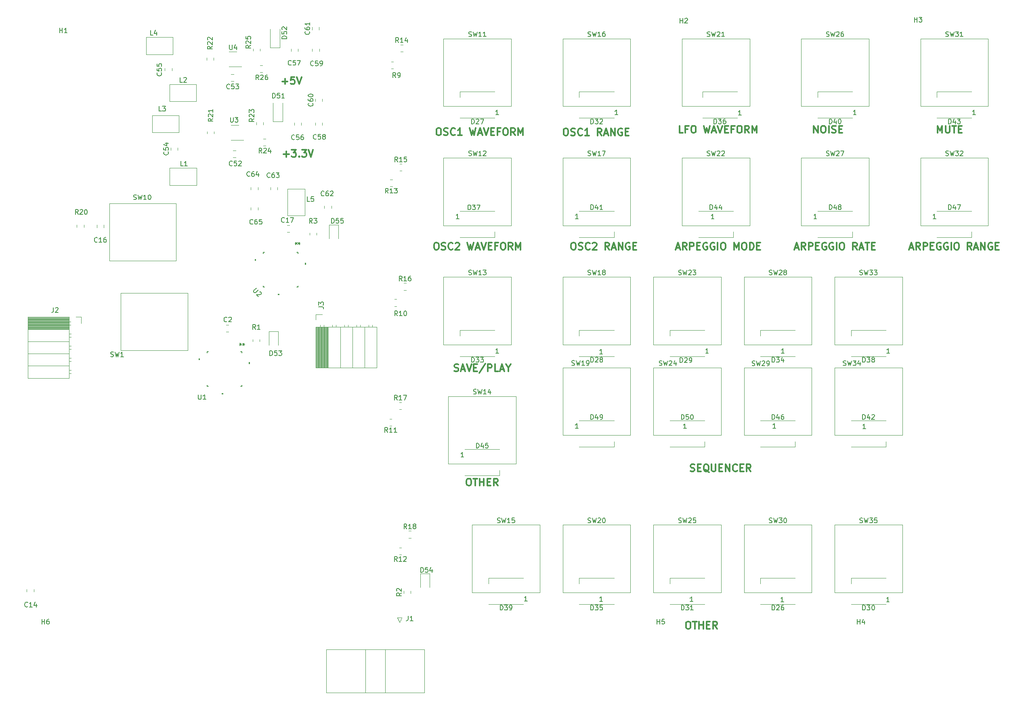
<source format=gbr>
%TF.GenerationSoftware,KiCad,Pcbnew,(6.0.0)*%
%TF.CreationDate,2023-05-12T18:24:35+02:00*%
%TF.ProjectId,Pot.butt_pcb,506f742e-6275-4747-945f-7063622e6b69,rev?*%
%TF.SameCoordinates,Original*%
%TF.FileFunction,Legend,Top*%
%TF.FilePolarity,Positive*%
%FSLAX46Y46*%
G04 Gerber Fmt 4.6, Leading zero omitted, Abs format (unit mm)*
G04 Created by KiCad (PCBNEW (6.0.0)) date 2023-05-12 18:24:35*
%MOMM*%
%LPD*%
G01*
G04 APERTURE LIST*
%ADD10C,0.300000*%
%ADD11C,0.150000*%
%ADD12C,0.120000*%
%ADD13C,0.152400*%
G04 APERTURE END LIST*
D10*
X157641428Y-125748571D02*
X157927142Y-125748571D01*
X158070000Y-125820000D01*
X158212857Y-125962857D01*
X158284285Y-126248571D01*
X158284285Y-126748571D01*
X158212857Y-127034285D01*
X158070000Y-127177142D01*
X157927142Y-127248571D01*
X157641428Y-127248571D01*
X157498571Y-127177142D01*
X157355714Y-127034285D01*
X157284285Y-126748571D01*
X157284285Y-126248571D01*
X157355714Y-125962857D01*
X157498571Y-125820000D01*
X157641428Y-125748571D01*
X158712857Y-125748571D02*
X159570000Y-125748571D01*
X159141428Y-127248571D02*
X159141428Y-125748571D01*
X160070000Y-127248571D02*
X160070000Y-125748571D01*
X160070000Y-126462857D02*
X160927142Y-126462857D01*
X160927142Y-127248571D02*
X160927142Y-125748571D01*
X161641428Y-126462857D02*
X162141428Y-126462857D01*
X162355714Y-127248571D02*
X161641428Y-127248571D01*
X161641428Y-125748571D01*
X162355714Y-125748571D01*
X163855714Y-127248571D02*
X163355714Y-126534285D01*
X162998571Y-127248571D02*
X162998571Y-125748571D01*
X163570000Y-125748571D01*
X163712857Y-125820000D01*
X163784285Y-125891428D01*
X163855714Y-126034285D01*
X163855714Y-126248571D01*
X163784285Y-126391428D01*
X163712857Y-126462857D01*
X163570000Y-126534285D01*
X162998571Y-126534285D01*
X179570000Y-76248571D02*
X179855714Y-76248571D01*
X179998571Y-76320000D01*
X180141428Y-76462857D01*
X180212857Y-76748571D01*
X180212857Y-77248571D01*
X180141428Y-77534285D01*
X179998571Y-77677142D01*
X179855714Y-77748571D01*
X179570000Y-77748571D01*
X179427142Y-77677142D01*
X179284285Y-77534285D01*
X179212857Y-77248571D01*
X179212857Y-76748571D01*
X179284285Y-76462857D01*
X179427142Y-76320000D01*
X179570000Y-76248571D01*
X180784285Y-77677142D02*
X180998571Y-77748571D01*
X181355714Y-77748571D01*
X181498571Y-77677142D01*
X181570000Y-77605714D01*
X181641428Y-77462857D01*
X181641428Y-77320000D01*
X181570000Y-77177142D01*
X181498571Y-77105714D01*
X181355714Y-77034285D01*
X181070000Y-76962857D01*
X180927142Y-76891428D01*
X180855714Y-76820000D01*
X180784285Y-76677142D01*
X180784285Y-76534285D01*
X180855714Y-76391428D01*
X180927142Y-76320000D01*
X181070000Y-76248571D01*
X181427142Y-76248571D01*
X181641428Y-76320000D01*
X183141428Y-77605714D02*
X183070000Y-77677142D01*
X182855714Y-77748571D01*
X182712857Y-77748571D01*
X182498571Y-77677142D01*
X182355714Y-77534285D01*
X182284285Y-77391428D01*
X182212857Y-77105714D01*
X182212857Y-76891428D01*
X182284285Y-76605714D01*
X182355714Y-76462857D01*
X182498571Y-76320000D01*
X182712857Y-76248571D01*
X182855714Y-76248571D01*
X183070000Y-76320000D01*
X183141428Y-76391428D01*
X183712857Y-76391428D02*
X183784285Y-76320000D01*
X183927142Y-76248571D01*
X184284285Y-76248571D01*
X184427142Y-76320000D01*
X184498571Y-76391428D01*
X184570000Y-76534285D01*
X184570000Y-76677142D01*
X184498571Y-76891428D01*
X183641428Y-77748571D01*
X184570000Y-77748571D01*
X187212857Y-77748571D02*
X186712857Y-77034285D01*
X186355714Y-77748571D02*
X186355714Y-76248571D01*
X186927142Y-76248571D01*
X187070000Y-76320000D01*
X187141428Y-76391428D01*
X187212857Y-76534285D01*
X187212857Y-76748571D01*
X187141428Y-76891428D01*
X187070000Y-76962857D01*
X186927142Y-77034285D01*
X186355714Y-77034285D01*
X187784285Y-77320000D02*
X188498571Y-77320000D01*
X187641428Y-77748571D02*
X188141428Y-76248571D01*
X188641428Y-77748571D01*
X189141428Y-77748571D02*
X189141428Y-76248571D01*
X189998571Y-77748571D01*
X189998571Y-76248571D01*
X191498571Y-76320000D02*
X191355714Y-76248571D01*
X191141428Y-76248571D01*
X190927142Y-76320000D01*
X190784285Y-76462857D01*
X190712857Y-76605714D01*
X190641428Y-76891428D01*
X190641428Y-77105714D01*
X190712857Y-77391428D01*
X190784285Y-77534285D01*
X190927142Y-77677142D01*
X191141428Y-77748571D01*
X191284285Y-77748571D01*
X191498571Y-77677142D01*
X191570000Y-77605714D01*
X191570000Y-77105714D01*
X191284285Y-77105714D01*
X192212857Y-76962857D02*
X192712857Y-76962857D01*
X192927142Y-77748571D02*
X192212857Y-77748571D01*
X192212857Y-76248571D01*
X192927142Y-76248571D01*
X201248571Y-77320000D02*
X201962857Y-77320000D01*
X201105714Y-77748571D02*
X201605714Y-76248571D01*
X202105714Y-77748571D01*
X203462857Y-77748571D02*
X202962857Y-77034285D01*
X202605714Y-77748571D02*
X202605714Y-76248571D01*
X203177142Y-76248571D01*
X203320000Y-76320000D01*
X203391428Y-76391428D01*
X203462857Y-76534285D01*
X203462857Y-76748571D01*
X203391428Y-76891428D01*
X203320000Y-76962857D01*
X203177142Y-77034285D01*
X202605714Y-77034285D01*
X204105714Y-77748571D02*
X204105714Y-76248571D01*
X204677142Y-76248571D01*
X204820000Y-76320000D01*
X204891428Y-76391428D01*
X204962857Y-76534285D01*
X204962857Y-76748571D01*
X204891428Y-76891428D01*
X204820000Y-76962857D01*
X204677142Y-77034285D01*
X204105714Y-77034285D01*
X205605714Y-76962857D02*
X206105714Y-76962857D01*
X206320000Y-77748571D02*
X205605714Y-77748571D01*
X205605714Y-76248571D01*
X206320000Y-76248571D01*
X207748571Y-76320000D02*
X207605714Y-76248571D01*
X207391428Y-76248571D01*
X207177142Y-76320000D01*
X207034285Y-76462857D01*
X206962857Y-76605714D01*
X206891428Y-76891428D01*
X206891428Y-77105714D01*
X206962857Y-77391428D01*
X207034285Y-77534285D01*
X207177142Y-77677142D01*
X207391428Y-77748571D01*
X207534285Y-77748571D01*
X207748571Y-77677142D01*
X207820000Y-77605714D01*
X207820000Y-77105714D01*
X207534285Y-77105714D01*
X209248571Y-76320000D02*
X209105714Y-76248571D01*
X208891428Y-76248571D01*
X208677142Y-76320000D01*
X208534285Y-76462857D01*
X208462857Y-76605714D01*
X208391428Y-76891428D01*
X208391428Y-77105714D01*
X208462857Y-77391428D01*
X208534285Y-77534285D01*
X208677142Y-77677142D01*
X208891428Y-77748571D01*
X209034285Y-77748571D01*
X209248571Y-77677142D01*
X209320000Y-77605714D01*
X209320000Y-77105714D01*
X209034285Y-77105714D01*
X209962857Y-77748571D02*
X209962857Y-76248571D01*
X210962857Y-76248571D02*
X211248571Y-76248571D01*
X211391428Y-76320000D01*
X211534285Y-76462857D01*
X211605714Y-76748571D01*
X211605714Y-77248571D01*
X211534285Y-77534285D01*
X211391428Y-77677142D01*
X211248571Y-77748571D01*
X210962857Y-77748571D01*
X210820000Y-77677142D01*
X210677142Y-77534285D01*
X210605714Y-77248571D01*
X210605714Y-76748571D01*
X210677142Y-76462857D01*
X210820000Y-76320000D01*
X210962857Y-76248571D01*
X213391428Y-77748571D02*
X213391428Y-76248571D01*
X213891428Y-77320000D01*
X214391428Y-76248571D01*
X214391428Y-77748571D01*
X215391428Y-76248571D02*
X215677142Y-76248571D01*
X215820000Y-76320000D01*
X215962857Y-76462857D01*
X216034285Y-76748571D01*
X216034285Y-77248571D01*
X215962857Y-77534285D01*
X215820000Y-77677142D01*
X215677142Y-77748571D01*
X215391428Y-77748571D01*
X215248571Y-77677142D01*
X215105714Y-77534285D01*
X215034285Y-77248571D01*
X215034285Y-76748571D01*
X215105714Y-76462857D01*
X215248571Y-76320000D01*
X215391428Y-76248571D01*
X216677142Y-77748571D02*
X216677142Y-76248571D01*
X217034285Y-76248571D01*
X217248571Y-76320000D01*
X217391428Y-76462857D01*
X217462857Y-76605714D01*
X217534285Y-76891428D01*
X217534285Y-77105714D01*
X217462857Y-77391428D01*
X217391428Y-77534285D01*
X217248571Y-77677142D01*
X217034285Y-77748571D01*
X216677142Y-77748571D01*
X218177142Y-76962857D02*
X218677142Y-76962857D01*
X218891428Y-77748571D02*
X218177142Y-77748571D01*
X218177142Y-76248571D01*
X218891428Y-76248571D01*
X250212857Y-77320000D02*
X250927142Y-77320000D01*
X250070000Y-77748571D02*
X250570000Y-76248571D01*
X251070000Y-77748571D01*
X252427142Y-77748571D02*
X251927142Y-77034285D01*
X251570000Y-77748571D02*
X251570000Y-76248571D01*
X252141428Y-76248571D01*
X252284285Y-76320000D01*
X252355714Y-76391428D01*
X252427142Y-76534285D01*
X252427142Y-76748571D01*
X252355714Y-76891428D01*
X252284285Y-76962857D01*
X252141428Y-77034285D01*
X251570000Y-77034285D01*
X253070000Y-77748571D02*
X253070000Y-76248571D01*
X253641428Y-76248571D01*
X253784285Y-76320000D01*
X253855714Y-76391428D01*
X253927142Y-76534285D01*
X253927142Y-76748571D01*
X253855714Y-76891428D01*
X253784285Y-76962857D01*
X253641428Y-77034285D01*
X253070000Y-77034285D01*
X254570000Y-76962857D02*
X255070000Y-76962857D01*
X255284285Y-77748571D02*
X254570000Y-77748571D01*
X254570000Y-76248571D01*
X255284285Y-76248571D01*
X256712857Y-76320000D02*
X256570000Y-76248571D01*
X256355714Y-76248571D01*
X256141428Y-76320000D01*
X255998571Y-76462857D01*
X255927142Y-76605714D01*
X255855714Y-76891428D01*
X255855714Y-77105714D01*
X255927142Y-77391428D01*
X255998571Y-77534285D01*
X256141428Y-77677142D01*
X256355714Y-77748571D01*
X256498571Y-77748571D01*
X256712857Y-77677142D01*
X256784285Y-77605714D01*
X256784285Y-77105714D01*
X256498571Y-77105714D01*
X258212857Y-76320000D02*
X258070000Y-76248571D01*
X257855714Y-76248571D01*
X257641428Y-76320000D01*
X257498571Y-76462857D01*
X257427142Y-76605714D01*
X257355714Y-76891428D01*
X257355714Y-77105714D01*
X257427142Y-77391428D01*
X257498571Y-77534285D01*
X257641428Y-77677142D01*
X257855714Y-77748571D01*
X257998571Y-77748571D01*
X258212857Y-77677142D01*
X258284285Y-77605714D01*
X258284285Y-77105714D01*
X257998571Y-77105714D01*
X258927142Y-77748571D02*
X258927142Y-76248571D01*
X259927142Y-76248571D02*
X260212857Y-76248571D01*
X260355714Y-76320000D01*
X260498571Y-76462857D01*
X260570000Y-76748571D01*
X260570000Y-77248571D01*
X260498571Y-77534285D01*
X260355714Y-77677142D01*
X260212857Y-77748571D01*
X259927142Y-77748571D01*
X259784285Y-77677142D01*
X259641428Y-77534285D01*
X259570000Y-77248571D01*
X259570000Y-76748571D01*
X259641428Y-76462857D01*
X259784285Y-76320000D01*
X259927142Y-76248571D01*
X263212857Y-77748571D02*
X262712857Y-77034285D01*
X262355714Y-77748571D02*
X262355714Y-76248571D01*
X262927142Y-76248571D01*
X263070000Y-76320000D01*
X263141428Y-76391428D01*
X263212857Y-76534285D01*
X263212857Y-76748571D01*
X263141428Y-76891428D01*
X263070000Y-76962857D01*
X262927142Y-77034285D01*
X262355714Y-77034285D01*
X263784285Y-77320000D02*
X264498571Y-77320000D01*
X263641428Y-77748571D02*
X264141428Y-76248571D01*
X264641428Y-77748571D01*
X265141428Y-77748571D02*
X265141428Y-76248571D01*
X265998571Y-77748571D01*
X265998571Y-76248571D01*
X267498571Y-76320000D02*
X267355714Y-76248571D01*
X267141428Y-76248571D01*
X266927142Y-76320000D01*
X266784285Y-76462857D01*
X266712857Y-76605714D01*
X266641428Y-76891428D01*
X266641428Y-77105714D01*
X266712857Y-77391428D01*
X266784285Y-77534285D01*
X266927142Y-77677142D01*
X267141428Y-77748571D01*
X267284285Y-77748571D01*
X267498571Y-77677142D01*
X267570000Y-77605714D01*
X267570000Y-77105714D01*
X267284285Y-77105714D01*
X268212857Y-76962857D02*
X268712857Y-76962857D01*
X268927142Y-77748571D02*
X268212857Y-77748571D01*
X268212857Y-76248571D01*
X268927142Y-76248571D01*
X151320000Y-52248571D02*
X151605714Y-52248571D01*
X151748571Y-52320000D01*
X151891428Y-52462857D01*
X151962857Y-52748571D01*
X151962857Y-53248571D01*
X151891428Y-53534285D01*
X151748571Y-53677142D01*
X151605714Y-53748571D01*
X151320000Y-53748571D01*
X151177142Y-53677142D01*
X151034285Y-53534285D01*
X150962857Y-53248571D01*
X150962857Y-52748571D01*
X151034285Y-52462857D01*
X151177142Y-52320000D01*
X151320000Y-52248571D01*
X152534285Y-53677142D02*
X152748571Y-53748571D01*
X153105714Y-53748571D01*
X153248571Y-53677142D01*
X153320000Y-53605714D01*
X153391428Y-53462857D01*
X153391428Y-53320000D01*
X153320000Y-53177142D01*
X153248571Y-53105714D01*
X153105714Y-53034285D01*
X152820000Y-52962857D01*
X152677142Y-52891428D01*
X152605714Y-52820000D01*
X152534285Y-52677142D01*
X152534285Y-52534285D01*
X152605714Y-52391428D01*
X152677142Y-52320000D01*
X152820000Y-52248571D01*
X153177142Y-52248571D01*
X153391428Y-52320000D01*
X154891428Y-53605714D02*
X154820000Y-53677142D01*
X154605714Y-53748571D01*
X154462857Y-53748571D01*
X154248571Y-53677142D01*
X154105714Y-53534285D01*
X154034285Y-53391428D01*
X153962857Y-53105714D01*
X153962857Y-52891428D01*
X154034285Y-52605714D01*
X154105714Y-52462857D01*
X154248571Y-52320000D01*
X154462857Y-52248571D01*
X154605714Y-52248571D01*
X154820000Y-52320000D01*
X154891428Y-52391428D01*
X156320000Y-53748571D02*
X155462857Y-53748571D01*
X155891428Y-53748571D02*
X155891428Y-52248571D01*
X155748571Y-52462857D01*
X155605714Y-52605714D01*
X155462857Y-52677142D01*
X157962857Y-52248571D02*
X158320000Y-53748571D01*
X158605714Y-52677142D01*
X158891428Y-53748571D01*
X159248571Y-52248571D01*
X159748571Y-53320000D02*
X160462857Y-53320000D01*
X159605714Y-53748571D02*
X160105714Y-52248571D01*
X160605714Y-53748571D01*
X160891428Y-52248571D02*
X161391428Y-53748571D01*
X161891428Y-52248571D01*
X162391428Y-52962857D02*
X162891428Y-52962857D01*
X163105714Y-53748571D02*
X162391428Y-53748571D01*
X162391428Y-52248571D01*
X163105714Y-52248571D01*
X164248571Y-52962857D02*
X163748571Y-52962857D01*
X163748571Y-53748571D02*
X163748571Y-52248571D01*
X164462857Y-52248571D01*
X165320000Y-52248571D02*
X165605714Y-52248571D01*
X165748571Y-52320000D01*
X165891428Y-52462857D01*
X165962857Y-52748571D01*
X165962857Y-53248571D01*
X165891428Y-53534285D01*
X165748571Y-53677142D01*
X165605714Y-53748571D01*
X165320000Y-53748571D01*
X165177142Y-53677142D01*
X165034285Y-53534285D01*
X164962857Y-53248571D01*
X164962857Y-52748571D01*
X165034285Y-52462857D01*
X165177142Y-52320000D01*
X165320000Y-52248571D01*
X167462857Y-53748571D02*
X166962857Y-53034285D01*
X166605714Y-53748571D02*
X166605714Y-52248571D01*
X167177142Y-52248571D01*
X167320000Y-52320000D01*
X167391428Y-52391428D01*
X167462857Y-52534285D01*
X167462857Y-52748571D01*
X167391428Y-52891428D01*
X167320000Y-52962857D01*
X167177142Y-53034285D01*
X166605714Y-53034285D01*
X168105714Y-53748571D02*
X168105714Y-52248571D01*
X168605714Y-53320000D01*
X169105714Y-52248571D01*
X169105714Y-53748571D01*
X230105714Y-53248571D02*
X230105714Y-51748571D01*
X230962857Y-53248571D01*
X230962857Y-51748571D01*
X231962857Y-51748571D02*
X232248571Y-51748571D01*
X232391428Y-51820000D01*
X232534285Y-51962857D01*
X232605714Y-52248571D01*
X232605714Y-52748571D01*
X232534285Y-53034285D01*
X232391428Y-53177142D01*
X232248571Y-53248571D01*
X231962857Y-53248571D01*
X231820000Y-53177142D01*
X231677142Y-53034285D01*
X231605714Y-52748571D01*
X231605714Y-52248571D01*
X231677142Y-51962857D01*
X231820000Y-51820000D01*
X231962857Y-51748571D01*
X233248571Y-53248571D02*
X233248571Y-51748571D01*
X233891428Y-53177142D02*
X234105714Y-53248571D01*
X234462857Y-53248571D01*
X234605714Y-53177142D01*
X234677142Y-53105714D01*
X234748571Y-52962857D01*
X234748571Y-52820000D01*
X234677142Y-52677142D01*
X234605714Y-52605714D01*
X234462857Y-52534285D01*
X234177142Y-52462857D01*
X234034285Y-52391428D01*
X233962857Y-52320000D01*
X233891428Y-52177142D01*
X233891428Y-52034285D01*
X233962857Y-51891428D01*
X234034285Y-51820000D01*
X234177142Y-51748571D01*
X234534285Y-51748571D01*
X234748571Y-51820000D01*
X235391428Y-52462857D02*
X235891428Y-52462857D01*
X236105714Y-53248571D02*
X235391428Y-53248571D01*
X235391428Y-51748571D01*
X236105714Y-51748571D01*
X154748571Y-103177142D02*
X154962857Y-103248571D01*
X155320000Y-103248571D01*
X155462857Y-103177142D01*
X155534285Y-103105714D01*
X155605714Y-102962857D01*
X155605714Y-102820000D01*
X155534285Y-102677142D01*
X155462857Y-102605714D01*
X155320000Y-102534285D01*
X155034285Y-102462857D01*
X154891428Y-102391428D01*
X154820000Y-102320000D01*
X154748571Y-102177142D01*
X154748571Y-102034285D01*
X154820000Y-101891428D01*
X154891428Y-101820000D01*
X155034285Y-101748571D01*
X155391428Y-101748571D01*
X155605714Y-101820000D01*
X156177142Y-102820000D02*
X156891428Y-102820000D01*
X156034285Y-103248571D02*
X156534285Y-101748571D01*
X157034285Y-103248571D01*
X157320000Y-101748571D02*
X157820000Y-103248571D01*
X158320000Y-101748571D01*
X158820000Y-102462857D02*
X159320000Y-102462857D01*
X159534285Y-103248571D02*
X158820000Y-103248571D01*
X158820000Y-101748571D01*
X159534285Y-101748571D01*
X161248571Y-101677142D02*
X159962857Y-103605714D01*
X161748571Y-103248571D02*
X161748571Y-101748571D01*
X162320000Y-101748571D01*
X162462857Y-101820000D01*
X162534285Y-101891428D01*
X162605714Y-102034285D01*
X162605714Y-102248571D01*
X162534285Y-102391428D01*
X162462857Y-102462857D01*
X162320000Y-102534285D01*
X161748571Y-102534285D01*
X163962857Y-103248571D02*
X163248571Y-103248571D01*
X163248571Y-101748571D01*
X164391428Y-102820000D02*
X165105714Y-102820000D01*
X164248571Y-103248571D02*
X164748571Y-101748571D01*
X165248571Y-103248571D01*
X166034285Y-102534285D02*
X166034285Y-103248571D01*
X165534285Y-101748571D02*
X166034285Y-102534285D01*
X166534285Y-101748571D01*
X203641428Y-155748571D02*
X203927142Y-155748571D01*
X204070000Y-155820000D01*
X204212857Y-155962857D01*
X204284285Y-156248571D01*
X204284285Y-156748571D01*
X204212857Y-157034285D01*
X204070000Y-157177142D01*
X203927142Y-157248571D01*
X203641428Y-157248571D01*
X203498571Y-157177142D01*
X203355714Y-157034285D01*
X203284285Y-156748571D01*
X203284285Y-156248571D01*
X203355714Y-155962857D01*
X203498571Y-155820000D01*
X203641428Y-155748571D01*
X204712857Y-155748571D02*
X205570000Y-155748571D01*
X205141428Y-157248571D02*
X205141428Y-155748571D01*
X206070000Y-157248571D02*
X206070000Y-155748571D01*
X206070000Y-156462857D02*
X206927142Y-156462857D01*
X206927142Y-157248571D02*
X206927142Y-155748571D01*
X207641428Y-156462857D02*
X208141428Y-156462857D01*
X208355714Y-157248571D02*
X207641428Y-157248571D01*
X207641428Y-155748571D01*
X208355714Y-155748571D01*
X209855714Y-157248571D02*
X209355714Y-156534285D01*
X208998571Y-157248571D02*
X208998571Y-155748571D01*
X209570000Y-155748571D01*
X209712857Y-155820000D01*
X209784285Y-155891428D01*
X209855714Y-156034285D01*
X209855714Y-156248571D01*
X209784285Y-156391428D01*
X209712857Y-156462857D01*
X209570000Y-156534285D01*
X208998571Y-156534285D01*
X177980000Y-52288571D02*
X178265714Y-52288571D01*
X178408571Y-52360000D01*
X178551428Y-52502857D01*
X178622857Y-52788571D01*
X178622857Y-53288571D01*
X178551428Y-53574285D01*
X178408571Y-53717142D01*
X178265714Y-53788571D01*
X177980000Y-53788571D01*
X177837142Y-53717142D01*
X177694285Y-53574285D01*
X177622857Y-53288571D01*
X177622857Y-52788571D01*
X177694285Y-52502857D01*
X177837142Y-52360000D01*
X177980000Y-52288571D01*
X179194285Y-53717142D02*
X179408571Y-53788571D01*
X179765714Y-53788571D01*
X179908571Y-53717142D01*
X179980000Y-53645714D01*
X180051428Y-53502857D01*
X180051428Y-53360000D01*
X179980000Y-53217142D01*
X179908571Y-53145714D01*
X179765714Y-53074285D01*
X179480000Y-53002857D01*
X179337142Y-52931428D01*
X179265714Y-52860000D01*
X179194285Y-52717142D01*
X179194285Y-52574285D01*
X179265714Y-52431428D01*
X179337142Y-52360000D01*
X179480000Y-52288571D01*
X179837142Y-52288571D01*
X180051428Y-52360000D01*
X181551428Y-53645714D02*
X181480000Y-53717142D01*
X181265714Y-53788571D01*
X181122857Y-53788571D01*
X180908571Y-53717142D01*
X180765714Y-53574285D01*
X180694285Y-53431428D01*
X180622857Y-53145714D01*
X180622857Y-52931428D01*
X180694285Y-52645714D01*
X180765714Y-52502857D01*
X180908571Y-52360000D01*
X181122857Y-52288571D01*
X181265714Y-52288571D01*
X181480000Y-52360000D01*
X181551428Y-52431428D01*
X182980000Y-53788571D02*
X182122857Y-53788571D01*
X182551428Y-53788571D02*
X182551428Y-52288571D01*
X182408571Y-52502857D01*
X182265714Y-52645714D01*
X182122857Y-52717142D01*
X185622857Y-53788571D02*
X185122857Y-53074285D01*
X184765714Y-53788571D02*
X184765714Y-52288571D01*
X185337142Y-52288571D01*
X185480000Y-52360000D01*
X185551428Y-52431428D01*
X185622857Y-52574285D01*
X185622857Y-52788571D01*
X185551428Y-52931428D01*
X185480000Y-53002857D01*
X185337142Y-53074285D01*
X184765714Y-53074285D01*
X186194285Y-53360000D02*
X186908571Y-53360000D01*
X186051428Y-53788571D02*
X186551428Y-52288571D01*
X187051428Y-53788571D01*
X187551428Y-53788571D02*
X187551428Y-52288571D01*
X188408571Y-53788571D01*
X188408571Y-52288571D01*
X189908571Y-52360000D02*
X189765714Y-52288571D01*
X189551428Y-52288571D01*
X189337142Y-52360000D01*
X189194285Y-52502857D01*
X189122857Y-52645714D01*
X189051428Y-52931428D01*
X189051428Y-53145714D01*
X189122857Y-53431428D01*
X189194285Y-53574285D01*
X189337142Y-53717142D01*
X189551428Y-53788571D01*
X189694285Y-53788571D01*
X189908571Y-53717142D01*
X189980000Y-53645714D01*
X189980000Y-53145714D01*
X189694285Y-53145714D01*
X190622857Y-53002857D02*
X191122857Y-53002857D01*
X191337142Y-53788571D02*
X190622857Y-53788571D01*
X190622857Y-52288571D01*
X191337142Y-52288571D01*
X150820000Y-76248571D02*
X151105714Y-76248571D01*
X151248571Y-76320000D01*
X151391428Y-76462857D01*
X151462857Y-76748571D01*
X151462857Y-77248571D01*
X151391428Y-77534285D01*
X151248571Y-77677142D01*
X151105714Y-77748571D01*
X150820000Y-77748571D01*
X150677142Y-77677142D01*
X150534285Y-77534285D01*
X150462857Y-77248571D01*
X150462857Y-76748571D01*
X150534285Y-76462857D01*
X150677142Y-76320000D01*
X150820000Y-76248571D01*
X152034285Y-77677142D02*
X152248571Y-77748571D01*
X152605714Y-77748571D01*
X152748571Y-77677142D01*
X152820000Y-77605714D01*
X152891428Y-77462857D01*
X152891428Y-77320000D01*
X152820000Y-77177142D01*
X152748571Y-77105714D01*
X152605714Y-77034285D01*
X152320000Y-76962857D01*
X152177142Y-76891428D01*
X152105714Y-76820000D01*
X152034285Y-76677142D01*
X152034285Y-76534285D01*
X152105714Y-76391428D01*
X152177142Y-76320000D01*
X152320000Y-76248571D01*
X152677142Y-76248571D01*
X152891428Y-76320000D01*
X154391428Y-77605714D02*
X154320000Y-77677142D01*
X154105714Y-77748571D01*
X153962857Y-77748571D01*
X153748571Y-77677142D01*
X153605714Y-77534285D01*
X153534285Y-77391428D01*
X153462857Y-77105714D01*
X153462857Y-76891428D01*
X153534285Y-76605714D01*
X153605714Y-76462857D01*
X153748571Y-76320000D01*
X153962857Y-76248571D01*
X154105714Y-76248571D01*
X154320000Y-76320000D01*
X154391428Y-76391428D01*
X154962857Y-76391428D02*
X155034285Y-76320000D01*
X155177142Y-76248571D01*
X155534285Y-76248571D01*
X155677142Y-76320000D01*
X155748571Y-76391428D01*
X155820000Y-76534285D01*
X155820000Y-76677142D01*
X155748571Y-76891428D01*
X154891428Y-77748571D01*
X155820000Y-77748571D01*
X157462857Y-76248571D02*
X157820000Y-77748571D01*
X158105714Y-76677142D01*
X158391428Y-77748571D01*
X158748571Y-76248571D01*
X159248571Y-77320000D02*
X159962857Y-77320000D01*
X159105714Y-77748571D02*
X159605714Y-76248571D01*
X160105714Y-77748571D01*
X160391428Y-76248571D02*
X160891428Y-77748571D01*
X161391428Y-76248571D01*
X161891428Y-76962857D02*
X162391428Y-76962857D01*
X162605714Y-77748571D02*
X161891428Y-77748571D01*
X161891428Y-76248571D01*
X162605714Y-76248571D01*
X163748571Y-76962857D02*
X163248571Y-76962857D01*
X163248571Y-77748571D02*
X163248571Y-76248571D01*
X163962857Y-76248571D01*
X164820000Y-76248571D02*
X165105714Y-76248571D01*
X165248571Y-76320000D01*
X165391428Y-76462857D01*
X165462857Y-76748571D01*
X165462857Y-77248571D01*
X165391428Y-77534285D01*
X165248571Y-77677142D01*
X165105714Y-77748571D01*
X164820000Y-77748571D01*
X164677142Y-77677142D01*
X164534285Y-77534285D01*
X164462857Y-77248571D01*
X164462857Y-76748571D01*
X164534285Y-76462857D01*
X164677142Y-76320000D01*
X164820000Y-76248571D01*
X166962857Y-77748571D02*
X166462857Y-77034285D01*
X166105714Y-77748571D02*
X166105714Y-76248571D01*
X166677142Y-76248571D01*
X166820000Y-76320000D01*
X166891428Y-76391428D01*
X166962857Y-76534285D01*
X166962857Y-76748571D01*
X166891428Y-76891428D01*
X166820000Y-76962857D01*
X166677142Y-77034285D01*
X166105714Y-77034285D01*
X167605714Y-77748571D02*
X167605714Y-76248571D01*
X168105714Y-77320000D01*
X168605714Y-76248571D01*
X168605714Y-77748571D01*
X226177142Y-77320000D02*
X226891428Y-77320000D01*
X226034285Y-77748571D02*
X226534285Y-76248571D01*
X227034285Y-77748571D01*
X228391428Y-77748571D02*
X227891428Y-77034285D01*
X227534285Y-77748571D02*
X227534285Y-76248571D01*
X228105714Y-76248571D01*
X228248571Y-76320000D01*
X228320000Y-76391428D01*
X228391428Y-76534285D01*
X228391428Y-76748571D01*
X228320000Y-76891428D01*
X228248571Y-76962857D01*
X228105714Y-77034285D01*
X227534285Y-77034285D01*
X229034285Y-77748571D02*
X229034285Y-76248571D01*
X229605714Y-76248571D01*
X229748571Y-76320000D01*
X229820000Y-76391428D01*
X229891428Y-76534285D01*
X229891428Y-76748571D01*
X229820000Y-76891428D01*
X229748571Y-76962857D01*
X229605714Y-77034285D01*
X229034285Y-77034285D01*
X230534285Y-76962857D02*
X231034285Y-76962857D01*
X231248571Y-77748571D02*
X230534285Y-77748571D01*
X230534285Y-76248571D01*
X231248571Y-76248571D01*
X232677142Y-76320000D02*
X232534285Y-76248571D01*
X232320000Y-76248571D01*
X232105714Y-76320000D01*
X231962857Y-76462857D01*
X231891428Y-76605714D01*
X231820000Y-76891428D01*
X231820000Y-77105714D01*
X231891428Y-77391428D01*
X231962857Y-77534285D01*
X232105714Y-77677142D01*
X232320000Y-77748571D01*
X232462857Y-77748571D01*
X232677142Y-77677142D01*
X232748571Y-77605714D01*
X232748571Y-77105714D01*
X232462857Y-77105714D01*
X234177142Y-76320000D02*
X234034285Y-76248571D01*
X233820000Y-76248571D01*
X233605714Y-76320000D01*
X233462857Y-76462857D01*
X233391428Y-76605714D01*
X233320000Y-76891428D01*
X233320000Y-77105714D01*
X233391428Y-77391428D01*
X233462857Y-77534285D01*
X233605714Y-77677142D01*
X233820000Y-77748571D01*
X233962857Y-77748571D01*
X234177142Y-77677142D01*
X234248571Y-77605714D01*
X234248571Y-77105714D01*
X233962857Y-77105714D01*
X234891428Y-77748571D02*
X234891428Y-76248571D01*
X235891428Y-76248571D02*
X236177142Y-76248571D01*
X236320000Y-76320000D01*
X236462857Y-76462857D01*
X236534285Y-76748571D01*
X236534285Y-77248571D01*
X236462857Y-77534285D01*
X236320000Y-77677142D01*
X236177142Y-77748571D01*
X235891428Y-77748571D01*
X235748571Y-77677142D01*
X235605714Y-77534285D01*
X235534285Y-77248571D01*
X235534285Y-76748571D01*
X235605714Y-76462857D01*
X235748571Y-76320000D01*
X235891428Y-76248571D01*
X239177142Y-77748571D02*
X238677142Y-77034285D01*
X238320000Y-77748571D02*
X238320000Y-76248571D01*
X238891428Y-76248571D01*
X239034285Y-76320000D01*
X239105714Y-76391428D01*
X239177142Y-76534285D01*
X239177142Y-76748571D01*
X239105714Y-76891428D01*
X239034285Y-76962857D01*
X238891428Y-77034285D01*
X238320000Y-77034285D01*
X239748571Y-77320000D02*
X240462857Y-77320000D01*
X239605714Y-77748571D02*
X240105714Y-76248571D01*
X240605714Y-77748571D01*
X240891428Y-76248571D02*
X241748571Y-76248571D01*
X241320000Y-77748571D02*
X241320000Y-76248571D01*
X242248571Y-76962857D02*
X242748571Y-76962857D01*
X242962857Y-77748571D02*
X242248571Y-77748571D01*
X242248571Y-76248571D01*
X242962857Y-76248571D01*
X256034285Y-53248571D02*
X256034285Y-51748571D01*
X256534285Y-52820000D01*
X257034285Y-51748571D01*
X257034285Y-53248571D01*
X257748571Y-51748571D02*
X257748571Y-52962857D01*
X257820000Y-53105714D01*
X257891428Y-53177142D01*
X258034285Y-53248571D01*
X258320000Y-53248571D01*
X258462857Y-53177142D01*
X258534285Y-53105714D01*
X258605714Y-52962857D01*
X258605714Y-51748571D01*
X259105714Y-51748571D02*
X259962857Y-51748571D01*
X259534285Y-53248571D02*
X259534285Y-51748571D01*
X260462857Y-52462857D02*
X260962857Y-52462857D01*
X261177142Y-53248571D02*
X260462857Y-53248571D01*
X260462857Y-51748571D01*
X261177142Y-51748571D01*
X118635769Y-42440995D02*
X119778626Y-42440995D01*
X119207198Y-43012424D02*
X119207198Y-41869567D01*
X121207198Y-41512424D02*
X120492912Y-41512424D01*
X120421483Y-42226710D01*
X120492912Y-42155281D01*
X120635769Y-42083853D01*
X120992912Y-42083853D01*
X121135769Y-42155281D01*
X121207198Y-42226710D01*
X121278626Y-42369567D01*
X121278626Y-42726710D01*
X121207198Y-42869567D01*
X121135769Y-42940995D01*
X120992912Y-43012424D01*
X120635769Y-43012424D01*
X120492912Y-42940995D01*
X120421483Y-42869567D01*
X121707198Y-41512424D02*
X122207198Y-43012424D01*
X122707198Y-41512424D01*
X202677142Y-53248571D02*
X201962857Y-53248571D01*
X201962857Y-51748571D01*
X203677142Y-52462857D02*
X203177142Y-52462857D01*
X203177142Y-53248571D02*
X203177142Y-51748571D01*
X203891428Y-51748571D01*
X204748571Y-51748571D02*
X205034285Y-51748571D01*
X205177142Y-51820000D01*
X205320000Y-51962857D01*
X205391428Y-52248571D01*
X205391428Y-52748571D01*
X205320000Y-53034285D01*
X205177142Y-53177142D01*
X205034285Y-53248571D01*
X204748571Y-53248571D01*
X204605714Y-53177142D01*
X204462857Y-53034285D01*
X204391428Y-52748571D01*
X204391428Y-52248571D01*
X204462857Y-51962857D01*
X204605714Y-51820000D01*
X204748571Y-51748571D01*
X207034285Y-51748571D02*
X207391428Y-53248571D01*
X207677142Y-52177142D01*
X207962857Y-53248571D01*
X208320000Y-51748571D01*
X208820000Y-52820000D02*
X209534285Y-52820000D01*
X208677142Y-53248571D02*
X209177142Y-51748571D01*
X209677142Y-53248571D01*
X209962857Y-51748571D02*
X210462857Y-53248571D01*
X210962857Y-51748571D01*
X211462857Y-52462857D02*
X211962857Y-52462857D01*
X212177142Y-53248571D02*
X211462857Y-53248571D01*
X211462857Y-51748571D01*
X212177142Y-51748571D01*
X213320000Y-52462857D02*
X212820000Y-52462857D01*
X212820000Y-53248571D02*
X212820000Y-51748571D01*
X213534285Y-51748571D01*
X214391428Y-51748571D02*
X214677142Y-51748571D01*
X214820000Y-51820000D01*
X214962857Y-51962857D01*
X215034285Y-52248571D01*
X215034285Y-52748571D01*
X214962857Y-53034285D01*
X214820000Y-53177142D01*
X214677142Y-53248571D01*
X214391428Y-53248571D01*
X214248571Y-53177142D01*
X214105714Y-53034285D01*
X214034285Y-52748571D01*
X214034285Y-52248571D01*
X214105714Y-51962857D01*
X214248571Y-51820000D01*
X214391428Y-51748571D01*
X216534285Y-53248571D02*
X216034285Y-52534285D01*
X215677142Y-53248571D02*
X215677142Y-51748571D01*
X216248571Y-51748571D01*
X216391428Y-51820000D01*
X216462857Y-51891428D01*
X216534285Y-52034285D01*
X216534285Y-52248571D01*
X216462857Y-52391428D01*
X216391428Y-52462857D01*
X216248571Y-52534285D01*
X215677142Y-52534285D01*
X217177142Y-53248571D02*
X217177142Y-51748571D01*
X217677142Y-52820000D01*
X218177142Y-51748571D01*
X218177142Y-53248571D01*
X204248571Y-124177142D02*
X204462857Y-124248571D01*
X204820000Y-124248571D01*
X204962857Y-124177142D01*
X205034285Y-124105714D01*
X205105714Y-123962857D01*
X205105714Y-123820000D01*
X205034285Y-123677142D01*
X204962857Y-123605714D01*
X204820000Y-123534285D01*
X204534285Y-123462857D01*
X204391428Y-123391428D01*
X204320000Y-123320000D01*
X204248571Y-123177142D01*
X204248571Y-123034285D01*
X204320000Y-122891428D01*
X204391428Y-122820000D01*
X204534285Y-122748571D01*
X204891428Y-122748571D01*
X205105714Y-122820000D01*
X205748571Y-123462857D02*
X206248571Y-123462857D01*
X206462857Y-124248571D02*
X205748571Y-124248571D01*
X205748571Y-122748571D01*
X206462857Y-122748571D01*
X208105714Y-124391428D02*
X207962857Y-124320000D01*
X207820000Y-124177142D01*
X207605714Y-123962857D01*
X207462857Y-123891428D01*
X207320000Y-123891428D01*
X207391428Y-124248571D02*
X207248571Y-124177142D01*
X207105714Y-124034285D01*
X207034285Y-123748571D01*
X207034285Y-123248571D01*
X207105714Y-122962857D01*
X207248571Y-122820000D01*
X207391428Y-122748571D01*
X207677142Y-122748571D01*
X207820000Y-122820000D01*
X207962857Y-122962857D01*
X208034285Y-123248571D01*
X208034285Y-123748571D01*
X207962857Y-124034285D01*
X207820000Y-124177142D01*
X207677142Y-124248571D01*
X207391428Y-124248571D01*
X208677142Y-122748571D02*
X208677142Y-123962857D01*
X208748571Y-124105714D01*
X208820000Y-124177142D01*
X208962857Y-124248571D01*
X209248571Y-124248571D01*
X209391428Y-124177142D01*
X209462857Y-124105714D01*
X209534285Y-123962857D01*
X209534285Y-122748571D01*
X210248571Y-123462857D02*
X210748571Y-123462857D01*
X210962857Y-124248571D02*
X210248571Y-124248571D01*
X210248571Y-122748571D01*
X210962857Y-122748571D01*
X211605714Y-124248571D02*
X211605714Y-122748571D01*
X212462857Y-124248571D01*
X212462857Y-122748571D01*
X214034285Y-124105714D02*
X213962857Y-124177142D01*
X213748571Y-124248571D01*
X213605714Y-124248571D01*
X213391428Y-124177142D01*
X213248571Y-124034285D01*
X213177142Y-123891428D01*
X213105714Y-123605714D01*
X213105714Y-123391428D01*
X213177142Y-123105714D01*
X213248571Y-122962857D01*
X213391428Y-122820000D01*
X213605714Y-122748571D01*
X213748571Y-122748571D01*
X213962857Y-122820000D01*
X214034285Y-122891428D01*
X214677142Y-123462857D02*
X215177142Y-123462857D01*
X215391428Y-124248571D02*
X214677142Y-124248571D01*
X214677142Y-122748571D01*
X215391428Y-122748571D01*
X216891428Y-124248571D02*
X216391428Y-123534285D01*
X216034285Y-124248571D02*
X216034285Y-122748571D01*
X216605714Y-122748571D01*
X216748571Y-122820000D01*
X216820000Y-122891428D01*
X216891428Y-123034285D01*
X216891428Y-123248571D01*
X216820000Y-123391428D01*
X216748571Y-123462857D01*
X216605714Y-123534285D01*
X216034285Y-123534285D01*
X118914341Y-57690995D02*
X120057198Y-57690995D01*
X119485769Y-58262424D02*
X119485769Y-57119567D01*
X120628626Y-56762424D02*
X121557198Y-56762424D01*
X121057198Y-57333853D01*
X121271483Y-57333853D01*
X121414341Y-57405281D01*
X121485769Y-57476710D01*
X121557198Y-57619567D01*
X121557198Y-57976710D01*
X121485769Y-58119567D01*
X121414341Y-58190995D01*
X121271483Y-58262424D01*
X120842912Y-58262424D01*
X120700055Y-58190995D01*
X120628626Y-58119567D01*
X122200055Y-58119567D02*
X122271483Y-58190995D01*
X122200055Y-58262424D01*
X122128626Y-58190995D01*
X122200055Y-58119567D01*
X122200055Y-58262424D01*
X122771483Y-56762424D02*
X123700055Y-56762424D01*
X123200055Y-57333853D01*
X123414341Y-57333853D01*
X123557198Y-57405281D01*
X123628626Y-57476710D01*
X123700055Y-57619567D01*
X123700055Y-57976710D01*
X123628626Y-58119567D01*
X123557198Y-58190995D01*
X123414341Y-58262424D01*
X122985769Y-58262424D01*
X122842912Y-58190995D01*
X122771483Y-58119567D01*
X124128626Y-56762424D02*
X124628626Y-58262424D01*
X125128626Y-56762424D01*
D11*
%TO.C,SW14*%
X158760476Y-107974761D02*
X158903333Y-108022380D01*
X159141428Y-108022380D01*
X159236666Y-107974761D01*
X159284285Y-107927142D01*
X159331904Y-107831904D01*
X159331904Y-107736666D01*
X159284285Y-107641428D01*
X159236666Y-107593809D01*
X159141428Y-107546190D01*
X158950952Y-107498571D01*
X158855714Y-107450952D01*
X158808095Y-107403333D01*
X158760476Y-107308095D01*
X158760476Y-107212857D01*
X158808095Y-107117619D01*
X158855714Y-107070000D01*
X158950952Y-107022380D01*
X159189047Y-107022380D01*
X159331904Y-107070000D01*
X159665238Y-107022380D02*
X159903333Y-108022380D01*
X160093809Y-107308095D01*
X160284285Y-108022380D01*
X160522380Y-107022380D01*
X161427142Y-108022380D02*
X160855714Y-108022380D01*
X161141428Y-108022380D02*
X161141428Y-107022380D01*
X161046190Y-107165238D01*
X160950952Y-107260476D01*
X160855714Y-107308095D01*
X162284285Y-107355714D02*
X162284285Y-108022380D01*
X162046190Y-106974761D02*
X161808095Y-107689047D01*
X162427142Y-107689047D01*
%TO.C,D32*%
X183355714Y-51322380D02*
X183355714Y-50322380D01*
X183593809Y-50322380D01*
X183736666Y-50370000D01*
X183831904Y-50465238D01*
X183879523Y-50560476D01*
X183927142Y-50750952D01*
X183927142Y-50893809D01*
X183879523Y-51084285D01*
X183831904Y-51179523D01*
X183736666Y-51274761D01*
X183593809Y-51322380D01*
X183355714Y-51322380D01*
X184260476Y-50322380D02*
X184879523Y-50322380D01*
X184546190Y-50703333D01*
X184689047Y-50703333D01*
X184784285Y-50750952D01*
X184831904Y-50798571D01*
X184879523Y-50893809D01*
X184879523Y-51131904D01*
X184831904Y-51227142D01*
X184784285Y-51274761D01*
X184689047Y-51322380D01*
X184403333Y-51322380D01*
X184308095Y-51274761D01*
X184260476Y-51227142D01*
X185260476Y-50417619D02*
X185308095Y-50370000D01*
X185403333Y-50322380D01*
X185641428Y-50322380D01*
X185736666Y-50370000D01*
X185784285Y-50417619D01*
X185831904Y-50512857D01*
X185831904Y-50608095D01*
X185784285Y-50750952D01*
X185212857Y-51322380D01*
X185831904Y-51322380D01*
X189005714Y-49422380D02*
X188434285Y-49422380D01*
X188720000Y-49422380D02*
X188720000Y-48422380D01*
X188624761Y-48565238D01*
X188529523Y-48660476D01*
X188434285Y-48708095D01*
%TO.C,SW18*%
X182760476Y-82974761D02*
X182903333Y-83022380D01*
X183141428Y-83022380D01*
X183236666Y-82974761D01*
X183284285Y-82927142D01*
X183331904Y-82831904D01*
X183331904Y-82736666D01*
X183284285Y-82641428D01*
X183236666Y-82593809D01*
X183141428Y-82546190D01*
X182950952Y-82498571D01*
X182855714Y-82450952D01*
X182808095Y-82403333D01*
X182760476Y-82308095D01*
X182760476Y-82212857D01*
X182808095Y-82117619D01*
X182855714Y-82070000D01*
X182950952Y-82022380D01*
X183189047Y-82022380D01*
X183331904Y-82070000D01*
X183665238Y-82022380D02*
X183903333Y-83022380D01*
X184093809Y-82308095D01*
X184284285Y-83022380D01*
X184522380Y-82022380D01*
X185427142Y-83022380D02*
X184855714Y-83022380D01*
X185141428Y-83022380D02*
X185141428Y-82022380D01*
X185046190Y-82165238D01*
X184950952Y-82260476D01*
X184855714Y-82308095D01*
X185998571Y-82450952D02*
X185903333Y-82403333D01*
X185855714Y-82355714D01*
X185808095Y-82260476D01*
X185808095Y-82212857D01*
X185855714Y-82117619D01*
X185903333Y-82070000D01*
X185998571Y-82022380D01*
X186189047Y-82022380D01*
X186284285Y-82070000D01*
X186331904Y-82117619D01*
X186379523Y-82212857D01*
X186379523Y-82260476D01*
X186331904Y-82355714D01*
X186284285Y-82403333D01*
X186189047Y-82450952D01*
X185998571Y-82450952D01*
X185903333Y-82498571D01*
X185855714Y-82546190D01*
X185808095Y-82641428D01*
X185808095Y-82831904D01*
X185855714Y-82927142D01*
X185903333Y-82974761D01*
X185998571Y-83022380D01*
X186189047Y-83022380D01*
X186284285Y-82974761D01*
X186331904Y-82927142D01*
X186379523Y-82831904D01*
X186379523Y-82641428D01*
X186331904Y-82546190D01*
X186284285Y-82498571D01*
X186189047Y-82450952D01*
%TO.C,R16*%
X143757142Y-84277380D02*
X143423809Y-83801190D01*
X143185714Y-84277380D02*
X143185714Y-83277380D01*
X143566666Y-83277380D01*
X143661904Y-83325000D01*
X143709523Y-83372619D01*
X143757142Y-83467857D01*
X143757142Y-83610714D01*
X143709523Y-83705952D01*
X143661904Y-83753571D01*
X143566666Y-83801190D01*
X143185714Y-83801190D01*
X144709523Y-84277380D02*
X144138095Y-84277380D01*
X144423809Y-84277380D02*
X144423809Y-83277380D01*
X144328571Y-83420238D01*
X144233333Y-83515476D01*
X144138095Y-83563095D01*
X145566666Y-83277380D02*
X145376190Y-83277380D01*
X145280952Y-83325000D01*
X145233333Y-83372619D01*
X145138095Y-83515476D01*
X145090476Y-83705952D01*
X145090476Y-84086904D01*
X145138095Y-84182142D01*
X145185714Y-84229761D01*
X145280952Y-84277380D01*
X145471428Y-84277380D01*
X145566666Y-84229761D01*
X145614285Y-84182142D01*
X145661904Y-84086904D01*
X145661904Y-83848809D01*
X145614285Y-83753571D01*
X145566666Y-83705952D01*
X145471428Y-83658333D01*
X145280952Y-83658333D01*
X145185714Y-83705952D01*
X145138095Y-83753571D01*
X145090476Y-83848809D01*
%TO.C,D45*%
X159355714Y-119322380D02*
X159355714Y-118322380D01*
X159593809Y-118322380D01*
X159736666Y-118370000D01*
X159831904Y-118465238D01*
X159879523Y-118560476D01*
X159927142Y-118750952D01*
X159927142Y-118893809D01*
X159879523Y-119084285D01*
X159831904Y-119179523D01*
X159736666Y-119274761D01*
X159593809Y-119322380D01*
X159355714Y-119322380D01*
X160784285Y-118655714D02*
X160784285Y-119322380D01*
X160546190Y-118274761D02*
X160308095Y-118989047D01*
X160927142Y-118989047D01*
X161784285Y-118322380D02*
X161308095Y-118322380D01*
X161260476Y-118798571D01*
X161308095Y-118750952D01*
X161403333Y-118703333D01*
X161641428Y-118703333D01*
X161736666Y-118750952D01*
X161784285Y-118798571D01*
X161831904Y-118893809D01*
X161831904Y-119131904D01*
X161784285Y-119227142D01*
X161736666Y-119274761D01*
X161641428Y-119322380D01*
X161403333Y-119322380D01*
X161308095Y-119274761D01*
X161260476Y-119227142D01*
X156705714Y-121222380D02*
X156134285Y-121222380D01*
X156420000Y-121222380D02*
X156420000Y-120222380D01*
X156324761Y-120365238D01*
X156229523Y-120460476D01*
X156134285Y-120508095D01*
%TO.C,SW15*%
X163760476Y-134974761D02*
X163903333Y-135022380D01*
X164141428Y-135022380D01*
X164236666Y-134974761D01*
X164284285Y-134927142D01*
X164331904Y-134831904D01*
X164331904Y-134736666D01*
X164284285Y-134641428D01*
X164236666Y-134593809D01*
X164141428Y-134546190D01*
X163950952Y-134498571D01*
X163855714Y-134450952D01*
X163808095Y-134403333D01*
X163760476Y-134308095D01*
X163760476Y-134212857D01*
X163808095Y-134117619D01*
X163855714Y-134070000D01*
X163950952Y-134022380D01*
X164189047Y-134022380D01*
X164331904Y-134070000D01*
X164665238Y-134022380D02*
X164903333Y-135022380D01*
X165093809Y-134308095D01*
X165284285Y-135022380D01*
X165522380Y-134022380D01*
X166427142Y-135022380D02*
X165855714Y-135022380D01*
X166141428Y-135022380D02*
X166141428Y-134022380D01*
X166046190Y-134165238D01*
X165950952Y-134260476D01*
X165855714Y-134308095D01*
X167331904Y-134022380D02*
X166855714Y-134022380D01*
X166808095Y-134498571D01*
X166855714Y-134450952D01*
X166950952Y-134403333D01*
X167189047Y-134403333D01*
X167284285Y-134450952D01*
X167331904Y-134498571D01*
X167379523Y-134593809D01*
X167379523Y-134831904D01*
X167331904Y-134927142D01*
X167284285Y-134974761D01*
X167189047Y-135022380D01*
X166950952Y-135022380D01*
X166855714Y-134974761D01*
X166808095Y-134927142D01*
%TO.C,SW27*%
X232760476Y-57974761D02*
X232903333Y-58022380D01*
X233141428Y-58022380D01*
X233236666Y-57974761D01*
X233284285Y-57927142D01*
X233331904Y-57831904D01*
X233331904Y-57736666D01*
X233284285Y-57641428D01*
X233236666Y-57593809D01*
X233141428Y-57546190D01*
X232950952Y-57498571D01*
X232855714Y-57450952D01*
X232808095Y-57403333D01*
X232760476Y-57308095D01*
X232760476Y-57212857D01*
X232808095Y-57117619D01*
X232855714Y-57070000D01*
X232950952Y-57022380D01*
X233189047Y-57022380D01*
X233331904Y-57070000D01*
X233665238Y-57022380D02*
X233903333Y-58022380D01*
X234093809Y-57308095D01*
X234284285Y-58022380D01*
X234522380Y-57022380D01*
X234855714Y-57117619D02*
X234903333Y-57070000D01*
X234998571Y-57022380D01*
X235236666Y-57022380D01*
X235331904Y-57070000D01*
X235379523Y-57117619D01*
X235427142Y-57212857D01*
X235427142Y-57308095D01*
X235379523Y-57450952D01*
X234808095Y-58022380D01*
X235427142Y-58022380D01*
X235760476Y-57022380D02*
X236427142Y-57022380D01*
X235998571Y-58022380D01*
%TO.C,D48*%
X233355714Y-69322380D02*
X233355714Y-68322380D01*
X233593809Y-68322380D01*
X233736666Y-68370000D01*
X233831904Y-68465238D01*
X233879523Y-68560476D01*
X233927142Y-68750952D01*
X233927142Y-68893809D01*
X233879523Y-69084285D01*
X233831904Y-69179523D01*
X233736666Y-69274761D01*
X233593809Y-69322380D01*
X233355714Y-69322380D01*
X234784285Y-68655714D02*
X234784285Y-69322380D01*
X234546190Y-68274761D02*
X234308095Y-68989047D01*
X234927142Y-68989047D01*
X235450952Y-68750952D02*
X235355714Y-68703333D01*
X235308095Y-68655714D01*
X235260476Y-68560476D01*
X235260476Y-68512857D01*
X235308095Y-68417619D01*
X235355714Y-68370000D01*
X235450952Y-68322380D01*
X235641428Y-68322380D01*
X235736666Y-68370000D01*
X235784285Y-68417619D01*
X235831904Y-68512857D01*
X235831904Y-68560476D01*
X235784285Y-68655714D01*
X235736666Y-68703333D01*
X235641428Y-68750952D01*
X235450952Y-68750952D01*
X235355714Y-68798571D01*
X235308095Y-68846190D01*
X235260476Y-68941428D01*
X235260476Y-69131904D01*
X235308095Y-69227142D01*
X235355714Y-69274761D01*
X235450952Y-69322380D01*
X235641428Y-69322380D01*
X235736666Y-69274761D01*
X235784285Y-69227142D01*
X235831904Y-69131904D01*
X235831904Y-68941428D01*
X235784285Y-68846190D01*
X235736666Y-68798571D01*
X235641428Y-68750952D01*
X230705714Y-71222380D02*
X230134285Y-71222380D01*
X230420000Y-71222380D02*
X230420000Y-70222380D01*
X230324761Y-70365238D01*
X230229523Y-70460476D01*
X230134285Y-70508095D01*
%TO.C,R14*%
X143057142Y-34277380D02*
X142723809Y-33801190D01*
X142485714Y-34277380D02*
X142485714Y-33277380D01*
X142866666Y-33277380D01*
X142961904Y-33325000D01*
X143009523Y-33372619D01*
X143057142Y-33467857D01*
X143057142Y-33610714D01*
X143009523Y-33705952D01*
X142961904Y-33753571D01*
X142866666Y-33801190D01*
X142485714Y-33801190D01*
X144009523Y-34277380D02*
X143438095Y-34277380D01*
X143723809Y-34277380D02*
X143723809Y-33277380D01*
X143628571Y-33420238D01*
X143533333Y-33515476D01*
X143438095Y-33563095D01*
X144866666Y-33610714D02*
X144866666Y-34277380D01*
X144628571Y-33229761D02*
X144390476Y-33944047D01*
X145009523Y-33944047D01*
%TO.C,D43*%
X258355714Y-51322380D02*
X258355714Y-50322380D01*
X258593809Y-50322380D01*
X258736666Y-50370000D01*
X258831904Y-50465238D01*
X258879523Y-50560476D01*
X258927142Y-50750952D01*
X258927142Y-50893809D01*
X258879523Y-51084285D01*
X258831904Y-51179523D01*
X258736666Y-51274761D01*
X258593809Y-51322380D01*
X258355714Y-51322380D01*
X259784285Y-50655714D02*
X259784285Y-51322380D01*
X259546190Y-50274761D02*
X259308095Y-50989047D01*
X259927142Y-50989047D01*
X260212857Y-50322380D02*
X260831904Y-50322380D01*
X260498571Y-50703333D01*
X260641428Y-50703333D01*
X260736666Y-50750952D01*
X260784285Y-50798571D01*
X260831904Y-50893809D01*
X260831904Y-51131904D01*
X260784285Y-51227142D01*
X260736666Y-51274761D01*
X260641428Y-51322380D01*
X260355714Y-51322380D01*
X260260476Y-51274761D01*
X260212857Y-51227142D01*
X264005714Y-49422380D02*
X263434285Y-49422380D01*
X263720000Y-49422380D02*
X263720000Y-48422380D01*
X263624761Y-48565238D01*
X263529523Y-48660476D01*
X263434285Y-48708095D01*
%TO.C,SW17*%
X182760476Y-57974761D02*
X182903333Y-58022380D01*
X183141428Y-58022380D01*
X183236666Y-57974761D01*
X183284285Y-57927142D01*
X183331904Y-57831904D01*
X183331904Y-57736666D01*
X183284285Y-57641428D01*
X183236666Y-57593809D01*
X183141428Y-57546190D01*
X182950952Y-57498571D01*
X182855714Y-57450952D01*
X182808095Y-57403333D01*
X182760476Y-57308095D01*
X182760476Y-57212857D01*
X182808095Y-57117619D01*
X182855714Y-57070000D01*
X182950952Y-57022380D01*
X183189047Y-57022380D01*
X183331904Y-57070000D01*
X183665238Y-57022380D02*
X183903333Y-58022380D01*
X184093809Y-57308095D01*
X184284285Y-58022380D01*
X184522380Y-57022380D01*
X185427142Y-58022380D02*
X184855714Y-58022380D01*
X185141428Y-58022380D02*
X185141428Y-57022380D01*
X185046190Y-57165238D01*
X184950952Y-57260476D01*
X184855714Y-57308095D01*
X185760476Y-57022380D02*
X186427142Y-57022380D01*
X185998571Y-58022380D01*
%TO.C,R22*%
X103966721Y-35076710D02*
X103490531Y-35410043D01*
X103966721Y-35648138D02*
X102966721Y-35648138D01*
X102966721Y-35267186D01*
X103014341Y-35171948D01*
X103061960Y-35124329D01*
X103157198Y-35076710D01*
X103300055Y-35076710D01*
X103395293Y-35124329D01*
X103442912Y-35171948D01*
X103490531Y-35267186D01*
X103490531Y-35648138D01*
X103061960Y-34695757D02*
X103014341Y-34648138D01*
X102966721Y-34552900D01*
X102966721Y-34314805D01*
X103014341Y-34219567D01*
X103061960Y-34171948D01*
X103157198Y-34124329D01*
X103252436Y-34124329D01*
X103395293Y-34171948D01*
X103966721Y-34743376D01*
X103966721Y-34124329D01*
X103061960Y-33743376D02*
X103014341Y-33695757D01*
X102966721Y-33600519D01*
X102966721Y-33362424D01*
X103014341Y-33267186D01*
X103061960Y-33219567D01*
X103157198Y-33171948D01*
X103252436Y-33171948D01*
X103395293Y-33219567D01*
X103966721Y-33790995D01*
X103966721Y-33171948D01*
%TO.C,SW25*%
X201760476Y-134974761D02*
X201903333Y-135022380D01*
X202141428Y-135022380D01*
X202236666Y-134974761D01*
X202284285Y-134927142D01*
X202331904Y-134831904D01*
X202331904Y-134736666D01*
X202284285Y-134641428D01*
X202236666Y-134593809D01*
X202141428Y-134546190D01*
X201950952Y-134498571D01*
X201855714Y-134450952D01*
X201808095Y-134403333D01*
X201760476Y-134308095D01*
X201760476Y-134212857D01*
X201808095Y-134117619D01*
X201855714Y-134070000D01*
X201950952Y-134022380D01*
X202189047Y-134022380D01*
X202331904Y-134070000D01*
X202665238Y-134022380D02*
X202903333Y-135022380D01*
X203093809Y-134308095D01*
X203284285Y-135022380D01*
X203522380Y-134022380D01*
X203855714Y-134117619D02*
X203903333Y-134070000D01*
X203998571Y-134022380D01*
X204236666Y-134022380D01*
X204331904Y-134070000D01*
X204379523Y-134117619D01*
X204427142Y-134212857D01*
X204427142Y-134308095D01*
X204379523Y-134450952D01*
X203808095Y-135022380D01*
X204427142Y-135022380D01*
X205331904Y-134022380D02*
X204855714Y-134022380D01*
X204808095Y-134498571D01*
X204855714Y-134450952D01*
X204950952Y-134403333D01*
X205189047Y-134403333D01*
X205284285Y-134450952D01*
X205331904Y-134498571D01*
X205379523Y-134593809D01*
X205379523Y-134831904D01*
X205331904Y-134927142D01*
X205284285Y-134974761D01*
X205189047Y-135022380D01*
X204950952Y-135022380D01*
X204855714Y-134974761D01*
X204808095Y-134927142D01*
%TO.C,D42*%
X240355714Y-113322380D02*
X240355714Y-112322380D01*
X240593809Y-112322380D01*
X240736666Y-112370000D01*
X240831904Y-112465238D01*
X240879523Y-112560476D01*
X240927142Y-112750952D01*
X240927142Y-112893809D01*
X240879523Y-113084285D01*
X240831904Y-113179523D01*
X240736666Y-113274761D01*
X240593809Y-113322380D01*
X240355714Y-113322380D01*
X241784285Y-112655714D02*
X241784285Y-113322380D01*
X241546190Y-112274761D02*
X241308095Y-112989047D01*
X241927142Y-112989047D01*
X242260476Y-112417619D02*
X242308095Y-112370000D01*
X242403333Y-112322380D01*
X242641428Y-112322380D01*
X242736666Y-112370000D01*
X242784285Y-112417619D01*
X242831904Y-112512857D01*
X242831904Y-112608095D01*
X242784285Y-112750952D01*
X242212857Y-113322380D01*
X242831904Y-113322380D01*
X240960714Y-115277380D02*
X240389285Y-115277380D01*
X240675000Y-115277380D02*
X240675000Y-114277380D01*
X240579761Y-114420238D01*
X240484523Y-114515476D01*
X240389285Y-114563095D01*
%TO.C,C57*%
X120521483Y-38940995D02*
X120473864Y-38988614D01*
X120331007Y-39036233D01*
X120235769Y-39036233D01*
X120092912Y-38988614D01*
X119997674Y-38893376D01*
X119950055Y-38798138D01*
X119902436Y-38607662D01*
X119902436Y-38464805D01*
X119950055Y-38274329D01*
X119997674Y-38179091D01*
X120092912Y-38083853D01*
X120235769Y-38036233D01*
X120331007Y-38036233D01*
X120473864Y-38083853D01*
X120521483Y-38131472D01*
X121426245Y-38036233D02*
X120950055Y-38036233D01*
X120902436Y-38512424D01*
X120950055Y-38464805D01*
X121045293Y-38417186D01*
X121283388Y-38417186D01*
X121378626Y-38464805D01*
X121426245Y-38512424D01*
X121473864Y-38607662D01*
X121473864Y-38845757D01*
X121426245Y-38940995D01*
X121378626Y-38988614D01*
X121283388Y-39036233D01*
X121045293Y-39036233D01*
X120950055Y-38988614D01*
X120902436Y-38940995D01*
X121807198Y-38036233D02*
X122473864Y-38036233D01*
X122045293Y-39036233D01*
%TO.C,SW33*%
X239760476Y-82974761D02*
X239903333Y-83022380D01*
X240141428Y-83022380D01*
X240236666Y-82974761D01*
X240284285Y-82927142D01*
X240331904Y-82831904D01*
X240331904Y-82736666D01*
X240284285Y-82641428D01*
X240236666Y-82593809D01*
X240141428Y-82546190D01*
X239950952Y-82498571D01*
X239855714Y-82450952D01*
X239808095Y-82403333D01*
X239760476Y-82308095D01*
X239760476Y-82212857D01*
X239808095Y-82117619D01*
X239855714Y-82070000D01*
X239950952Y-82022380D01*
X240189047Y-82022380D01*
X240331904Y-82070000D01*
X240665238Y-82022380D02*
X240903333Y-83022380D01*
X241093809Y-82308095D01*
X241284285Y-83022380D01*
X241522380Y-82022380D01*
X241808095Y-82022380D02*
X242427142Y-82022380D01*
X242093809Y-82403333D01*
X242236666Y-82403333D01*
X242331904Y-82450952D01*
X242379523Y-82498571D01*
X242427142Y-82593809D01*
X242427142Y-82831904D01*
X242379523Y-82927142D01*
X242331904Y-82974761D01*
X242236666Y-83022380D01*
X241950952Y-83022380D01*
X241855714Y-82974761D01*
X241808095Y-82927142D01*
X242760476Y-82022380D02*
X243379523Y-82022380D01*
X243046190Y-82403333D01*
X243189047Y-82403333D01*
X243284285Y-82450952D01*
X243331904Y-82498571D01*
X243379523Y-82593809D01*
X243379523Y-82831904D01*
X243331904Y-82927142D01*
X243284285Y-82974761D01*
X243189047Y-83022380D01*
X242903333Y-83022380D01*
X242808095Y-82974761D01*
X242760476Y-82927142D01*
%TO.C,SW13*%
X157760476Y-82974761D02*
X157903333Y-83022380D01*
X158141428Y-83022380D01*
X158236666Y-82974761D01*
X158284285Y-82927142D01*
X158331904Y-82831904D01*
X158331904Y-82736666D01*
X158284285Y-82641428D01*
X158236666Y-82593809D01*
X158141428Y-82546190D01*
X157950952Y-82498571D01*
X157855714Y-82450952D01*
X157808095Y-82403333D01*
X157760476Y-82308095D01*
X157760476Y-82212857D01*
X157808095Y-82117619D01*
X157855714Y-82070000D01*
X157950952Y-82022380D01*
X158189047Y-82022380D01*
X158331904Y-82070000D01*
X158665238Y-82022380D02*
X158903333Y-83022380D01*
X159093809Y-82308095D01*
X159284285Y-83022380D01*
X159522380Y-82022380D01*
X160427142Y-83022380D02*
X159855714Y-83022380D01*
X160141428Y-83022380D02*
X160141428Y-82022380D01*
X160046190Y-82165238D01*
X159950952Y-82260476D01*
X159855714Y-82308095D01*
X160760476Y-82022380D02*
X161379523Y-82022380D01*
X161046190Y-82403333D01*
X161189047Y-82403333D01*
X161284285Y-82450952D01*
X161331904Y-82498571D01*
X161379523Y-82593809D01*
X161379523Y-82831904D01*
X161331904Y-82927142D01*
X161284285Y-82974761D01*
X161189047Y-83022380D01*
X160903333Y-83022380D01*
X160808095Y-82974761D01*
X160760476Y-82927142D01*
%TO.C,R20*%
X75857142Y-70312380D02*
X75523809Y-69836190D01*
X75285714Y-70312380D02*
X75285714Y-69312380D01*
X75666666Y-69312380D01*
X75761904Y-69360000D01*
X75809523Y-69407619D01*
X75857142Y-69502857D01*
X75857142Y-69645714D01*
X75809523Y-69740952D01*
X75761904Y-69788571D01*
X75666666Y-69836190D01*
X75285714Y-69836190D01*
X76238095Y-69407619D02*
X76285714Y-69360000D01*
X76380952Y-69312380D01*
X76619047Y-69312380D01*
X76714285Y-69360000D01*
X76761904Y-69407619D01*
X76809523Y-69502857D01*
X76809523Y-69598095D01*
X76761904Y-69740952D01*
X76190476Y-70312380D01*
X76809523Y-70312380D01*
X77428571Y-69312380D02*
X77523809Y-69312380D01*
X77619047Y-69360000D01*
X77666666Y-69407619D01*
X77714285Y-69502857D01*
X77761904Y-69693333D01*
X77761904Y-69931428D01*
X77714285Y-70121904D01*
X77666666Y-70217142D01*
X77619047Y-70264761D01*
X77523809Y-70312380D01*
X77428571Y-70312380D01*
X77333333Y-70264761D01*
X77285714Y-70217142D01*
X77238095Y-70121904D01*
X77190476Y-69931428D01*
X77190476Y-69693333D01*
X77238095Y-69502857D01*
X77285714Y-69407619D01*
X77333333Y-69360000D01*
X77428571Y-69312380D01*
%TO.C,C55*%
X93271483Y-40626710D02*
X93319102Y-40674329D01*
X93366721Y-40817186D01*
X93366721Y-40912424D01*
X93319102Y-41055281D01*
X93223864Y-41150519D01*
X93128626Y-41198138D01*
X92938150Y-41245757D01*
X92795293Y-41245757D01*
X92604817Y-41198138D01*
X92509579Y-41150519D01*
X92414341Y-41055281D01*
X92366721Y-40912424D01*
X92366721Y-40817186D01*
X92414341Y-40674329D01*
X92461960Y-40626710D01*
X92366721Y-39721948D02*
X92366721Y-40198138D01*
X92842912Y-40245757D01*
X92795293Y-40198138D01*
X92747674Y-40102900D01*
X92747674Y-39864805D01*
X92795293Y-39769567D01*
X92842912Y-39721948D01*
X92938150Y-39674329D01*
X93176245Y-39674329D01*
X93271483Y-39721948D01*
X93319102Y-39769567D01*
X93366721Y-39864805D01*
X93366721Y-40102900D01*
X93319102Y-40198138D01*
X93271483Y-40245757D01*
X92366721Y-38769567D02*
X92366721Y-39245757D01*
X92842912Y-39293376D01*
X92795293Y-39245757D01*
X92747674Y-39150519D01*
X92747674Y-38912424D01*
X92795293Y-38817186D01*
X92842912Y-38769567D01*
X92938150Y-38721948D01*
X93176245Y-38721948D01*
X93271483Y-38769567D01*
X93319102Y-38817186D01*
X93366721Y-38912424D01*
X93366721Y-39150519D01*
X93319102Y-39245757D01*
X93271483Y-39293376D01*
%TO.C,SW10*%
X87480476Y-67184761D02*
X87623333Y-67232380D01*
X87861428Y-67232380D01*
X87956666Y-67184761D01*
X88004285Y-67137142D01*
X88051904Y-67041904D01*
X88051904Y-66946666D01*
X88004285Y-66851428D01*
X87956666Y-66803809D01*
X87861428Y-66756190D01*
X87670952Y-66708571D01*
X87575714Y-66660952D01*
X87528095Y-66613333D01*
X87480476Y-66518095D01*
X87480476Y-66422857D01*
X87528095Y-66327619D01*
X87575714Y-66280000D01*
X87670952Y-66232380D01*
X87909047Y-66232380D01*
X88051904Y-66280000D01*
X88385238Y-66232380D02*
X88623333Y-67232380D01*
X88813809Y-66518095D01*
X89004285Y-67232380D01*
X89242380Y-66232380D01*
X90147142Y-67232380D02*
X89575714Y-67232380D01*
X89861428Y-67232380D02*
X89861428Y-66232380D01*
X89766190Y-66375238D01*
X89670952Y-66470476D01*
X89575714Y-66518095D01*
X90766190Y-66232380D02*
X90861428Y-66232380D01*
X90956666Y-66280000D01*
X91004285Y-66327619D01*
X91051904Y-66422857D01*
X91099523Y-66613333D01*
X91099523Y-66851428D01*
X91051904Y-67041904D01*
X91004285Y-67137142D01*
X90956666Y-67184761D01*
X90861428Y-67232380D01*
X90766190Y-67232380D01*
X90670952Y-67184761D01*
X90623333Y-67137142D01*
X90575714Y-67041904D01*
X90528095Y-66851428D01*
X90528095Y-66613333D01*
X90575714Y-66422857D01*
X90623333Y-66327619D01*
X90670952Y-66280000D01*
X90766190Y-66232380D01*
%TO.C,R11*%
X140757142Y-116052380D02*
X140423809Y-115576190D01*
X140185714Y-116052380D02*
X140185714Y-115052380D01*
X140566666Y-115052380D01*
X140661904Y-115100000D01*
X140709523Y-115147619D01*
X140757142Y-115242857D01*
X140757142Y-115385714D01*
X140709523Y-115480952D01*
X140661904Y-115528571D01*
X140566666Y-115576190D01*
X140185714Y-115576190D01*
X141709523Y-116052380D02*
X141138095Y-116052380D01*
X141423809Y-116052380D02*
X141423809Y-115052380D01*
X141328571Y-115195238D01*
X141233333Y-115290476D01*
X141138095Y-115338095D01*
X142661904Y-116052380D02*
X142090476Y-116052380D01*
X142376190Y-116052380D02*
X142376190Y-115052380D01*
X142280952Y-115195238D01*
X142185714Y-115290476D01*
X142090476Y-115338095D01*
%TO.C,C64*%
X111857142Y-62257144D02*
X111809523Y-62304763D01*
X111666666Y-62352382D01*
X111571428Y-62352382D01*
X111428571Y-62304763D01*
X111333333Y-62209525D01*
X111285714Y-62114287D01*
X111238095Y-61923811D01*
X111238095Y-61780954D01*
X111285714Y-61590478D01*
X111333333Y-61495240D01*
X111428571Y-61400002D01*
X111571428Y-61352382D01*
X111666666Y-61352382D01*
X111809523Y-61400002D01*
X111857142Y-61447621D01*
X112714285Y-61352382D02*
X112523809Y-61352382D01*
X112428571Y-61400002D01*
X112380952Y-61447621D01*
X112285714Y-61590478D01*
X112238095Y-61780954D01*
X112238095Y-62161906D01*
X112285714Y-62257144D01*
X112333333Y-62304763D01*
X112428571Y-62352382D01*
X112619047Y-62352382D01*
X112714285Y-62304763D01*
X112761904Y-62257144D01*
X112809523Y-62161906D01*
X112809523Y-61923811D01*
X112761904Y-61828573D01*
X112714285Y-61780954D01*
X112619047Y-61733335D01*
X112428571Y-61733335D01*
X112333333Y-61780954D01*
X112285714Y-61828573D01*
X112238095Y-61923811D01*
X113666666Y-61685716D02*
X113666666Y-62352382D01*
X113428571Y-61304763D02*
X113190476Y-62019049D01*
X113809523Y-62019049D01*
%TO.C,L5*%
X124408333Y-67602380D02*
X123932142Y-67602380D01*
X123932142Y-66602380D01*
X125217857Y-66602380D02*
X124741666Y-66602380D01*
X124694047Y-67078571D01*
X124741666Y-67030952D01*
X124836904Y-66983333D01*
X125075000Y-66983333D01*
X125170238Y-67030952D01*
X125217857Y-67078571D01*
X125265476Y-67173809D01*
X125265476Y-67411904D01*
X125217857Y-67507142D01*
X125170238Y-67554761D01*
X125075000Y-67602380D01*
X124836904Y-67602380D01*
X124741666Y-67554761D01*
X124694047Y-67507142D01*
%TO.C,J3*%
X126312380Y-89733333D02*
X127026666Y-89733333D01*
X127169523Y-89780952D01*
X127264761Y-89876190D01*
X127312380Y-90019047D01*
X127312380Y-90114285D01*
X126312380Y-89352380D02*
X126312380Y-88733333D01*
X126693333Y-89066666D01*
X126693333Y-88923809D01*
X126740952Y-88828571D01*
X126788571Y-88780952D01*
X126883809Y-88733333D01*
X127121904Y-88733333D01*
X127217142Y-88780952D01*
X127264761Y-88828571D01*
X127312380Y-88923809D01*
X127312380Y-89209523D01*
X127264761Y-89304761D01*
X127217142Y-89352380D01*
%TO.C,C53*%
X107621483Y-43915995D02*
X107573864Y-43963614D01*
X107431007Y-44011233D01*
X107335769Y-44011233D01*
X107192912Y-43963614D01*
X107097674Y-43868376D01*
X107050055Y-43773138D01*
X107002436Y-43582662D01*
X107002436Y-43439805D01*
X107050055Y-43249329D01*
X107097674Y-43154091D01*
X107192912Y-43058853D01*
X107335769Y-43011233D01*
X107431007Y-43011233D01*
X107573864Y-43058853D01*
X107621483Y-43106472D01*
X108526245Y-43011233D02*
X108050055Y-43011233D01*
X108002436Y-43487424D01*
X108050055Y-43439805D01*
X108145293Y-43392186D01*
X108383388Y-43392186D01*
X108478626Y-43439805D01*
X108526245Y-43487424D01*
X108573864Y-43582662D01*
X108573864Y-43820757D01*
X108526245Y-43915995D01*
X108478626Y-43963614D01*
X108383388Y-44011233D01*
X108145293Y-44011233D01*
X108050055Y-43963614D01*
X108002436Y-43915995D01*
X108907198Y-43011233D02*
X109526245Y-43011233D01*
X109192912Y-43392186D01*
X109335769Y-43392186D01*
X109431007Y-43439805D01*
X109478626Y-43487424D01*
X109526245Y-43582662D01*
X109526245Y-43820757D01*
X109478626Y-43915995D01*
X109431007Y-43963614D01*
X109335769Y-44011233D01*
X109050055Y-44011233D01*
X108954817Y-43963614D01*
X108907198Y-43915995D01*
%TO.C,SW24*%
X197690476Y-101974761D02*
X197833333Y-102022380D01*
X198071428Y-102022380D01*
X198166666Y-101974761D01*
X198214285Y-101927142D01*
X198261904Y-101831904D01*
X198261904Y-101736666D01*
X198214285Y-101641428D01*
X198166666Y-101593809D01*
X198071428Y-101546190D01*
X197880952Y-101498571D01*
X197785714Y-101450952D01*
X197738095Y-101403333D01*
X197690476Y-101308095D01*
X197690476Y-101212857D01*
X197738095Y-101117619D01*
X197785714Y-101070000D01*
X197880952Y-101022380D01*
X198119047Y-101022380D01*
X198261904Y-101070000D01*
X198595238Y-101022380D02*
X198833333Y-102022380D01*
X199023809Y-101308095D01*
X199214285Y-102022380D01*
X199452380Y-101022380D01*
X199785714Y-101117619D02*
X199833333Y-101070000D01*
X199928571Y-101022380D01*
X200166666Y-101022380D01*
X200261904Y-101070000D01*
X200309523Y-101117619D01*
X200357142Y-101212857D01*
X200357142Y-101308095D01*
X200309523Y-101450952D01*
X199738095Y-102022380D01*
X200357142Y-102022380D01*
X201214285Y-101355714D02*
X201214285Y-102022380D01*
X200976190Y-100974761D02*
X200738095Y-101689047D01*
X201357142Y-101689047D01*
%TO.C,C65*%
X112487142Y-72297142D02*
X112439523Y-72344761D01*
X112296666Y-72392380D01*
X112201428Y-72392380D01*
X112058571Y-72344761D01*
X111963333Y-72249523D01*
X111915714Y-72154285D01*
X111868095Y-71963809D01*
X111868095Y-71820952D01*
X111915714Y-71630476D01*
X111963333Y-71535238D01*
X112058571Y-71440000D01*
X112201428Y-71392380D01*
X112296666Y-71392380D01*
X112439523Y-71440000D01*
X112487142Y-71487619D01*
X113344285Y-71392380D02*
X113153809Y-71392380D01*
X113058571Y-71440000D01*
X113010952Y-71487619D01*
X112915714Y-71630476D01*
X112868095Y-71820952D01*
X112868095Y-72201904D01*
X112915714Y-72297142D01*
X112963333Y-72344761D01*
X113058571Y-72392380D01*
X113249047Y-72392380D01*
X113344285Y-72344761D01*
X113391904Y-72297142D01*
X113439523Y-72201904D01*
X113439523Y-71963809D01*
X113391904Y-71868571D01*
X113344285Y-71820952D01*
X113249047Y-71773333D01*
X113058571Y-71773333D01*
X112963333Y-71820952D01*
X112915714Y-71868571D01*
X112868095Y-71963809D01*
X114344285Y-71392380D02*
X113868095Y-71392380D01*
X113820476Y-71868571D01*
X113868095Y-71820952D01*
X113963333Y-71773333D01*
X114201428Y-71773333D01*
X114296666Y-71820952D01*
X114344285Y-71868571D01*
X114391904Y-71963809D01*
X114391904Y-72201904D01*
X114344285Y-72297142D01*
X114296666Y-72344761D01*
X114201428Y-72392380D01*
X113963333Y-72392380D01*
X113868095Y-72344761D01*
X113820476Y-72297142D01*
%TO.C,C62*%
X127407144Y-66357143D02*
X127359525Y-66404762D01*
X127216668Y-66452381D01*
X127121430Y-66452381D01*
X126978573Y-66404762D01*
X126883335Y-66309524D01*
X126835716Y-66214286D01*
X126788097Y-66023810D01*
X126788097Y-65880953D01*
X126835716Y-65690477D01*
X126883335Y-65595239D01*
X126978573Y-65500001D01*
X127121430Y-65452381D01*
X127216668Y-65452381D01*
X127359525Y-65500001D01*
X127407144Y-65547620D01*
X128264287Y-65452381D02*
X128073811Y-65452381D01*
X127978573Y-65500001D01*
X127930954Y-65547620D01*
X127835716Y-65690477D01*
X127788097Y-65880953D01*
X127788097Y-66261905D01*
X127835716Y-66357143D01*
X127883335Y-66404762D01*
X127978573Y-66452381D01*
X128169049Y-66452381D01*
X128264287Y-66404762D01*
X128311906Y-66357143D01*
X128359525Y-66261905D01*
X128359525Y-66023810D01*
X128311906Y-65928572D01*
X128264287Y-65880953D01*
X128169049Y-65833334D01*
X127978573Y-65833334D01*
X127883335Y-65880953D01*
X127835716Y-65928572D01*
X127788097Y-66023810D01*
X128740478Y-65547620D02*
X128788097Y-65500001D01*
X128883335Y-65452381D01*
X129121430Y-65452381D01*
X129216668Y-65500001D01*
X129264287Y-65547620D01*
X129311906Y-65642858D01*
X129311906Y-65738096D01*
X129264287Y-65880953D01*
X128692859Y-66452381D01*
X129311906Y-66452381D01*
%TO.C,R9*%
X142458333Y-41627380D02*
X142125000Y-41151190D01*
X141886904Y-41627380D02*
X141886904Y-40627380D01*
X142267857Y-40627380D01*
X142363095Y-40675000D01*
X142410714Y-40722619D01*
X142458333Y-40817857D01*
X142458333Y-40960714D01*
X142410714Y-41055952D01*
X142363095Y-41103571D01*
X142267857Y-41151190D01*
X141886904Y-41151190D01*
X142934523Y-41627380D02*
X143125000Y-41627380D01*
X143220238Y-41579761D01*
X143267857Y-41532142D01*
X143363095Y-41389285D01*
X143410714Y-41198809D01*
X143410714Y-40817857D01*
X143363095Y-40722619D01*
X143315476Y-40675000D01*
X143220238Y-40627380D01*
X143029761Y-40627380D01*
X142934523Y-40675000D01*
X142886904Y-40722619D01*
X142839285Y-40817857D01*
X142839285Y-41055952D01*
X142886904Y-41151190D01*
X142934523Y-41198809D01*
X143029761Y-41246428D01*
X143220238Y-41246428D01*
X143315476Y-41198809D01*
X143363095Y-41151190D01*
X143410714Y-41055952D01*
%TO.C,SW16*%
X182760476Y-32974761D02*
X182903333Y-33022380D01*
X183141428Y-33022380D01*
X183236666Y-32974761D01*
X183284285Y-32927142D01*
X183331904Y-32831904D01*
X183331904Y-32736666D01*
X183284285Y-32641428D01*
X183236666Y-32593809D01*
X183141428Y-32546190D01*
X182950952Y-32498571D01*
X182855714Y-32450952D01*
X182808095Y-32403333D01*
X182760476Y-32308095D01*
X182760476Y-32212857D01*
X182808095Y-32117619D01*
X182855714Y-32070000D01*
X182950952Y-32022380D01*
X183189047Y-32022380D01*
X183331904Y-32070000D01*
X183665238Y-32022380D02*
X183903333Y-33022380D01*
X184093809Y-32308095D01*
X184284285Y-33022380D01*
X184522380Y-32022380D01*
X185427142Y-33022380D02*
X184855714Y-33022380D01*
X185141428Y-33022380D02*
X185141428Y-32022380D01*
X185046190Y-32165238D01*
X184950952Y-32260476D01*
X184855714Y-32308095D01*
X186284285Y-32022380D02*
X186093809Y-32022380D01*
X185998571Y-32070000D01*
X185950952Y-32117619D01*
X185855714Y-32260476D01*
X185808095Y-32450952D01*
X185808095Y-32831904D01*
X185855714Y-32927142D01*
X185903333Y-32974761D01*
X185998571Y-33022380D01*
X186189047Y-33022380D01*
X186284285Y-32974761D01*
X186331904Y-32927142D01*
X186379523Y-32831904D01*
X186379523Y-32593809D01*
X186331904Y-32498571D01*
X186284285Y-32450952D01*
X186189047Y-32403333D01*
X185998571Y-32403333D01*
X185903333Y-32450952D01*
X185855714Y-32498571D01*
X185808095Y-32593809D01*
%TO.C,D38*%
X240355714Y-101322380D02*
X240355714Y-100322380D01*
X240593809Y-100322380D01*
X240736666Y-100370000D01*
X240831904Y-100465238D01*
X240879523Y-100560476D01*
X240927142Y-100750952D01*
X240927142Y-100893809D01*
X240879523Y-101084285D01*
X240831904Y-101179523D01*
X240736666Y-101274761D01*
X240593809Y-101322380D01*
X240355714Y-101322380D01*
X241260476Y-100322380D02*
X241879523Y-100322380D01*
X241546190Y-100703333D01*
X241689047Y-100703333D01*
X241784285Y-100750952D01*
X241831904Y-100798571D01*
X241879523Y-100893809D01*
X241879523Y-101131904D01*
X241831904Y-101227142D01*
X241784285Y-101274761D01*
X241689047Y-101322380D01*
X241403333Y-101322380D01*
X241308095Y-101274761D01*
X241260476Y-101227142D01*
X242450952Y-100750952D02*
X242355714Y-100703333D01*
X242308095Y-100655714D01*
X242260476Y-100560476D01*
X242260476Y-100512857D01*
X242308095Y-100417619D01*
X242355714Y-100370000D01*
X242450952Y-100322380D01*
X242641428Y-100322380D01*
X242736666Y-100370000D01*
X242784285Y-100417619D01*
X242831904Y-100512857D01*
X242831904Y-100560476D01*
X242784285Y-100655714D01*
X242736666Y-100703333D01*
X242641428Y-100750952D01*
X242450952Y-100750952D01*
X242355714Y-100798571D01*
X242308095Y-100846190D01*
X242260476Y-100941428D01*
X242260476Y-101131904D01*
X242308095Y-101227142D01*
X242355714Y-101274761D01*
X242450952Y-101322380D01*
X242641428Y-101322380D01*
X242736666Y-101274761D01*
X242784285Y-101227142D01*
X242831904Y-101131904D01*
X242831904Y-100941428D01*
X242784285Y-100846190D01*
X242736666Y-100798571D01*
X242641428Y-100750952D01*
X246005714Y-99422380D02*
X245434285Y-99422380D01*
X245720000Y-99422380D02*
X245720000Y-98422380D01*
X245624761Y-98565238D01*
X245529523Y-98660476D01*
X245434285Y-98708095D01*
%TO.C,D31*%
X202355714Y-153322380D02*
X202355714Y-152322380D01*
X202593809Y-152322380D01*
X202736666Y-152370000D01*
X202831904Y-152465238D01*
X202879523Y-152560476D01*
X202927142Y-152750952D01*
X202927142Y-152893809D01*
X202879523Y-153084285D01*
X202831904Y-153179523D01*
X202736666Y-153274761D01*
X202593809Y-153322380D01*
X202355714Y-153322380D01*
X203260476Y-152322380D02*
X203879523Y-152322380D01*
X203546190Y-152703333D01*
X203689047Y-152703333D01*
X203784285Y-152750952D01*
X203831904Y-152798571D01*
X203879523Y-152893809D01*
X203879523Y-153131904D01*
X203831904Y-153227142D01*
X203784285Y-153274761D01*
X203689047Y-153322380D01*
X203403333Y-153322380D01*
X203308095Y-153274761D01*
X203260476Y-153227142D01*
X204831904Y-153322380D02*
X204260476Y-153322380D01*
X204546190Y-153322380D02*
X204546190Y-152322380D01*
X204450952Y-152465238D01*
X204355714Y-152560476D01*
X204260476Y-152608095D01*
X204760714Y-151527380D02*
X204189285Y-151527380D01*
X204475000Y-151527380D02*
X204475000Y-150527380D01*
X204379761Y-150670238D01*
X204284523Y-150765476D01*
X204189285Y-150813095D01*
%TO.C,U2*%
X113231156Y-85778210D02*
X112658736Y-86350630D01*
X112625064Y-86451645D01*
X112625064Y-86518989D01*
X112658736Y-86620004D01*
X112793423Y-86754691D01*
X112894438Y-86788363D01*
X112961782Y-86788363D01*
X113062797Y-86754691D01*
X113635217Y-86182271D01*
X113870919Y-86552661D02*
X113938262Y-86552661D01*
X114039278Y-86586332D01*
X114207636Y-86754691D01*
X114241308Y-86855706D01*
X114241308Y-86923050D01*
X114207636Y-87024065D01*
X114140293Y-87091409D01*
X114005606Y-87158752D01*
X113197484Y-87158752D01*
X113635217Y-87596485D01*
X122418619Y-76423600D02*
X122180523Y-76423600D01*
X122275761Y-76185504D02*
X122180523Y-76423600D01*
X122275761Y-76661695D01*
X121990047Y-76280742D02*
X122180523Y-76423600D01*
X121990047Y-76566457D01*
X121323380Y-76423600D02*
X121561476Y-76423600D01*
X121466238Y-76661695D02*
X121561476Y-76423600D01*
X121466238Y-76185504D01*
X121751952Y-76566457D02*
X121561476Y-76423600D01*
X121751952Y-76280742D01*
%TO.C,R13*%
X140857142Y-65877380D02*
X140523809Y-65401190D01*
X140285714Y-65877380D02*
X140285714Y-64877380D01*
X140666666Y-64877380D01*
X140761904Y-64925000D01*
X140809523Y-64972619D01*
X140857142Y-65067857D01*
X140857142Y-65210714D01*
X140809523Y-65305952D01*
X140761904Y-65353571D01*
X140666666Y-65401190D01*
X140285714Y-65401190D01*
X141809523Y-65877380D02*
X141238095Y-65877380D01*
X141523809Y-65877380D02*
X141523809Y-64877380D01*
X141428571Y-65020238D01*
X141333333Y-65115476D01*
X141238095Y-65163095D01*
X142142857Y-64877380D02*
X142761904Y-64877380D01*
X142428571Y-65258333D01*
X142571428Y-65258333D01*
X142666666Y-65305952D01*
X142714285Y-65353571D01*
X142761904Y-65448809D01*
X142761904Y-65686904D01*
X142714285Y-65782142D01*
X142666666Y-65829761D01*
X142571428Y-65877380D01*
X142285714Y-65877380D01*
X142190476Y-65829761D01*
X142142857Y-65782142D01*
%TO.C,R25*%
X112016721Y-34876710D02*
X111540531Y-35210043D01*
X112016721Y-35448138D02*
X111016721Y-35448138D01*
X111016721Y-35067186D01*
X111064341Y-34971948D01*
X111111960Y-34924329D01*
X111207198Y-34876710D01*
X111350055Y-34876710D01*
X111445293Y-34924329D01*
X111492912Y-34971948D01*
X111540531Y-35067186D01*
X111540531Y-35448138D01*
X111111960Y-34495757D02*
X111064341Y-34448138D01*
X111016721Y-34352900D01*
X111016721Y-34114805D01*
X111064341Y-34019567D01*
X111111960Y-33971948D01*
X111207198Y-33924329D01*
X111302436Y-33924329D01*
X111445293Y-33971948D01*
X112016721Y-34543376D01*
X112016721Y-33924329D01*
X111016721Y-33019567D02*
X111016721Y-33495757D01*
X111492912Y-33543376D01*
X111445293Y-33495757D01*
X111397674Y-33400519D01*
X111397674Y-33162424D01*
X111445293Y-33067186D01*
X111492912Y-33019567D01*
X111588150Y-32971948D01*
X111826245Y-32971948D01*
X111921483Y-33019567D01*
X111969102Y-33067186D01*
X112016721Y-33162424D01*
X112016721Y-33400519D01*
X111969102Y-33495757D01*
X111921483Y-33543376D01*
%TO.C,D44*%
X208355714Y-69322380D02*
X208355714Y-68322380D01*
X208593809Y-68322380D01*
X208736666Y-68370000D01*
X208831904Y-68465238D01*
X208879523Y-68560476D01*
X208927142Y-68750952D01*
X208927142Y-68893809D01*
X208879523Y-69084285D01*
X208831904Y-69179523D01*
X208736666Y-69274761D01*
X208593809Y-69322380D01*
X208355714Y-69322380D01*
X209784285Y-68655714D02*
X209784285Y-69322380D01*
X209546190Y-68274761D02*
X209308095Y-68989047D01*
X209927142Y-68989047D01*
X210736666Y-68655714D02*
X210736666Y-69322380D01*
X210498571Y-68274761D02*
X210260476Y-68989047D01*
X210879523Y-68989047D01*
X209185714Y-71272380D02*
X208614285Y-71272380D01*
X208900000Y-71272380D02*
X208900000Y-70272380D01*
X208804761Y-70415238D01*
X208709523Y-70510476D01*
X208614285Y-70558095D01*
%TO.C,C2*%
X107043333Y-92787142D02*
X106995714Y-92834761D01*
X106852857Y-92882380D01*
X106757619Y-92882380D01*
X106614761Y-92834761D01*
X106519523Y-92739523D01*
X106471904Y-92644285D01*
X106424285Y-92453809D01*
X106424285Y-92310952D01*
X106471904Y-92120476D01*
X106519523Y-92025238D01*
X106614761Y-91930000D01*
X106757619Y-91882380D01*
X106852857Y-91882380D01*
X106995714Y-91930000D01*
X107043333Y-91977619D01*
X107424285Y-91977619D02*
X107471904Y-91930000D01*
X107567142Y-91882380D01*
X107805238Y-91882380D01*
X107900476Y-91930000D01*
X107948095Y-91977619D01*
X107995714Y-92072857D01*
X107995714Y-92168095D01*
X107948095Y-92310952D01*
X107376666Y-92882380D01*
X107995714Y-92882380D01*
%TO.C,D53*%
X116065714Y-99932380D02*
X116065714Y-98932380D01*
X116303809Y-98932380D01*
X116446666Y-98980000D01*
X116541904Y-99075238D01*
X116589523Y-99170476D01*
X116637142Y-99360952D01*
X116637142Y-99503809D01*
X116589523Y-99694285D01*
X116541904Y-99789523D01*
X116446666Y-99884761D01*
X116303809Y-99932380D01*
X116065714Y-99932380D01*
X117541904Y-98932380D02*
X117065714Y-98932380D01*
X117018095Y-99408571D01*
X117065714Y-99360952D01*
X117160952Y-99313333D01*
X117399047Y-99313333D01*
X117494285Y-99360952D01*
X117541904Y-99408571D01*
X117589523Y-99503809D01*
X117589523Y-99741904D01*
X117541904Y-99837142D01*
X117494285Y-99884761D01*
X117399047Y-99932380D01*
X117160952Y-99932380D01*
X117065714Y-99884761D01*
X117018095Y-99837142D01*
X117922857Y-98932380D02*
X118541904Y-98932380D01*
X118208571Y-99313333D01*
X118351428Y-99313333D01*
X118446666Y-99360952D01*
X118494285Y-99408571D01*
X118541904Y-99503809D01*
X118541904Y-99741904D01*
X118494285Y-99837142D01*
X118446666Y-99884761D01*
X118351428Y-99932380D01*
X118065714Y-99932380D01*
X117970476Y-99884761D01*
X117922857Y-99837142D01*
%TO.C,SW23*%
X201760476Y-82974761D02*
X201903333Y-83022380D01*
X202141428Y-83022380D01*
X202236666Y-82974761D01*
X202284285Y-82927142D01*
X202331904Y-82831904D01*
X202331904Y-82736666D01*
X202284285Y-82641428D01*
X202236666Y-82593809D01*
X202141428Y-82546190D01*
X201950952Y-82498571D01*
X201855714Y-82450952D01*
X201808095Y-82403333D01*
X201760476Y-82308095D01*
X201760476Y-82212857D01*
X201808095Y-82117619D01*
X201855714Y-82070000D01*
X201950952Y-82022380D01*
X202189047Y-82022380D01*
X202331904Y-82070000D01*
X202665238Y-82022380D02*
X202903333Y-83022380D01*
X203093809Y-82308095D01*
X203284285Y-83022380D01*
X203522380Y-82022380D01*
X203855714Y-82117619D02*
X203903333Y-82070000D01*
X203998571Y-82022380D01*
X204236666Y-82022380D01*
X204331904Y-82070000D01*
X204379523Y-82117619D01*
X204427142Y-82212857D01*
X204427142Y-82308095D01*
X204379523Y-82450952D01*
X203808095Y-83022380D01*
X204427142Y-83022380D01*
X204760476Y-82022380D02*
X205379523Y-82022380D01*
X205046190Y-82403333D01*
X205189047Y-82403333D01*
X205284285Y-82450952D01*
X205331904Y-82498571D01*
X205379523Y-82593809D01*
X205379523Y-82831904D01*
X205331904Y-82927142D01*
X205284285Y-82974761D01*
X205189047Y-83022380D01*
X204903333Y-83022380D01*
X204808095Y-82974761D01*
X204760476Y-82927142D01*
%TO.C,D52*%
X119591721Y-33473138D02*
X118591721Y-33473138D01*
X118591721Y-33235043D01*
X118639341Y-33092186D01*
X118734579Y-32996948D01*
X118829817Y-32949329D01*
X119020293Y-32901710D01*
X119163150Y-32901710D01*
X119353626Y-32949329D01*
X119448864Y-32996948D01*
X119544102Y-33092186D01*
X119591721Y-33235043D01*
X119591721Y-33473138D01*
X118591721Y-31996948D02*
X118591721Y-32473138D01*
X119067912Y-32520757D01*
X119020293Y-32473138D01*
X118972674Y-32377900D01*
X118972674Y-32139805D01*
X119020293Y-32044567D01*
X119067912Y-31996948D01*
X119163150Y-31949329D01*
X119401245Y-31949329D01*
X119496483Y-31996948D01*
X119544102Y-32044567D01*
X119591721Y-32139805D01*
X119591721Y-32377900D01*
X119544102Y-32473138D01*
X119496483Y-32520757D01*
X118686960Y-31568376D02*
X118639341Y-31520757D01*
X118591721Y-31425519D01*
X118591721Y-31187424D01*
X118639341Y-31092186D01*
X118686960Y-31044567D01*
X118782198Y-30996948D01*
X118877436Y-30996948D01*
X119020293Y-31044567D01*
X119591721Y-31615995D01*
X119591721Y-30996948D01*
%TO.C,R24*%
X114371483Y-57436233D02*
X114038150Y-56960043D01*
X113800055Y-57436233D02*
X113800055Y-56436233D01*
X114181007Y-56436233D01*
X114276245Y-56483853D01*
X114323864Y-56531472D01*
X114371483Y-56626710D01*
X114371483Y-56769567D01*
X114323864Y-56864805D01*
X114276245Y-56912424D01*
X114181007Y-56960043D01*
X113800055Y-56960043D01*
X114752436Y-56531472D02*
X114800055Y-56483853D01*
X114895293Y-56436233D01*
X115133388Y-56436233D01*
X115228626Y-56483853D01*
X115276245Y-56531472D01*
X115323864Y-56626710D01*
X115323864Y-56721948D01*
X115276245Y-56864805D01*
X114704817Y-57436233D01*
X115323864Y-57436233D01*
X116181007Y-56769567D02*
X116181007Y-57436233D01*
X115942912Y-56388614D02*
X115704817Y-57102900D01*
X116323864Y-57102900D01*
%TO.C,J1*%
X145056666Y-154559880D02*
X145056666Y-155274166D01*
X145009047Y-155417023D01*
X144913809Y-155512261D01*
X144770952Y-155559880D01*
X144675714Y-155559880D01*
X146056666Y-155559880D02*
X145485238Y-155559880D01*
X145770952Y-155559880D02*
X145770952Y-154559880D01*
X145675714Y-154702738D01*
X145580476Y-154797976D01*
X145485238Y-154845595D01*
%TO.C,SW1*%
X82686666Y-100124761D02*
X82829523Y-100172380D01*
X83067619Y-100172380D01*
X83162857Y-100124761D01*
X83210476Y-100077142D01*
X83258095Y-99981904D01*
X83258095Y-99886666D01*
X83210476Y-99791428D01*
X83162857Y-99743809D01*
X83067619Y-99696190D01*
X82877142Y-99648571D01*
X82781904Y-99600952D01*
X82734285Y-99553333D01*
X82686666Y-99458095D01*
X82686666Y-99362857D01*
X82734285Y-99267619D01*
X82781904Y-99220000D01*
X82877142Y-99172380D01*
X83115238Y-99172380D01*
X83258095Y-99220000D01*
X83591428Y-99172380D02*
X83829523Y-100172380D01*
X84020000Y-99458095D01*
X84210476Y-100172380D01*
X84448571Y-99172380D01*
X85353333Y-100172380D02*
X84781904Y-100172380D01*
X85067619Y-100172380D02*
X85067619Y-99172380D01*
X84972380Y-99315238D01*
X84877142Y-99410476D01*
X84781904Y-99458095D01*
%TO.C,SW32*%
X257760476Y-57974761D02*
X257903333Y-58022380D01*
X258141428Y-58022380D01*
X258236666Y-57974761D01*
X258284285Y-57927142D01*
X258331904Y-57831904D01*
X258331904Y-57736666D01*
X258284285Y-57641428D01*
X258236666Y-57593809D01*
X258141428Y-57546190D01*
X257950952Y-57498571D01*
X257855714Y-57450952D01*
X257808095Y-57403333D01*
X257760476Y-57308095D01*
X257760476Y-57212857D01*
X257808095Y-57117619D01*
X257855714Y-57070000D01*
X257950952Y-57022380D01*
X258189047Y-57022380D01*
X258331904Y-57070000D01*
X258665238Y-57022380D02*
X258903333Y-58022380D01*
X259093809Y-57308095D01*
X259284285Y-58022380D01*
X259522380Y-57022380D01*
X259808095Y-57022380D02*
X260427142Y-57022380D01*
X260093809Y-57403333D01*
X260236666Y-57403333D01*
X260331904Y-57450952D01*
X260379523Y-57498571D01*
X260427142Y-57593809D01*
X260427142Y-57831904D01*
X260379523Y-57927142D01*
X260331904Y-57974761D01*
X260236666Y-58022380D01*
X259950952Y-58022380D01*
X259855714Y-57974761D01*
X259808095Y-57927142D01*
X260808095Y-57117619D02*
X260855714Y-57070000D01*
X260950952Y-57022380D01*
X261189047Y-57022380D01*
X261284285Y-57070000D01*
X261331904Y-57117619D01*
X261379523Y-57212857D01*
X261379523Y-57308095D01*
X261331904Y-57450952D01*
X260760476Y-58022380D01*
X261379523Y-58022380D01*
%TO.C,H5*%
X197238095Y-156252380D02*
X197238095Y-155252380D01*
X197238095Y-155728571D02*
X197809523Y-155728571D01*
X197809523Y-156252380D02*
X197809523Y-155252380D01*
X198761904Y-155252380D02*
X198285714Y-155252380D01*
X198238095Y-155728571D01*
X198285714Y-155680952D01*
X198380952Y-155633333D01*
X198619047Y-155633333D01*
X198714285Y-155680952D01*
X198761904Y-155728571D01*
X198809523Y-155823809D01*
X198809523Y-156061904D01*
X198761904Y-156157142D01*
X198714285Y-156204761D01*
X198619047Y-156252380D01*
X198380952Y-156252380D01*
X198285714Y-156204761D01*
X198238095Y-156157142D01*
%TO.C,R1*%
X113053333Y-94432380D02*
X112720000Y-93956190D01*
X112481904Y-94432380D02*
X112481904Y-93432380D01*
X112862857Y-93432380D01*
X112958095Y-93480000D01*
X113005714Y-93527619D01*
X113053333Y-93622857D01*
X113053333Y-93765714D01*
X113005714Y-93860952D01*
X112958095Y-93908571D01*
X112862857Y-93956190D01*
X112481904Y-93956190D01*
X114005714Y-94432380D02*
X113434285Y-94432380D01*
X113720000Y-94432380D02*
X113720000Y-93432380D01*
X113624761Y-93575238D01*
X113529523Y-93670476D01*
X113434285Y-93718095D01*
%TO.C,SW20*%
X182760476Y-134974761D02*
X182903333Y-135022380D01*
X183141428Y-135022380D01*
X183236666Y-134974761D01*
X183284285Y-134927142D01*
X183331904Y-134831904D01*
X183331904Y-134736666D01*
X183284285Y-134641428D01*
X183236666Y-134593809D01*
X183141428Y-134546190D01*
X182950952Y-134498571D01*
X182855714Y-134450952D01*
X182808095Y-134403333D01*
X182760476Y-134308095D01*
X182760476Y-134212857D01*
X182808095Y-134117619D01*
X182855714Y-134070000D01*
X182950952Y-134022380D01*
X183189047Y-134022380D01*
X183331904Y-134070000D01*
X183665238Y-134022380D02*
X183903333Y-135022380D01*
X184093809Y-134308095D01*
X184284285Y-135022380D01*
X184522380Y-134022380D01*
X184855714Y-134117619D02*
X184903333Y-134070000D01*
X184998571Y-134022380D01*
X185236666Y-134022380D01*
X185331904Y-134070000D01*
X185379523Y-134117619D01*
X185427142Y-134212857D01*
X185427142Y-134308095D01*
X185379523Y-134450952D01*
X184808095Y-135022380D01*
X185427142Y-135022380D01*
X186046190Y-134022380D02*
X186141428Y-134022380D01*
X186236666Y-134070000D01*
X186284285Y-134117619D01*
X186331904Y-134212857D01*
X186379523Y-134403333D01*
X186379523Y-134641428D01*
X186331904Y-134831904D01*
X186284285Y-134927142D01*
X186236666Y-134974761D01*
X186141428Y-135022380D01*
X186046190Y-135022380D01*
X185950952Y-134974761D01*
X185903333Y-134927142D01*
X185855714Y-134831904D01*
X185808095Y-134641428D01*
X185808095Y-134403333D01*
X185855714Y-134212857D01*
X185903333Y-134117619D01*
X185950952Y-134070000D01*
X186046190Y-134022380D01*
%TO.C,R17*%
X142757142Y-109277380D02*
X142423809Y-108801190D01*
X142185714Y-109277380D02*
X142185714Y-108277380D01*
X142566666Y-108277380D01*
X142661904Y-108325000D01*
X142709523Y-108372619D01*
X142757142Y-108467857D01*
X142757142Y-108610714D01*
X142709523Y-108705952D01*
X142661904Y-108753571D01*
X142566666Y-108801190D01*
X142185714Y-108801190D01*
X143709523Y-109277380D02*
X143138095Y-109277380D01*
X143423809Y-109277380D02*
X143423809Y-108277380D01*
X143328571Y-108420238D01*
X143233333Y-108515476D01*
X143138095Y-108563095D01*
X144042857Y-108277380D02*
X144709523Y-108277380D01*
X144280952Y-109277380D01*
%TO.C,C16*%
X79867142Y-76087142D02*
X79819523Y-76134761D01*
X79676666Y-76182380D01*
X79581428Y-76182380D01*
X79438571Y-76134761D01*
X79343333Y-76039523D01*
X79295714Y-75944285D01*
X79248095Y-75753809D01*
X79248095Y-75610952D01*
X79295714Y-75420476D01*
X79343333Y-75325238D01*
X79438571Y-75230000D01*
X79581428Y-75182380D01*
X79676666Y-75182380D01*
X79819523Y-75230000D01*
X79867142Y-75277619D01*
X80819523Y-76182380D02*
X80248095Y-76182380D01*
X80533809Y-76182380D02*
X80533809Y-75182380D01*
X80438571Y-75325238D01*
X80343333Y-75420476D01*
X80248095Y-75468095D01*
X81676666Y-75182380D02*
X81486190Y-75182380D01*
X81390952Y-75230000D01*
X81343333Y-75277619D01*
X81248095Y-75420476D01*
X81200476Y-75610952D01*
X81200476Y-75991904D01*
X81248095Y-76087142D01*
X81295714Y-76134761D01*
X81390952Y-76182380D01*
X81581428Y-76182380D01*
X81676666Y-76134761D01*
X81724285Y-76087142D01*
X81771904Y-75991904D01*
X81771904Y-75753809D01*
X81724285Y-75658571D01*
X81676666Y-75610952D01*
X81581428Y-75563333D01*
X81390952Y-75563333D01*
X81295714Y-75610952D01*
X81248095Y-75658571D01*
X81200476Y-75753809D01*
%TO.C,C54*%
X94691483Y-57226710D02*
X94739102Y-57274329D01*
X94786721Y-57417186D01*
X94786721Y-57512424D01*
X94739102Y-57655281D01*
X94643864Y-57750519D01*
X94548626Y-57798138D01*
X94358150Y-57845757D01*
X94215293Y-57845757D01*
X94024817Y-57798138D01*
X93929579Y-57750519D01*
X93834341Y-57655281D01*
X93786721Y-57512424D01*
X93786721Y-57417186D01*
X93834341Y-57274329D01*
X93881960Y-57226710D01*
X93786721Y-56321948D02*
X93786721Y-56798138D01*
X94262912Y-56845757D01*
X94215293Y-56798138D01*
X94167674Y-56702900D01*
X94167674Y-56464805D01*
X94215293Y-56369567D01*
X94262912Y-56321948D01*
X94358150Y-56274329D01*
X94596245Y-56274329D01*
X94691483Y-56321948D01*
X94739102Y-56369567D01*
X94786721Y-56464805D01*
X94786721Y-56702900D01*
X94739102Y-56798138D01*
X94691483Y-56845757D01*
X94120055Y-55417186D02*
X94786721Y-55417186D01*
X93739102Y-55655281D02*
X94453388Y-55893376D01*
X94453388Y-55274329D01*
%TO.C,H2*%
X202068095Y-30212380D02*
X202068095Y-29212380D01*
X202068095Y-29688571D02*
X202639523Y-29688571D01*
X202639523Y-30212380D02*
X202639523Y-29212380D01*
X203068095Y-29307619D02*
X203115714Y-29260000D01*
X203210952Y-29212380D01*
X203449047Y-29212380D01*
X203544285Y-29260000D01*
X203591904Y-29307619D01*
X203639523Y-29402857D01*
X203639523Y-29498095D01*
X203591904Y-29640952D01*
X203020476Y-30212380D01*
X203639523Y-30212380D01*
%TO.C,SW29*%
X217165476Y-102029761D02*
X217308333Y-102077380D01*
X217546428Y-102077380D01*
X217641666Y-102029761D01*
X217689285Y-101982142D01*
X217736904Y-101886904D01*
X217736904Y-101791666D01*
X217689285Y-101696428D01*
X217641666Y-101648809D01*
X217546428Y-101601190D01*
X217355952Y-101553571D01*
X217260714Y-101505952D01*
X217213095Y-101458333D01*
X217165476Y-101363095D01*
X217165476Y-101267857D01*
X217213095Y-101172619D01*
X217260714Y-101125000D01*
X217355952Y-101077380D01*
X217594047Y-101077380D01*
X217736904Y-101125000D01*
X218070238Y-101077380D02*
X218308333Y-102077380D01*
X218498809Y-101363095D01*
X218689285Y-102077380D01*
X218927380Y-101077380D01*
X219260714Y-101172619D02*
X219308333Y-101125000D01*
X219403571Y-101077380D01*
X219641666Y-101077380D01*
X219736904Y-101125000D01*
X219784523Y-101172619D01*
X219832142Y-101267857D01*
X219832142Y-101363095D01*
X219784523Y-101505952D01*
X219213095Y-102077380D01*
X219832142Y-102077380D01*
X220308333Y-102077380D02*
X220498809Y-102077380D01*
X220594047Y-102029761D01*
X220641666Y-101982142D01*
X220736904Y-101839285D01*
X220784523Y-101648809D01*
X220784523Y-101267857D01*
X220736904Y-101172619D01*
X220689285Y-101125000D01*
X220594047Y-101077380D01*
X220403571Y-101077380D01*
X220308333Y-101125000D01*
X220260714Y-101172619D01*
X220213095Y-101267857D01*
X220213095Y-101505952D01*
X220260714Y-101601190D01*
X220308333Y-101648809D01*
X220403571Y-101696428D01*
X220594047Y-101696428D01*
X220689285Y-101648809D01*
X220736904Y-101601190D01*
X220784523Y-101505952D01*
%TO.C,C60*%
X125016483Y-47001710D02*
X125064102Y-47049329D01*
X125111721Y-47192186D01*
X125111721Y-47287424D01*
X125064102Y-47430281D01*
X124968864Y-47525519D01*
X124873626Y-47573138D01*
X124683150Y-47620757D01*
X124540293Y-47620757D01*
X124349817Y-47573138D01*
X124254579Y-47525519D01*
X124159341Y-47430281D01*
X124111721Y-47287424D01*
X124111721Y-47192186D01*
X124159341Y-47049329D01*
X124206960Y-47001710D01*
X124111721Y-46144567D02*
X124111721Y-46335043D01*
X124159341Y-46430281D01*
X124206960Y-46477900D01*
X124349817Y-46573138D01*
X124540293Y-46620757D01*
X124921245Y-46620757D01*
X125016483Y-46573138D01*
X125064102Y-46525519D01*
X125111721Y-46430281D01*
X125111721Y-46239805D01*
X125064102Y-46144567D01*
X125016483Y-46096948D01*
X124921245Y-46049329D01*
X124683150Y-46049329D01*
X124587912Y-46096948D01*
X124540293Y-46144567D01*
X124492674Y-46239805D01*
X124492674Y-46430281D01*
X124540293Y-46525519D01*
X124587912Y-46573138D01*
X124683150Y-46620757D01*
X124111721Y-45430281D02*
X124111721Y-45335043D01*
X124159341Y-45239805D01*
X124206960Y-45192186D01*
X124302198Y-45144567D01*
X124492674Y-45096948D01*
X124730769Y-45096948D01*
X124921245Y-45144567D01*
X125016483Y-45192186D01*
X125064102Y-45239805D01*
X125111721Y-45335043D01*
X125111721Y-45430281D01*
X125064102Y-45525519D01*
X125016483Y-45573138D01*
X124921245Y-45620757D01*
X124730769Y-45668376D01*
X124492674Y-45668376D01*
X124302198Y-45620757D01*
X124206960Y-45573138D01*
X124159341Y-45525519D01*
X124111721Y-45430281D01*
%TO.C,U1*%
X101068095Y-108132380D02*
X101068095Y-108941904D01*
X101115714Y-109037142D01*
X101163333Y-109084761D01*
X101258571Y-109132380D01*
X101449047Y-109132380D01*
X101544285Y-109084761D01*
X101591904Y-109037142D01*
X101639523Y-108941904D01*
X101639523Y-108132380D01*
X102639523Y-109132380D02*
X102068095Y-109132380D01*
X102353809Y-109132380D02*
X102353809Y-108132380D01*
X102258571Y-108275238D01*
X102163333Y-108370476D01*
X102068095Y-108418095D01*
X109652871Y-97589940D02*
X109890967Y-97589940D01*
X109795729Y-97828035D02*
X109890967Y-97589940D01*
X109795729Y-97351844D01*
X110081443Y-97732797D02*
X109890967Y-97589940D01*
X110081443Y-97447082D01*
X110762252Y-97604082D02*
X110524156Y-97604082D01*
X110619394Y-97365986D02*
X110524156Y-97604082D01*
X110619394Y-97842177D01*
X110333680Y-97461224D02*
X110524156Y-97604082D01*
X110333680Y-97746939D01*
%TO.C,H1*%
X71978095Y-32222380D02*
X71978095Y-31222380D01*
X71978095Y-31698571D02*
X72549523Y-31698571D01*
X72549523Y-32222380D02*
X72549523Y-31222380D01*
X73549523Y-32222380D02*
X72978095Y-32222380D01*
X73263809Y-32222380D02*
X73263809Y-31222380D01*
X73168571Y-31365238D01*
X73073333Y-31460476D01*
X72978095Y-31508095D01*
%TO.C,D36*%
X209185714Y-51322380D02*
X209185714Y-50322380D01*
X209423809Y-50322380D01*
X209566666Y-50370000D01*
X209661904Y-50465238D01*
X209709523Y-50560476D01*
X209757142Y-50750952D01*
X209757142Y-50893809D01*
X209709523Y-51084285D01*
X209661904Y-51179523D01*
X209566666Y-51274761D01*
X209423809Y-51322380D01*
X209185714Y-51322380D01*
X210090476Y-50322380D02*
X210709523Y-50322380D01*
X210376190Y-50703333D01*
X210519047Y-50703333D01*
X210614285Y-50750952D01*
X210661904Y-50798571D01*
X210709523Y-50893809D01*
X210709523Y-51131904D01*
X210661904Y-51227142D01*
X210614285Y-51274761D01*
X210519047Y-51322380D01*
X210233333Y-51322380D01*
X210138095Y-51274761D01*
X210090476Y-51227142D01*
X211566666Y-50322380D02*
X211376190Y-50322380D01*
X211280952Y-50370000D01*
X211233333Y-50417619D01*
X211138095Y-50560476D01*
X211090476Y-50750952D01*
X211090476Y-51131904D01*
X211138095Y-51227142D01*
X211185714Y-51274761D01*
X211280952Y-51322380D01*
X211471428Y-51322380D01*
X211566666Y-51274761D01*
X211614285Y-51227142D01*
X211661904Y-51131904D01*
X211661904Y-50893809D01*
X211614285Y-50798571D01*
X211566666Y-50750952D01*
X211471428Y-50703333D01*
X211280952Y-50703333D01*
X211185714Y-50750952D01*
X211138095Y-50798571D01*
X211090476Y-50893809D01*
X214885714Y-49502380D02*
X214314285Y-49502380D01*
X214600000Y-49502380D02*
X214600000Y-48502380D01*
X214504761Y-48645238D01*
X214409523Y-48740476D01*
X214314285Y-48788095D01*
%TO.C,D37*%
X157635714Y-69347380D02*
X157635714Y-68347380D01*
X157873809Y-68347380D01*
X158016666Y-68395000D01*
X158111904Y-68490238D01*
X158159523Y-68585476D01*
X158207142Y-68775952D01*
X158207142Y-68918809D01*
X158159523Y-69109285D01*
X158111904Y-69204523D01*
X158016666Y-69299761D01*
X157873809Y-69347380D01*
X157635714Y-69347380D01*
X158540476Y-68347380D02*
X159159523Y-68347380D01*
X158826190Y-68728333D01*
X158969047Y-68728333D01*
X159064285Y-68775952D01*
X159111904Y-68823571D01*
X159159523Y-68918809D01*
X159159523Y-69156904D01*
X159111904Y-69252142D01*
X159064285Y-69299761D01*
X158969047Y-69347380D01*
X158683333Y-69347380D01*
X158588095Y-69299761D01*
X158540476Y-69252142D01*
X159492857Y-68347380D02*
X160159523Y-68347380D01*
X159730952Y-69347380D01*
X155705714Y-71222380D02*
X155134285Y-71222380D01*
X155420000Y-71222380D02*
X155420000Y-70222380D01*
X155324761Y-70365238D01*
X155229523Y-70460476D01*
X155134285Y-70508095D01*
%TO.C,R10*%
X142807142Y-91602380D02*
X142473809Y-91126190D01*
X142235714Y-91602380D02*
X142235714Y-90602380D01*
X142616666Y-90602380D01*
X142711904Y-90650000D01*
X142759523Y-90697619D01*
X142807142Y-90792857D01*
X142807142Y-90935714D01*
X142759523Y-91030952D01*
X142711904Y-91078571D01*
X142616666Y-91126190D01*
X142235714Y-91126190D01*
X143759523Y-91602380D02*
X143188095Y-91602380D01*
X143473809Y-91602380D02*
X143473809Y-90602380D01*
X143378571Y-90745238D01*
X143283333Y-90840476D01*
X143188095Y-90888095D01*
X144378571Y-90602380D02*
X144473809Y-90602380D01*
X144569047Y-90650000D01*
X144616666Y-90697619D01*
X144664285Y-90792857D01*
X144711904Y-90983333D01*
X144711904Y-91221428D01*
X144664285Y-91411904D01*
X144616666Y-91507142D01*
X144569047Y-91554761D01*
X144473809Y-91602380D01*
X144378571Y-91602380D01*
X144283333Y-91554761D01*
X144235714Y-91507142D01*
X144188095Y-91411904D01*
X144140476Y-91221428D01*
X144140476Y-90983333D01*
X144188095Y-90792857D01*
X144235714Y-90697619D01*
X144283333Y-90650000D01*
X144378571Y-90602380D01*
%TO.C,D55*%
X128985714Y-72162380D02*
X128985714Y-71162380D01*
X129223809Y-71162380D01*
X129366666Y-71210000D01*
X129461904Y-71305238D01*
X129509523Y-71400476D01*
X129557142Y-71590952D01*
X129557142Y-71733809D01*
X129509523Y-71924285D01*
X129461904Y-72019523D01*
X129366666Y-72114761D01*
X129223809Y-72162380D01*
X128985714Y-72162380D01*
X130461904Y-71162380D02*
X129985714Y-71162380D01*
X129938095Y-71638571D01*
X129985714Y-71590952D01*
X130080952Y-71543333D01*
X130319047Y-71543333D01*
X130414285Y-71590952D01*
X130461904Y-71638571D01*
X130509523Y-71733809D01*
X130509523Y-71971904D01*
X130461904Y-72067142D01*
X130414285Y-72114761D01*
X130319047Y-72162380D01*
X130080952Y-72162380D01*
X129985714Y-72114761D01*
X129938095Y-72067142D01*
X131414285Y-71162380D02*
X130938095Y-71162380D01*
X130890476Y-71638571D01*
X130938095Y-71590952D01*
X131033333Y-71543333D01*
X131271428Y-71543333D01*
X131366666Y-71590952D01*
X131414285Y-71638571D01*
X131461904Y-71733809D01*
X131461904Y-71971904D01*
X131414285Y-72067142D01*
X131366666Y-72114761D01*
X131271428Y-72162380D01*
X131033333Y-72162380D01*
X130938095Y-72114761D01*
X130890476Y-72067142D01*
%TO.C,R26*%
X113721483Y-42086233D02*
X113388150Y-41610043D01*
X113150055Y-42086233D02*
X113150055Y-41086233D01*
X113531007Y-41086233D01*
X113626245Y-41133853D01*
X113673864Y-41181472D01*
X113721483Y-41276710D01*
X113721483Y-41419567D01*
X113673864Y-41514805D01*
X113626245Y-41562424D01*
X113531007Y-41610043D01*
X113150055Y-41610043D01*
X114102436Y-41181472D02*
X114150055Y-41133853D01*
X114245293Y-41086233D01*
X114483388Y-41086233D01*
X114578626Y-41133853D01*
X114626245Y-41181472D01*
X114673864Y-41276710D01*
X114673864Y-41371948D01*
X114626245Y-41514805D01*
X114054817Y-42086233D01*
X114673864Y-42086233D01*
X115531007Y-41086233D02*
X115340531Y-41086233D01*
X115245293Y-41133853D01*
X115197674Y-41181472D01*
X115102436Y-41324329D01*
X115054817Y-41514805D01*
X115054817Y-41895757D01*
X115102436Y-41990995D01*
X115150055Y-42038614D01*
X115245293Y-42086233D01*
X115435769Y-42086233D01*
X115531007Y-42038614D01*
X115578626Y-41990995D01*
X115626245Y-41895757D01*
X115626245Y-41657662D01*
X115578626Y-41562424D01*
X115531007Y-41514805D01*
X115435769Y-41467186D01*
X115245293Y-41467186D01*
X115150055Y-41514805D01*
X115102436Y-41562424D01*
X115054817Y-41657662D01*
%TO.C,H6*%
X68238095Y-156252380D02*
X68238095Y-155252380D01*
X68238095Y-155728571D02*
X68809523Y-155728571D01*
X68809523Y-156252380D02*
X68809523Y-155252380D01*
X69714285Y-155252380D02*
X69523809Y-155252380D01*
X69428571Y-155300000D01*
X69380952Y-155347619D01*
X69285714Y-155490476D01*
X69238095Y-155680952D01*
X69238095Y-156061904D01*
X69285714Y-156157142D01*
X69333333Y-156204761D01*
X69428571Y-156252380D01*
X69619047Y-156252380D01*
X69714285Y-156204761D01*
X69761904Y-156157142D01*
X69809523Y-156061904D01*
X69809523Y-155823809D01*
X69761904Y-155728571D01*
X69714285Y-155680952D01*
X69619047Y-155633333D01*
X69428571Y-155633333D01*
X69333333Y-155680952D01*
X69285714Y-155728571D01*
X69238095Y-155823809D01*
%TO.C,SW22*%
X207760476Y-57974761D02*
X207903333Y-58022380D01*
X208141428Y-58022380D01*
X208236666Y-57974761D01*
X208284285Y-57927142D01*
X208331904Y-57831904D01*
X208331904Y-57736666D01*
X208284285Y-57641428D01*
X208236666Y-57593809D01*
X208141428Y-57546190D01*
X207950952Y-57498571D01*
X207855714Y-57450952D01*
X207808095Y-57403333D01*
X207760476Y-57308095D01*
X207760476Y-57212857D01*
X207808095Y-57117619D01*
X207855714Y-57070000D01*
X207950952Y-57022380D01*
X208189047Y-57022380D01*
X208331904Y-57070000D01*
X208665238Y-57022380D02*
X208903333Y-58022380D01*
X209093809Y-57308095D01*
X209284285Y-58022380D01*
X209522380Y-57022380D01*
X209855714Y-57117619D02*
X209903333Y-57070000D01*
X209998571Y-57022380D01*
X210236666Y-57022380D01*
X210331904Y-57070000D01*
X210379523Y-57117619D01*
X210427142Y-57212857D01*
X210427142Y-57308095D01*
X210379523Y-57450952D01*
X209808095Y-58022380D01*
X210427142Y-58022380D01*
X210808095Y-57117619D02*
X210855714Y-57070000D01*
X210950952Y-57022380D01*
X211189047Y-57022380D01*
X211284285Y-57070000D01*
X211331904Y-57117619D01*
X211379523Y-57212857D01*
X211379523Y-57308095D01*
X211331904Y-57450952D01*
X210760476Y-58022380D01*
X211379523Y-58022380D01*
%TO.C,SW35*%
X239760476Y-134974761D02*
X239903333Y-135022380D01*
X240141428Y-135022380D01*
X240236666Y-134974761D01*
X240284285Y-134927142D01*
X240331904Y-134831904D01*
X240331904Y-134736666D01*
X240284285Y-134641428D01*
X240236666Y-134593809D01*
X240141428Y-134546190D01*
X239950952Y-134498571D01*
X239855714Y-134450952D01*
X239808095Y-134403333D01*
X239760476Y-134308095D01*
X239760476Y-134212857D01*
X239808095Y-134117619D01*
X239855714Y-134070000D01*
X239950952Y-134022380D01*
X240189047Y-134022380D01*
X240331904Y-134070000D01*
X240665238Y-134022380D02*
X240903333Y-135022380D01*
X241093809Y-134308095D01*
X241284285Y-135022380D01*
X241522380Y-134022380D01*
X241808095Y-134022380D02*
X242427142Y-134022380D01*
X242093809Y-134403333D01*
X242236666Y-134403333D01*
X242331904Y-134450952D01*
X242379523Y-134498571D01*
X242427142Y-134593809D01*
X242427142Y-134831904D01*
X242379523Y-134927142D01*
X242331904Y-134974761D01*
X242236666Y-135022380D01*
X241950952Y-135022380D01*
X241855714Y-134974761D01*
X241808095Y-134927142D01*
X243331904Y-134022380D02*
X242855714Y-134022380D01*
X242808095Y-134498571D01*
X242855714Y-134450952D01*
X242950952Y-134403333D01*
X243189047Y-134403333D01*
X243284285Y-134450952D01*
X243331904Y-134498571D01*
X243379523Y-134593809D01*
X243379523Y-134831904D01*
X243331904Y-134927142D01*
X243284285Y-134974761D01*
X243189047Y-135022380D01*
X242950952Y-135022380D01*
X242855714Y-134974761D01*
X242808095Y-134927142D01*
%TO.C,D49*%
X183355714Y-113322380D02*
X183355714Y-112322380D01*
X183593809Y-112322380D01*
X183736666Y-112370000D01*
X183831904Y-112465238D01*
X183879523Y-112560476D01*
X183927142Y-112750952D01*
X183927142Y-112893809D01*
X183879523Y-113084285D01*
X183831904Y-113179523D01*
X183736666Y-113274761D01*
X183593809Y-113322380D01*
X183355714Y-113322380D01*
X184784285Y-112655714D02*
X184784285Y-113322380D01*
X184546190Y-112274761D02*
X184308095Y-112989047D01*
X184927142Y-112989047D01*
X185355714Y-113322380D02*
X185546190Y-113322380D01*
X185641428Y-113274761D01*
X185689047Y-113227142D01*
X185784285Y-113084285D01*
X185831904Y-112893809D01*
X185831904Y-112512857D01*
X185784285Y-112417619D01*
X185736666Y-112370000D01*
X185641428Y-112322380D01*
X185450952Y-112322380D01*
X185355714Y-112370000D01*
X185308095Y-112417619D01*
X185260476Y-112512857D01*
X185260476Y-112750952D01*
X185308095Y-112846190D01*
X185355714Y-112893809D01*
X185450952Y-112941428D01*
X185641428Y-112941428D01*
X185736666Y-112893809D01*
X185784285Y-112846190D01*
X185831904Y-112750952D01*
X180705714Y-115222380D02*
X180134285Y-115222380D01*
X180420000Y-115222380D02*
X180420000Y-114222380D01*
X180324761Y-114365238D01*
X180229523Y-114460476D01*
X180134285Y-114508095D01*
%TO.C,D40*%
X233355714Y-51322380D02*
X233355714Y-50322380D01*
X233593809Y-50322380D01*
X233736666Y-50370000D01*
X233831904Y-50465238D01*
X233879523Y-50560476D01*
X233927142Y-50750952D01*
X233927142Y-50893809D01*
X233879523Y-51084285D01*
X233831904Y-51179523D01*
X233736666Y-51274761D01*
X233593809Y-51322380D01*
X233355714Y-51322380D01*
X234784285Y-50655714D02*
X234784285Y-51322380D01*
X234546190Y-50274761D02*
X234308095Y-50989047D01*
X234927142Y-50989047D01*
X235498571Y-50322380D02*
X235593809Y-50322380D01*
X235689047Y-50370000D01*
X235736666Y-50417619D01*
X235784285Y-50512857D01*
X235831904Y-50703333D01*
X235831904Y-50941428D01*
X235784285Y-51131904D01*
X235736666Y-51227142D01*
X235689047Y-51274761D01*
X235593809Y-51322380D01*
X235498571Y-51322380D01*
X235403333Y-51274761D01*
X235355714Y-51227142D01*
X235308095Y-51131904D01*
X235260476Y-50941428D01*
X235260476Y-50703333D01*
X235308095Y-50512857D01*
X235355714Y-50417619D01*
X235403333Y-50370000D01*
X235498571Y-50322380D01*
X239005714Y-49422380D02*
X238434285Y-49422380D01*
X238720000Y-49422380D02*
X238720000Y-48422380D01*
X238624761Y-48565238D01*
X238529523Y-48660476D01*
X238434285Y-48708095D01*
%TO.C,R18*%
X144757142Y-136277380D02*
X144423809Y-135801190D01*
X144185714Y-136277380D02*
X144185714Y-135277380D01*
X144566666Y-135277380D01*
X144661904Y-135325000D01*
X144709523Y-135372619D01*
X144757142Y-135467857D01*
X144757142Y-135610714D01*
X144709523Y-135705952D01*
X144661904Y-135753571D01*
X144566666Y-135801190D01*
X144185714Y-135801190D01*
X145709523Y-136277380D02*
X145138095Y-136277380D01*
X145423809Y-136277380D02*
X145423809Y-135277380D01*
X145328571Y-135420238D01*
X145233333Y-135515476D01*
X145138095Y-135563095D01*
X146280952Y-135705952D02*
X146185714Y-135658333D01*
X146138095Y-135610714D01*
X146090476Y-135515476D01*
X146090476Y-135467857D01*
X146138095Y-135372619D01*
X146185714Y-135325000D01*
X146280952Y-135277380D01*
X146471428Y-135277380D01*
X146566666Y-135325000D01*
X146614285Y-135372619D01*
X146661904Y-135467857D01*
X146661904Y-135515476D01*
X146614285Y-135610714D01*
X146566666Y-135658333D01*
X146471428Y-135705952D01*
X146280952Y-135705952D01*
X146185714Y-135753571D01*
X146138095Y-135801190D01*
X146090476Y-135896428D01*
X146090476Y-136086904D01*
X146138095Y-136182142D01*
X146185714Y-136229761D01*
X146280952Y-136277380D01*
X146471428Y-136277380D01*
X146566666Y-136229761D01*
X146614285Y-136182142D01*
X146661904Y-136086904D01*
X146661904Y-135896428D01*
X146614285Y-135801190D01*
X146566666Y-135753571D01*
X146471428Y-135705952D01*
%TO.C,C61*%
X124316483Y-31976710D02*
X124364102Y-32024329D01*
X124411721Y-32167186D01*
X124411721Y-32262424D01*
X124364102Y-32405281D01*
X124268864Y-32500519D01*
X124173626Y-32548138D01*
X123983150Y-32595757D01*
X123840293Y-32595757D01*
X123649817Y-32548138D01*
X123554579Y-32500519D01*
X123459341Y-32405281D01*
X123411721Y-32262424D01*
X123411721Y-32167186D01*
X123459341Y-32024329D01*
X123506960Y-31976710D01*
X123411721Y-31119567D02*
X123411721Y-31310043D01*
X123459341Y-31405281D01*
X123506960Y-31452900D01*
X123649817Y-31548138D01*
X123840293Y-31595757D01*
X124221245Y-31595757D01*
X124316483Y-31548138D01*
X124364102Y-31500519D01*
X124411721Y-31405281D01*
X124411721Y-31214805D01*
X124364102Y-31119567D01*
X124316483Y-31071948D01*
X124221245Y-31024329D01*
X123983150Y-31024329D01*
X123887912Y-31071948D01*
X123840293Y-31119567D01*
X123792674Y-31214805D01*
X123792674Y-31405281D01*
X123840293Y-31500519D01*
X123887912Y-31548138D01*
X123983150Y-31595757D01*
X124411721Y-30071948D02*
X124411721Y-30643376D01*
X124411721Y-30357662D02*
X123411721Y-30357662D01*
X123554579Y-30452900D01*
X123649817Y-30548138D01*
X123697436Y-30643376D01*
%TO.C,D50*%
X202355714Y-113322380D02*
X202355714Y-112322380D01*
X202593809Y-112322380D01*
X202736666Y-112370000D01*
X202831904Y-112465238D01*
X202879523Y-112560476D01*
X202927142Y-112750952D01*
X202927142Y-112893809D01*
X202879523Y-113084285D01*
X202831904Y-113179523D01*
X202736666Y-113274761D01*
X202593809Y-113322380D01*
X202355714Y-113322380D01*
X203831904Y-112322380D02*
X203355714Y-112322380D01*
X203308095Y-112798571D01*
X203355714Y-112750952D01*
X203450952Y-112703333D01*
X203689047Y-112703333D01*
X203784285Y-112750952D01*
X203831904Y-112798571D01*
X203879523Y-112893809D01*
X203879523Y-113131904D01*
X203831904Y-113227142D01*
X203784285Y-113274761D01*
X203689047Y-113322380D01*
X203450952Y-113322380D01*
X203355714Y-113274761D01*
X203308095Y-113227142D01*
X204498571Y-112322380D02*
X204593809Y-112322380D01*
X204689047Y-112370000D01*
X204736666Y-112417619D01*
X204784285Y-112512857D01*
X204831904Y-112703333D01*
X204831904Y-112941428D01*
X204784285Y-113131904D01*
X204736666Y-113227142D01*
X204689047Y-113274761D01*
X204593809Y-113322380D01*
X204498571Y-113322380D01*
X204403333Y-113274761D01*
X204355714Y-113227142D01*
X204308095Y-113131904D01*
X204260476Y-112941428D01*
X204260476Y-112703333D01*
X204308095Y-112512857D01*
X204355714Y-112417619D01*
X204403333Y-112370000D01*
X204498571Y-112322380D01*
X203385714Y-115227380D02*
X202814285Y-115227380D01*
X203100000Y-115227380D02*
X203100000Y-114227380D01*
X203004761Y-114370238D01*
X202909523Y-114465476D01*
X202814285Y-114513095D01*
%TO.C,R21*%
X104116721Y-50226710D02*
X103640531Y-50560043D01*
X104116721Y-50798138D02*
X103116721Y-50798138D01*
X103116721Y-50417186D01*
X103164341Y-50321948D01*
X103211960Y-50274329D01*
X103307198Y-50226710D01*
X103450055Y-50226710D01*
X103545293Y-50274329D01*
X103592912Y-50321948D01*
X103640531Y-50417186D01*
X103640531Y-50798138D01*
X103211960Y-49845757D02*
X103164341Y-49798138D01*
X103116721Y-49702900D01*
X103116721Y-49464805D01*
X103164341Y-49369567D01*
X103211960Y-49321948D01*
X103307198Y-49274329D01*
X103402436Y-49274329D01*
X103545293Y-49321948D01*
X104116721Y-49893376D01*
X104116721Y-49274329D01*
X104116721Y-48321948D02*
X104116721Y-48893376D01*
X104116721Y-48607662D02*
X103116721Y-48607662D01*
X103259579Y-48702900D01*
X103354817Y-48798138D01*
X103402436Y-48893376D01*
%TO.C,H4*%
X239238095Y-156252380D02*
X239238095Y-155252380D01*
X239238095Y-155728571D02*
X239809523Y-155728571D01*
X239809523Y-156252380D02*
X239809523Y-155252380D01*
X240714285Y-155585714D02*
X240714285Y-156252380D01*
X240476190Y-155204761D02*
X240238095Y-155919047D01*
X240857142Y-155919047D01*
%TO.C,SW26*%
X232760476Y-32974761D02*
X232903333Y-33022380D01*
X233141428Y-33022380D01*
X233236666Y-32974761D01*
X233284285Y-32927142D01*
X233331904Y-32831904D01*
X233331904Y-32736666D01*
X233284285Y-32641428D01*
X233236666Y-32593809D01*
X233141428Y-32546190D01*
X232950952Y-32498571D01*
X232855714Y-32450952D01*
X232808095Y-32403333D01*
X232760476Y-32308095D01*
X232760476Y-32212857D01*
X232808095Y-32117619D01*
X232855714Y-32070000D01*
X232950952Y-32022380D01*
X233189047Y-32022380D01*
X233331904Y-32070000D01*
X233665238Y-32022380D02*
X233903333Y-33022380D01*
X234093809Y-32308095D01*
X234284285Y-33022380D01*
X234522380Y-32022380D01*
X234855714Y-32117619D02*
X234903333Y-32070000D01*
X234998571Y-32022380D01*
X235236666Y-32022380D01*
X235331904Y-32070000D01*
X235379523Y-32117619D01*
X235427142Y-32212857D01*
X235427142Y-32308095D01*
X235379523Y-32450952D01*
X234808095Y-33022380D01*
X235427142Y-33022380D01*
X236284285Y-32022380D02*
X236093809Y-32022380D01*
X235998571Y-32070000D01*
X235950952Y-32117619D01*
X235855714Y-32260476D01*
X235808095Y-32450952D01*
X235808095Y-32831904D01*
X235855714Y-32927142D01*
X235903333Y-32974761D01*
X235998571Y-33022380D01*
X236189047Y-33022380D01*
X236284285Y-32974761D01*
X236331904Y-32927142D01*
X236379523Y-32831904D01*
X236379523Y-32593809D01*
X236331904Y-32498571D01*
X236284285Y-32450952D01*
X236189047Y-32403333D01*
X235998571Y-32403333D01*
X235903333Y-32450952D01*
X235855714Y-32498571D01*
X235808095Y-32593809D01*
%TO.C,SW11*%
X157760476Y-32974761D02*
X157903333Y-33022380D01*
X158141428Y-33022380D01*
X158236666Y-32974761D01*
X158284285Y-32927142D01*
X158331904Y-32831904D01*
X158331904Y-32736666D01*
X158284285Y-32641428D01*
X158236666Y-32593809D01*
X158141428Y-32546190D01*
X157950952Y-32498571D01*
X157855714Y-32450952D01*
X157808095Y-32403333D01*
X157760476Y-32308095D01*
X157760476Y-32212857D01*
X157808095Y-32117619D01*
X157855714Y-32070000D01*
X157950952Y-32022380D01*
X158189047Y-32022380D01*
X158331904Y-32070000D01*
X158665238Y-32022380D02*
X158903333Y-33022380D01*
X159093809Y-32308095D01*
X159284285Y-33022380D01*
X159522380Y-32022380D01*
X160427142Y-33022380D02*
X159855714Y-33022380D01*
X160141428Y-33022380D02*
X160141428Y-32022380D01*
X160046190Y-32165238D01*
X159950952Y-32260476D01*
X159855714Y-32308095D01*
X161379523Y-33022380D02*
X160808095Y-33022380D01*
X161093809Y-33022380D02*
X161093809Y-32022380D01*
X160998571Y-32165238D01*
X160903333Y-32260476D01*
X160808095Y-32308095D01*
%TO.C,D54*%
X147690714Y-145394880D02*
X147690714Y-144394880D01*
X147928809Y-144394880D01*
X148071666Y-144442500D01*
X148166904Y-144537738D01*
X148214523Y-144632976D01*
X148262142Y-144823452D01*
X148262142Y-144966309D01*
X148214523Y-145156785D01*
X148166904Y-145252023D01*
X148071666Y-145347261D01*
X147928809Y-145394880D01*
X147690714Y-145394880D01*
X149166904Y-144394880D02*
X148690714Y-144394880D01*
X148643095Y-144871071D01*
X148690714Y-144823452D01*
X148785952Y-144775833D01*
X149024047Y-144775833D01*
X149119285Y-144823452D01*
X149166904Y-144871071D01*
X149214523Y-144966309D01*
X149214523Y-145204404D01*
X149166904Y-145299642D01*
X149119285Y-145347261D01*
X149024047Y-145394880D01*
X148785952Y-145394880D01*
X148690714Y-145347261D01*
X148643095Y-145299642D01*
X150071666Y-144728214D02*
X150071666Y-145394880D01*
X149833571Y-144347261D02*
X149595476Y-145061547D01*
X150214523Y-145061547D01*
%TO.C,U4*%
X107588095Y-34752380D02*
X107588095Y-35561904D01*
X107635714Y-35657142D01*
X107683333Y-35704761D01*
X107778571Y-35752380D01*
X107969047Y-35752380D01*
X108064285Y-35704761D01*
X108111904Y-35657142D01*
X108159523Y-35561904D01*
X108159523Y-34752380D01*
X109064285Y-35085714D02*
X109064285Y-35752380D01*
X108826190Y-34704761D02*
X108588095Y-35419047D01*
X109207142Y-35419047D01*
%TO.C,H3*%
X251218095Y-29992380D02*
X251218095Y-28992380D01*
X251218095Y-29468571D02*
X251789523Y-29468571D01*
X251789523Y-29992380D02*
X251789523Y-28992380D01*
X252170476Y-28992380D02*
X252789523Y-28992380D01*
X252456190Y-29373333D01*
X252599047Y-29373333D01*
X252694285Y-29420952D01*
X252741904Y-29468571D01*
X252789523Y-29563809D01*
X252789523Y-29801904D01*
X252741904Y-29897142D01*
X252694285Y-29944761D01*
X252599047Y-29992380D01*
X252313333Y-29992380D01*
X252218095Y-29944761D01*
X252170476Y-29897142D01*
%TO.C,J2*%
X70666666Y-89882380D02*
X70666666Y-90596666D01*
X70619047Y-90739523D01*
X70523809Y-90834761D01*
X70380952Y-90882380D01*
X70285714Y-90882380D01*
X71095238Y-89977619D02*
X71142857Y-89930000D01*
X71238095Y-89882380D01*
X71476190Y-89882380D01*
X71571428Y-89930000D01*
X71619047Y-89977619D01*
X71666666Y-90072857D01*
X71666666Y-90168095D01*
X71619047Y-90310952D01*
X71047619Y-90882380D01*
X71666666Y-90882380D01*
%TO.C,D35*%
X183355714Y-153322380D02*
X183355714Y-152322380D01*
X183593809Y-152322380D01*
X183736666Y-152370000D01*
X183831904Y-152465238D01*
X183879523Y-152560476D01*
X183927142Y-152750952D01*
X183927142Y-152893809D01*
X183879523Y-153084285D01*
X183831904Y-153179523D01*
X183736666Y-153274761D01*
X183593809Y-153322380D01*
X183355714Y-153322380D01*
X184260476Y-152322380D02*
X184879523Y-152322380D01*
X184546190Y-152703333D01*
X184689047Y-152703333D01*
X184784285Y-152750952D01*
X184831904Y-152798571D01*
X184879523Y-152893809D01*
X184879523Y-153131904D01*
X184831904Y-153227142D01*
X184784285Y-153274761D01*
X184689047Y-153322380D01*
X184403333Y-153322380D01*
X184308095Y-153274761D01*
X184260476Y-153227142D01*
X185784285Y-152322380D02*
X185308095Y-152322380D01*
X185260476Y-152798571D01*
X185308095Y-152750952D01*
X185403333Y-152703333D01*
X185641428Y-152703333D01*
X185736666Y-152750952D01*
X185784285Y-152798571D01*
X185831904Y-152893809D01*
X185831904Y-153131904D01*
X185784285Y-153227142D01*
X185736666Y-153274761D01*
X185641428Y-153322380D01*
X185403333Y-153322380D01*
X185308095Y-153274761D01*
X185260476Y-153227142D01*
X185785714Y-151502380D02*
X185214285Y-151502380D01*
X185500000Y-151502380D02*
X185500000Y-150502380D01*
X185404761Y-150645238D01*
X185309523Y-150740476D01*
X185214285Y-150788095D01*
%TO.C,D28*%
X183355714Y-101322380D02*
X183355714Y-100322380D01*
X183593809Y-100322380D01*
X183736666Y-100370000D01*
X183831904Y-100465238D01*
X183879523Y-100560476D01*
X183927142Y-100750952D01*
X183927142Y-100893809D01*
X183879523Y-101084285D01*
X183831904Y-101179523D01*
X183736666Y-101274761D01*
X183593809Y-101322380D01*
X183355714Y-101322380D01*
X184308095Y-100417619D02*
X184355714Y-100370000D01*
X184450952Y-100322380D01*
X184689047Y-100322380D01*
X184784285Y-100370000D01*
X184831904Y-100417619D01*
X184879523Y-100512857D01*
X184879523Y-100608095D01*
X184831904Y-100750952D01*
X184260476Y-101322380D01*
X184879523Y-101322380D01*
X185450952Y-100750952D02*
X185355714Y-100703333D01*
X185308095Y-100655714D01*
X185260476Y-100560476D01*
X185260476Y-100512857D01*
X185308095Y-100417619D01*
X185355714Y-100370000D01*
X185450952Y-100322380D01*
X185641428Y-100322380D01*
X185736666Y-100370000D01*
X185784285Y-100417619D01*
X185831904Y-100512857D01*
X185831904Y-100560476D01*
X185784285Y-100655714D01*
X185736666Y-100703333D01*
X185641428Y-100750952D01*
X185450952Y-100750952D01*
X185355714Y-100798571D01*
X185308095Y-100846190D01*
X185260476Y-100941428D01*
X185260476Y-101131904D01*
X185308095Y-101227142D01*
X185355714Y-101274761D01*
X185450952Y-101322380D01*
X185641428Y-101322380D01*
X185736666Y-101274761D01*
X185784285Y-101227142D01*
X185831904Y-101131904D01*
X185831904Y-100941428D01*
X185784285Y-100846190D01*
X185736666Y-100798571D01*
X185641428Y-100750952D01*
X185785714Y-99602380D02*
X185214285Y-99602380D01*
X185500000Y-99602380D02*
X185500000Y-98602380D01*
X185404761Y-98745238D01*
X185309523Y-98840476D01*
X185214285Y-98888095D01*
%TO.C,D39*%
X164355714Y-153322380D02*
X164355714Y-152322380D01*
X164593809Y-152322380D01*
X164736666Y-152370000D01*
X164831904Y-152465238D01*
X164879523Y-152560476D01*
X164927142Y-152750952D01*
X164927142Y-152893809D01*
X164879523Y-153084285D01*
X164831904Y-153179523D01*
X164736666Y-153274761D01*
X164593809Y-153322380D01*
X164355714Y-153322380D01*
X165260476Y-152322380D02*
X165879523Y-152322380D01*
X165546190Y-152703333D01*
X165689047Y-152703333D01*
X165784285Y-152750952D01*
X165831904Y-152798571D01*
X165879523Y-152893809D01*
X165879523Y-153131904D01*
X165831904Y-153227142D01*
X165784285Y-153274761D01*
X165689047Y-153322380D01*
X165403333Y-153322380D01*
X165308095Y-153274761D01*
X165260476Y-153227142D01*
X166355714Y-153322380D02*
X166546190Y-153322380D01*
X166641428Y-153274761D01*
X166689047Y-153227142D01*
X166784285Y-153084285D01*
X166831904Y-152893809D01*
X166831904Y-152512857D01*
X166784285Y-152417619D01*
X166736666Y-152370000D01*
X166641428Y-152322380D01*
X166450952Y-152322380D01*
X166355714Y-152370000D01*
X166308095Y-152417619D01*
X166260476Y-152512857D01*
X166260476Y-152750952D01*
X166308095Y-152846190D01*
X166355714Y-152893809D01*
X166450952Y-152941428D01*
X166641428Y-152941428D01*
X166736666Y-152893809D01*
X166784285Y-152846190D01*
X166831904Y-152750952D01*
X170005714Y-151422380D02*
X169434285Y-151422380D01*
X169720000Y-151422380D02*
X169720000Y-150422380D01*
X169624761Y-150565238D01*
X169529523Y-150660476D01*
X169434285Y-150708095D01*
%TO.C,D30*%
X240355714Y-153322380D02*
X240355714Y-152322380D01*
X240593809Y-152322380D01*
X240736666Y-152370000D01*
X240831904Y-152465238D01*
X240879523Y-152560476D01*
X240927142Y-152750952D01*
X240927142Y-152893809D01*
X240879523Y-153084285D01*
X240831904Y-153179523D01*
X240736666Y-153274761D01*
X240593809Y-153322380D01*
X240355714Y-153322380D01*
X241260476Y-152322380D02*
X241879523Y-152322380D01*
X241546190Y-152703333D01*
X241689047Y-152703333D01*
X241784285Y-152750952D01*
X241831904Y-152798571D01*
X241879523Y-152893809D01*
X241879523Y-153131904D01*
X241831904Y-153227142D01*
X241784285Y-153274761D01*
X241689047Y-153322380D01*
X241403333Y-153322380D01*
X241308095Y-153274761D01*
X241260476Y-153227142D01*
X242498571Y-152322380D02*
X242593809Y-152322380D01*
X242689047Y-152370000D01*
X242736666Y-152417619D01*
X242784285Y-152512857D01*
X242831904Y-152703333D01*
X242831904Y-152941428D01*
X242784285Y-153131904D01*
X242736666Y-153227142D01*
X242689047Y-153274761D01*
X242593809Y-153322380D01*
X242498571Y-153322380D01*
X242403333Y-153274761D01*
X242355714Y-153227142D01*
X242308095Y-153131904D01*
X242260476Y-152941428D01*
X242260476Y-152703333D01*
X242308095Y-152512857D01*
X242355714Y-152417619D01*
X242403333Y-152370000D01*
X242498571Y-152322380D01*
X245935714Y-151577380D02*
X245364285Y-151577380D01*
X245650000Y-151577380D02*
X245650000Y-150577380D01*
X245554761Y-150720238D01*
X245459523Y-150815476D01*
X245364285Y-150863095D01*
%TO.C,C63*%
X116082142Y-62507142D02*
X116034523Y-62554761D01*
X115891666Y-62602380D01*
X115796428Y-62602380D01*
X115653571Y-62554761D01*
X115558333Y-62459523D01*
X115510714Y-62364285D01*
X115463095Y-62173809D01*
X115463095Y-62030952D01*
X115510714Y-61840476D01*
X115558333Y-61745238D01*
X115653571Y-61650000D01*
X115796428Y-61602380D01*
X115891666Y-61602380D01*
X116034523Y-61650000D01*
X116082142Y-61697619D01*
X116939285Y-61602380D02*
X116748809Y-61602380D01*
X116653571Y-61650000D01*
X116605952Y-61697619D01*
X116510714Y-61840476D01*
X116463095Y-62030952D01*
X116463095Y-62411904D01*
X116510714Y-62507142D01*
X116558333Y-62554761D01*
X116653571Y-62602380D01*
X116844047Y-62602380D01*
X116939285Y-62554761D01*
X116986904Y-62507142D01*
X117034523Y-62411904D01*
X117034523Y-62173809D01*
X116986904Y-62078571D01*
X116939285Y-62030952D01*
X116844047Y-61983333D01*
X116653571Y-61983333D01*
X116558333Y-62030952D01*
X116510714Y-62078571D01*
X116463095Y-62173809D01*
X117367857Y-61602380D02*
X117986904Y-61602380D01*
X117653571Y-61983333D01*
X117796428Y-61983333D01*
X117891666Y-62030952D01*
X117939285Y-62078571D01*
X117986904Y-62173809D01*
X117986904Y-62411904D01*
X117939285Y-62507142D01*
X117891666Y-62554761D01*
X117796428Y-62602380D01*
X117510714Y-62602380D01*
X117415476Y-62554761D01*
X117367857Y-62507142D01*
%TO.C,U3*%
X107802436Y-49986233D02*
X107802436Y-50795757D01*
X107850055Y-50890995D01*
X107897674Y-50938614D01*
X107992912Y-50986233D01*
X108183388Y-50986233D01*
X108278626Y-50938614D01*
X108326245Y-50890995D01*
X108373864Y-50795757D01*
X108373864Y-49986233D01*
X108754817Y-49986233D02*
X109373864Y-49986233D01*
X109040531Y-50367186D01*
X109183388Y-50367186D01*
X109278626Y-50414805D01*
X109326245Y-50462424D01*
X109373864Y-50557662D01*
X109373864Y-50795757D01*
X109326245Y-50890995D01*
X109278626Y-50938614D01*
X109183388Y-50986233D01*
X108897674Y-50986233D01*
X108802436Y-50938614D01*
X108754817Y-50890995D01*
%TO.C,SW28*%
X220760476Y-82974761D02*
X220903333Y-83022380D01*
X221141428Y-83022380D01*
X221236666Y-82974761D01*
X221284285Y-82927142D01*
X221331904Y-82831904D01*
X221331904Y-82736666D01*
X221284285Y-82641428D01*
X221236666Y-82593809D01*
X221141428Y-82546190D01*
X220950952Y-82498571D01*
X220855714Y-82450952D01*
X220808095Y-82403333D01*
X220760476Y-82308095D01*
X220760476Y-82212857D01*
X220808095Y-82117619D01*
X220855714Y-82070000D01*
X220950952Y-82022380D01*
X221189047Y-82022380D01*
X221331904Y-82070000D01*
X221665238Y-82022380D02*
X221903333Y-83022380D01*
X222093809Y-82308095D01*
X222284285Y-83022380D01*
X222522380Y-82022380D01*
X222855714Y-82117619D02*
X222903333Y-82070000D01*
X222998571Y-82022380D01*
X223236666Y-82022380D01*
X223331904Y-82070000D01*
X223379523Y-82117619D01*
X223427142Y-82212857D01*
X223427142Y-82308095D01*
X223379523Y-82450952D01*
X222808095Y-83022380D01*
X223427142Y-83022380D01*
X223998571Y-82450952D02*
X223903333Y-82403333D01*
X223855714Y-82355714D01*
X223808095Y-82260476D01*
X223808095Y-82212857D01*
X223855714Y-82117619D01*
X223903333Y-82070000D01*
X223998571Y-82022380D01*
X224189047Y-82022380D01*
X224284285Y-82070000D01*
X224331904Y-82117619D01*
X224379523Y-82212857D01*
X224379523Y-82260476D01*
X224331904Y-82355714D01*
X224284285Y-82403333D01*
X224189047Y-82450952D01*
X223998571Y-82450952D01*
X223903333Y-82498571D01*
X223855714Y-82546190D01*
X223808095Y-82641428D01*
X223808095Y-82831904D01*
X223855714Y-82927142D01*
X223903333Y-82974761D01*
X223998571Y-83022380D01*
X224189047Y-83022380D01*
X224284285Y-82974761D01*
X224331904Y-82927142D01*
X224379523Y-82831904D01*
X224379523Y-82641428D01*
X224331904Y-82546190D01*
X224284285Y-82498571D01*
X224189047Y-82450952D01*
%TO.C,SW34*%
X236290476Y-101974761D02*
X236433333Y-102022380D01*
X236671428Y-102022380D01*
X236766666Y-101974761D01*
X236814285Y-101927142D01*
X236861904Y-101831904D01*
X236861904Y-101736666D01*
X236814285Y-101641428D01*
X236766666Y-101593809D01*
X236671428Y-101546190D01*
X236480952Y-101498571D01*
X236385714Y-101450952D01*
X236338095Y-101403333D01*
X236290476Y-101308095D01*
X236290476Y-101212857D01*
X236338095Y-101117619D01*
X236385714Y-101070000D01*
X236480952Y-101022380D01*
X236719047Y-101022380D01*
X236861904Y-101070000D01*
X237195238Y-101022380D02*
X237433333Y-102022380D01*
X237623809Y-101308095D01*
X237814285Y-102022380D01*
X238052380Y-101022380D01*
X238338095Y-101022380D02*
X238957142Y-101022380D01*
X238623809Y-101403333D01*
X238766666Y-101403333D01*
X238861904Y-101450952D01*
X238909523Y-101498571D01*
X238957142Y-101593809D01*
X238957142Y-101831904D01*
X238909523Y-101927142D01*
X238861904Y-101974761D01*
X238766666Y-102022380D01*
X238480952Y-102022380D01*
X238385714Y-101974761D01*
X238338095Y-101927142D01*
X239814285Y-101355714D02*
X239814285Y-102022380D01*
X239576190Y-100974761D02*
X239338095Y-101689047D01*
X239957142Y-101689047D01*
%TO.C,L3*%
X93297674Y-48661233D02*
X92821483Y-48661233D01*
X92821483Y-47661233D01*
X93535769Y-47661233D02*
X94154817Y-47661233D01*
X93821483Y-48042186D01*
X93964341Y-48042186D01*
X94059579Y-48089805D01*
X94107198Y-48137424D01*
X94154817Y-48232662D01*
X94154817Y-48470757D01*
X94107198Y-48565995D01*
X94059579Y-48613614D01*
X93964341Y-48661233D01*
X93678626Y-48661233D01*
X93583388Y-48613614D01*
X93535769Y-48565995D01*
%TO.C,SW21*%
X207760476Y-32974761D02*
X207903333Y-33022380D01*
X208141428Y-33022380D01*
X208236666Y-32974761D01*
X208284285Y-32927142D01*
X208331904Y-32831904D01*
X208331904Y-32736666D01*
X208284285Y-32641428D01*
X208236666Y-32593809D01*
X208141428Y-32546190D01*
X207950952Y-32498571D01*
X207855714Y-32450952D01*
X207808095Y-32403333D01*
X207760476Y-32308095D01*
X207760476Y-32212857D01*
X207808095Y-32117619D01*
X207855714Y-32070000D01*
X207950952Y-32022380D01*
X208189047Y-32022380D01*
X208331904Y-32070000D01*
X208665238Y-32022380D02*
X208903333Y-33022380D01*
X209093809Y-32308095D01*
X209284285Y-33022380D01*
X209522380Y-32022380D01*
X209855714Y-32117619D02*
X209903333Y-32070000D01*
X209998571Y-32022380D01*
X210236666Y-32022380D01*
X210331904Y-32070000D01*
X210379523Y-32117619D01*
X210427142Y-32212857D01*
X210427142Y-32308095D01*
X210379523Y-32450952D01*
X209808095Y-33022380D01*
X210427142Y-33022380D01*
X211379523Y-33022380D02*
X210808095Y-33022380D01*
X211093809Y-33022380D02*
X211093809Y-32022380D01*
X210998571Y-32165238D01*
X210903333Y-32260476D01*
X210808095Y-32308095D01*
%TO.C,D34*%
X221355714Y-101322380D02*
X221355714Y-100322380D01*
X221593809Y-100322380D01*
X221736666Y-100370000D01*
X221831904Y-100465238D01*
X221879523Y-100560476D01*
X221927142Y-100750952D01*
X221927142Y-100893809D01*
X221879523Y-101084285D01*
X221831904Y-101179523D01*
X221736666Y-101274761D01*
X221593809Y-101322380D01*
X221355714Y-101322380D01*
X222260476Y-100322380D02*
X222879523Y-100322380D01*
X222546190Y-100703333D01*
X222689047Y-100703333D01*
X222784285Y-100750952D01*
X222831904Y-100798571D01*
X222879523Y-100893809D01*
X222879523Y-101131904D01*
X222831904Y-101227142D01*
X222784285Y-101274761D01*
X222689047Y-101322380D01*
X222403333Y-101322380D01*
X222308095Y-101274761D01*
X222260476Y-101227142D01*
X223736666Y-100655714D02*
X223736666Y-101322380D01*
X223498571Y-100274761D02*
X223260476Y-100989047D01*
X223879523Y-100989047D01*
X223910714Y-99477380D02*
X223339285Y-99477380D01*
X223625000Y-99477380D02*
X223625000Y-98477380D01*
X223529761Y-98620238D01*
X223434523Y-98715476D01*
X223339285Y-98763095D01*
%TO.C,C14*%
X65277142Y-152577142D02*
X65229523Y-152624761D01*
X65086666Y-152672380D01*
X64991428Y-152672380D01*
X64848571Y-152624761D01*
X64753333Y-152529523D01*
X64705714Y-152434285D01*
X64658095Y-152243809D01*
X64658095Y-152100952D01*
X64705714Y-151910476D01*
X64753333Y-151815238D01*
X64848571Y-151720000D01*
X64991428Y-151672380D01*
X65086666Y-151672380D01*
X65229523Y-151720000D01*
X65277142Y-151767619D01*
X66229523Y-152672380D02*
X65658095Y-152672380D01*
X65943809Y-152672380D02*
X65943809Y-151672380D01*
X65848571Y-151815238D01*
X65753333Y-151910476D01*
X65658095Y-151958095D01*
X67086666Y-152005714D02*
X67086666Y-152672380D01*
X66848571Y-151624761D02*
X66610476Y-152339047D01*
X67229523Y-152339047D01*
%TO.C,D29*%
X202060714Y-101402380D02*
X202060714Y-100402380D01*
X202298809Y-100402380D01*
X202441666Y-100450000D01*
X202536904Y-100545238D01*
X202584523Y-100640476D01*
X202632142Y-100830952D01*
X202632142Y-100973809D01*
X202584523Y-101164285D01*
X202536904Y-101259523D01*
X202441666Y-101354761D01*
X202298809Y-101402380D01*
X202060714Y-101402380D01*
X203013095Y-100497619D02*
X203060714Y-100450000D01*
X203155952Y-100402380D01*
X203394047Y-100402380D01*
X203489285Y-100450000D01*
X203536904Y-100497619D01*
X203584523Y-100592857D01*
X203584523Y-100688095D01*
X203536904Y-100830952D01*
X202965476Y-101402380D01*
X203584523Y-101402380D01*
X204060714Y-101402380D02*
X204251190Y-101402380D01*
X204346428Y-101354761D01*
X204394047Y-101307142D01*
X204489285Y-101164285D01*
X204536904Y-100973809D01*
X204536904Y-100592857D01*
X204489285Y-100497619D01*
X204441666Y-100450000D01*
X204346428Y-100402380D01*
X204155952Y-100402380D01*
X204060714Y-100450000D01*
X204013095Y-100497619D01*
X203965476Y-100592857D01*
X203965476Y-100830952D01*
X204013095Y-100926190D01*
X204060714Y-100973809D01*
X204155952Y-101021428D01*
X204346428Y-101021428D01*
X204441666Y-100973809D01*
X204489285Y-100926190D01*
X204536904Y-100830952D01*
X208005714Y-99422380D02*
X207434285Y-99422380D01*
X207720000Y-99422380D02*
X207720000Y-98422380D01*
X207624761Y-98565238D01*
X207529523Y-98660476D01*
X207434285Y-98708095D01*
%TO.C,D47*%
X258355714Y-69322380D02*
X258355714Y-68322380D01*
X258593809Y-68322380D01*
X258736666Y-68370000D01*
X258831904Y-68465238D01*
X258879523Y-68560476D01*
X258927142Y-68750952D01*
X258927142Y-68893809D01*
X258879523Y-69084285D01*
X258831904Y-69179523D01*
X258736666Y-69274761D01*
X258593809Y-69322380D01*
X258355714Y-69322380D01*
X259784285Y-68655714D02*
X259784285Y-69322380D01*
X259546190Y-68274761D02*
X259308095Y-68989047D01*
X259927142Y-68989047D01*
X260212857Y-68322380D02*
X260879523Y-68322380D01*
X260450952Y-69322380D01*
X255705714Y-71222380D02*
X255134285Y-71222380D01*
X255420000Y-71222380D02*
X255420000Y-70222380D01*
X255324761Y-70365238D01*
X255229523Y-70460476D01*
X255134285Y-70508095D01*
%TO.C,D33*%
X158355714Y-101322380D02*
X158355714Y-100322380D01*
X158593809Y-100322380D01*
X158736666Y-100370000D01*
X158831904Y-100465238D01*
X158879523Y-100560476D01*
X158927142Y-100750952D01*
X158927142Y-100893809D01*
X158879523Y-101084285D01*
X158831904Y-101179523D01*
X158736666Y-101274761D01*
X158593809Y-101322380D01*
X158355714Y-101322380D01*
X159260476Y-100322380D02*
X159879523Y-100322380D01*
X159546190Y-100703333D01*
X159689047Y-100703333D01*
X159784285Y-100750952D01*
X159831904Y-100798571D01*
X159879523Y-100893809D01*
X159879523Y-101131904D01*
X159831904Y-101227142D01*
X159784285Y-101274761D01*
X159689047Y-101322380D01*
X159403333Y-101322380D01*
X159308095Y-101274761D01*
X159260476Y-101227142D01*
X160212857Y-100322380D02*
X160831904Y-100322380D01*
X160498571Y-100703333D01*
X160641428Y-100703333D01*
X160736666Y-100750952D01*
X160784285Y-100798571D01*
X160831904Y-100893809D01*
X160831904Y-101131904D01*
X160784285Y-101227142D01*
X160736666Y-101274761D01*
X160641428Y-101322380D01*
X160355714Y-101322380D01*
X160260476Y-101274761D01*
X160212857Y-101227142D01*
X164005714Y-99422380D02*
X163434285Y-99422380D01*
X163720000Y-99422380D02*
X163720000Y-98422380D01*
X163624761Y-98565238D01*
X163529523Y-98660476D01*
X163434285Y-98708095D01*
%TO.C,R2*%
X143642380Y-149736666D02*
X143166190Y-150070000D01*
X143642380Y-150308095D02*
X142642380Y-150308095D01*
X142642380Y-149927142D01*
X142690000Y-149831904D01*
X142737619Y-149784285D01*
X142832857Y-149736666D01*
X142975714Y-149736666D01*
X143070952Y-149784285D01*
X143118571Y-149831904D01*
X143166190Y-149927142D01*
X143166190Y-150308095D01*
X142737619Y-149355714D02*
X142690000Y-149308095D01*
X142642380Y-149212857D01*
X142642380Y-148974761D01*
X142690000Y-148879523D01*
X142737619Y-148831904D01*
X142832857Y-148784285D01*
X142928095Y-148784285D01*
X143070952Y-148831904D01*
X143642380Y-149403333D01*
X143642380Y-148784285D01*
%TO.C,L2*%
X97722674Y-42611233D02*
X97246483Y-42611233D01*
X97246483Y-41611233D01*
X98008388Y-41706472D02*
X98056007Y-41658853D01*
X98151245Y-41611233D01*
X98389341Y-41611233D01*
X98484579Y-41658853D01*
X98532198Y-41706472D01*
X98579817Y-41801710D01*
X98579817Y-41896948D01*
X98532198Y-42039805D01*
X97960769Y-42611233D01*
X98579817Y-42611233D01*
%TO.C,R23*%
X112741721Y-50251710D02*
X112265531Y-50585043D01*
X112741721Y-50823138D02*
X111741721Y-50823138D01*
X111741721Y-50442186D01*
X111789341Y-50346948D01*
X111836960Y-50299329D01*
X111932198Y-50251710D01*
X112075055Y-50251710D01*
X112170293Y-50299329D01*
X112217912Y-50346948D01*
X112265531Y-50442186D01*
X112265531Y-50823138D01*
X111836960Y-49870757D02*
X111789341Y-49823138D01*
X111741721Y-49727900D01*
X111741721Y-49489805D01*
X111789341Y-49394567D01*
X111836960Y-49346948D01*
X111932198Y-49299329D01*
X112027436Y-49299329D01*
X112170293Y-49346948D01*
X112741721Y-49918376D01*
X112741721Y-49299329D01*
X111741721Y-48965995D02*
X111741721Y-48346948D01*
X112122674Y-48680281D01*
X112122674Y-48537424D01*
X112170293Y-48442186D01*
X112217912Y-48394567D01*
X112313150Y-48346948D01*
X112551245Y-48346948D01*
X112646483Y-48394567D01*
X112694102Y-48442186D01*
X112741721Y-48537424D01*
X112741721Y-48823138D01*
X112694102Y-48918376D01*
X112646483Y-48965995D01*
%TO.C,R3*%
X124953333Y-72192380D02*
X124620000Y-71716190D01*
X124381904Y-72192380D02*
X124381904Y-71192380D01*
X124762857Y-71192380D01*
X124858095Y-71240000D01*
X124905714Y-71287619D01*
X124953333Y-71382857D01*
X124953333Y-71525714D01*
X124905714Y-71620952D01*
X124858095Y-71668571D01*
X124762857Y-71716190D01*
X124381904Y-71716190D01*
X125286666Y-71192380D02*
X125905714Y-71192380D01*
X125572380Y-71573333D01*
X125715238Y-71573333D01*
X125810476Y-71620952D01*
X125858095Y-71668571D01*
X125905714Y-71763809D01*
X125905714Y-72001904D01*
X125858095Y-72097142D01*
X125810476Y-72144761D01*
X125715238Y-72192380D01*
X125429523Y-72192380D01*
X125334285Y-72144761D01*
X125286666Y-72097142D01*
%TO.C,R15*%
X142857142Y-59277380D02*
X142523809Y-58801190D01*
X142285714Y-59277380D02*
X142285714Y-58277380D01*
X142666666Y-58277380D01*
X142761904Y-58325000D01*
X142809523Y-58372619D01*
X142857142Y-58467857D01*
X142857142Y-58610714D01*
X142809523Y-58705952D01*
X142761904Y-58753571D01*
X142666666Y-58801190D01*
X142285714Y-58801190D01*
X143809523Y-59277380D02*
X143238095Y-59277380D01*
X143523809Y-59277380D02*
X143523809Y-58277380D01*
X143428571Y-58420238D01*
X143333333Y-58515476D01*
X143238095Y-58563095D01*
X144714285Y-58277380D02*
X144238095Y-58277380D01*
X144190476Y-58753571D01*
X144238095Y-58705952D01*
X144333333Y-58658333D01*
X144571428Y-58658333D01*
X144666666Y-58705952D01*
X144714285Y-58753571D01*
X144761904Y-58848809D01*
X144761904Y-59086904D01*
X144714285Y-59182142D01*
X144666666Y-59229761D01*
X144571428Y-59277380D01*
X144333333Y-59277380D01*
X144238095Y-59229761D01*
X144190476Y-59182142D01*
%TO.C,C58*%
X125771483Y-54465995D02*
X125723864Y-54513614D01*
X125581007Y-54561233D01*
X125485769Y-54561233D01*
X125342912Y-54513614D01*
X125247674Y-54418376D01*
X125200055Y-54323138D01*
X125152436Y-54132662D01*
X125152436Y-53989805D01*
X125200055Y-53799329D01*
X125247674Y-53704091D01*
X125342912Y-53608853D01*
X125485769Y-53561233D01*
X125581007Y-53561233D01*
X125723864Y-53608853D01*
X125771483Y-53656472D01*
X126676245Y-53561233D02*
X126200055Y-53561233D01*
X126152436Y-54037424D01*
X126200055Y-53989805D01*
X126295293Y-53942186D01*
X126533388Y-53942186D01*
X126628626Y-53989805D01*
X126676245Y-54037424D01*
X126723864Y-54132662D01*
X126723864Y-54370757D01*
X126676245Y-54465995D01*
X126628626Y-54513614D01*
X126533388Y-54561233D01*
X126295293Y-54561233D01*
X126200055Y-54513614D01*
X126152436Y-54465995D01*
X127295293Y-53989805D02*
X127200055Y-53942186D01*
X127152436Y-53894567D01*
X127104817Y-53799329D01*
X127104817Y-53751710D01*
X127152436Y-53656472D01*
X127200055Y-53608853D01*
X127295293Y-53561233D01*
X127485769Y-53561233D01*
X127581007Y-53608853D01*
X127628626Y-53656472D01*
X127676245Y-53751710D01*
X127676245Y-53799329D01*
X127628626Y-53894567D01*
X127581007Y-53942186D01*
X127485769Y-53989805D01*
X127295293Y-53989805D01*
X127200055Y-54037424D01*
X127152436Y-54085043D01*
X127104817Y-54180281D01*
X127104817Y-54370757D01*
X127152436Y-54465995D01*
X127200055Y-54513614D01*
X127295293Y-54561233D01*
X127485769Y-54561233D01*
X127581007Y-54513614D01*
X127628626Y-54465995D01*
X127676245Y-54370757D01*
X127676245Y-54180281D01*
X127628626Y-54085043D01*
X127581007Y-54037424D01*
X127485769Y-53989805D01*
%TO.C,SW30*%
X220760476Y-134974761D02*
X220903333Y-135022380D01*
X221141428Y-135022380D01*
X221236666Y-134974761D01*
X221284285Y-134927142D01*
X221331904Y-134831904D01*
X221331904Y-134736666D01*
X221284285Y-134641428D01*
X221236666Y-134593809D01*
X221141428Y-134546190D01*
X220950952Y-134498571D01*
X220855714Y-134450952D01*
X220808095Y-134403333D01*
X220760476Y-134308095D01*
X220760476Y-134212857D01*
X220808095Y-134117619D01*
X220855714Y-134070000D01*
X220950952Y-134022380D01*
X221189047Y-134022380D01*
X221331904Y-134070000D01*
X221665238Y-134022380D02*
X221903333Y-135022380D01*
X222093809Y-134308095D01*
X222284285Y-135022380D01*
X222522380Y-134022380D01*
X222808095Y-134022380D02*
X223427142Y-134022380D01*
X223093809Y-134403333D01*
X223236666Y-134403333D01*
X223331904Y-134450952D01*
X223379523Y-134498571D01*
X223427142Y-134593809D01*
X223427142Y-134831904D01*
X223379523Y-134927142D01*
X223331904Y-134974761D01*
X223236666Y-135022380D01*
X222950952Y-135022380D01*
X222855714Y-134974761D01*
X222808095Y-134927142D01*
X224046190Y-134022380D02*
X224141428Y-134022380D01*
X224236666Y-134070000D01*
X224284285Y-134117619D01*
X224331904Y-134212857D01*
X224379523Y-134403333D01*
X224379523Y-134641428D01*
X224331904Y-134831904D01*
X224284285Y-134927142D01*
X224236666Y-134974761D01*
X224141428Y-135022380D01*
X224046190Y-135022380D01*
X223950952Y-134974761D01*
X223903333Y-134927142D01*
X223855714Y-134831904D01*
X223808095Y-134641428D01*
X223808095Y-134403333D01*
X223855714Y-134212857D01*
X223903333Y-134117619D01*
X223950952Y-134070000D01*
X224046190Y-134022380D01*
%TO.C,D41*%
X183355714Y-69322380D02*
X183355714Y-68322380D01*
X183593809Y-68322380D01*
X183736666Y-68370000D01*
X183831904Y-68465238D01*
X183879523Y-68560476D01*
X183927142Y-68750952D01*
X183927142Y-68893809D01*
X183879523Y-69084285D01*
X183831904Y-69179523D01*
X183736666Y-69274761D01*
X183593809Y-69322380D01*
X183355714Y-69322380D01*
X184784285Y-68655714D02*
X184784285Y-69322380D01*
X184546190Y-68274761D02*
X184308095Y-68989047D01*
X184927142Y-68989047D01*
X185831904Y-69322380D02*
X185260476Y-69322380D01*
X185546190Y-69322380D02*
X185546190Y-68322380D01*
X185450952Y-68465238D01*
X185355714Y-68560476D01*
X185260476Y-68608095D01*
X180705714Y-71222380D02*
X180134285Y-71222380D01*
X180420000Y-71222380D02*
X180420000Y-70222380D01*
X180324761Y-70365238D01*
X180229523Y-70460476D01*
X180134285Y-70508095D01*
%TO.C,D46*%
X221355714Y-113322380D02*
X221355714Y-112322380D01*
X221593809Y-112322380D01*
X221736666Y-112370000D01*
X221831904Y-112465238D01*
X221879523Y-112560476D01*
X221927142Y-112750952D01*
X221927142Y-112893809D01*
X221879523Y-113084285D01*
X221831904Y-113179523D01*
X221736666Y-113274761D01*
X221593809Y-113322380D01*
X221355714Y-113322380D01*
X222784285Y-112655714D02*
X222784285Y-113322380D01*
X222546190Y-112274761D02*
X222308095Y-112989047D01*
X222927142Y-112989047D01*
X223736666Y-112322380D02*
X223546190Y-112322380D01*
X223450952Y-112370000D01*
X223403333Y-112417619D01*
X223308095Y-112560476D01*
X223260476Y-112750952D01*
X223260476Y-113131904D01*
X223308095Y-113227142D01*
X223355714Y-113274761D01*
X223450952Y-113322380D01*
X223641428Y-113322380D01*
X223736666Y-113274761D01*
X223784285Y-113227142D01*
X223831904Y-113131904D01*
X223831904Y-112893809D01*
X223784285Y-112798571D01*
X223736666Y-112750952D01*
X223641428Y-112703333D01*
X223450952Y-112703333D01*
X223355714Y-112750952D01*
X223308095Y-112798571D01*
X223260476Y-112893809D01*
X222110714Y-115177380D02*
X221539285Y-115177380D01*
X221825000Y-115177380D02*
X221825000Y-114177380D01*
X221729761Y-114320238D01*
X221634523Y-114415476D01*
X221539285Y-114463095D01*
%TO.C,D27*%
X158355714Y-51322380D02*
X158355714Y-50322380D01*
X158593809Y-50322380D01*
X158736666Y-50370000D01*
X158831904Y-50465238D01*
X158879523Y-50560476D01*
X158927142Y-50750952D01*
X158927142Y-50893809D01*
X158879523Y-51084285D01*
X158831904Y-51179523D01*
X158736666Y-51274761D01*
X158593809Y-51322380D01*
X158355714Y-51322380D01*
X159308095Y-50417619D02*
X159355714Y-50370000D01*
X159450952Y-50322380D01*
X159689047Y-50322380D01*
X159784285Y-50370000D01*
X159831904Y-50417619D01*
X159879523Y-50512857D01*
X159879523Y-50608095D01*
X159831904Y-50750952D01*
X159260476Y-51322380D01*
X159879523Y-51322380D01*
X160212857Y-50322380D02*
X160879523Y-50322380D01*
X160450952Y-51322380D01*
X164005714Y-49422380D02*
X163434285Y-49422380D01*
X163720000Y-49422380D02*
X163720000Y-48422380D01*
X163624761Y-48565238D01*
X163529523Y-48660476D01*
X163434285Y-48708095D01*
%TO.C,D26*%
X221355714Y-153322380D02*
X221355714Y-152322380D01*
X221593809Y-152322380D01*
X221736666Y-152370000D01*
X221831904Y-152465238D01*
X221879523Y-152560476D01*
X221927142Y-152750952D01*
X221927142Y-152893809D01*
X221879523Y-153084285D01*
X221831904Y-153179523D01*
X221736666Y-153274761D01*
X221593809Y-153322380D01*
X221355714Y-153322380D01*
X222308095Y-152417619D02*
X222355714Y-152370000D01*
X222450952Y-152322380D01*
X222689047Y-152322380D01*
X222784285Y-152370000D01*
X222831904Y-152417619D01*
X222879523Y-152512857D01*
X222879523Y-152608095D01*
X222831904Y-152750952D01*
X222260476Y-153322380D01*
X222879523Y-153322380D01*
X223736666Y-152322380D02*
X223546190Y-152322380D01*
X223450952Y-152370000D01*
X223403333Y-152417619D01*
X223308095Y-152560476D01*
X223260476Y-152750952D01*
X223260476Y-153131904D01*
X223308095Y-153227142D01*
X223355714Y-153274761D01*
X223450952Y-153322380D01*
X223641428Y-153322380D01*
X223736666Y-153274761D01*
X223784285Y-153227142D01*
X223831904Y-153131904D01*
X223831904Y-152893809D01*
X223784285Y-152798571D01*
X223736666Y-152750952D01*
X223641428Y-152703333D01*
X223450952Y-152703333D01*
X223355714Y-152750952D01*
X223308095Y-152798571D01*
X223260476Y-152893809D01*
X223785714Y-151577380D02*
X223214285Y-151577380D01*
X223500000Y-151577380D02*
X223500000Y-150577380D01*
X223404761Y-150720238D01*
X223309523Y-150815476D01*
X223214285Y-150863095D01*
%TO.C,L1*%
X97872674Y-60186233D02*
X97396483Y-60186233D01*
X97396483Y-59186233D01*
X98729817Y-60186233D02*
X98158388Y-60186233D01*
X98444102Y-60186233D02*
X98444102Y-59186233D01*
X98348864Y-59329091D01*
X98253626Y-59424329D01*
X98158388Y-59471948D01*
%TO.C,C52*%
X108171483Y-60040995D02*
X108123864Y-60088614D01*
X107981007Y-60136233D01*
X107885769Y-60136233D01*
X107742912Y-60088614D01*
X107647674Y-59993376D01*
X107600055Y-59898138D01*
X107552436Y-59707662D01*
X107552436Y-59564805D01*
X107600055Y-59374329D01*
X107647674Y-59279091D01*
X107742912Y-59183853D01*
X107885769Y-59136233D01*
X107981007Y-59136233D01*
X108123864Y-59183853D01*
X108171483Y-59231472D01*
X109076245Y-59136233D02*
X108600055Y-59136233D01*
X108552436Y-59612424D01*
X108600055Y-59564805D01*
X108695293Y-59517186D01*
X108933388Y-59517186D01*
X109028626Y-59564805D01*
X109076245Y-59612424D01*
X109123864Y-59707662D01*
X109123864Y-59945757D01*
X109076245Y-60040995D01*
X109028626Y-60088614D01*
X108933388Y-60136233D01*
X108695293Y-60136233D01*
X108600055Y-60088614D01*
X108552436Y-60040995D01*
X109504817Y-59231472D02*
X109552436Y-59183853D01*
X109647674Y-59136233D01*
X109885769Y-59136233D01*
X109981007Y-59183853D01*
X110028626Y-59231472D01*
X110076245Y-59326710D01*
X110076245Y-59421948D01*
X110028626Y-59564805D01*
X109457198Y-60136233D01*
X110076245Y-60136233D01*
%TO.C,SW19*%
X179365476Y-101954761D02*
X179508333Y-102002380D01*
X179746428Y-102002380D01*
X179841666Y-101954761D01*
X179889285Y-101907142D01*
X179936904Y-101811904D01*
X179936904Y-101716666D01*
X179889285Y-101621428D01*
X179841666Y-101573809D01*
X179746428Y-101526190D01*
X179555952Y-101478571D01*
X179460714Y-101430952D01*
X179413095Y-101383333D01*
X179365476Y-101288095D01*
X179365476Y-101192857D01*
X179413095Y-101097619D01*
X179460714Y-101050000D01*
X179555952Y-101002380D01*
X179794047Y-101002380D01*
X179936904Y-101050000D01*
X180270238Y-101002380D02*
X180508333Y-102002380D01*
X180698809Y-101288095D01*
X180889285Y-102002380D01*
X181127380Y-101002380D01*
X182032142Y-102002380D02*
X181460714Y-102002380D01*
X181746428Y-102002380D02*
X181746428Y-101002380D01*
X181651190Y-101145238D01*
X181555952Y-101240476D01*
X181460714Y-101288095D01*
X182508333Y-102002380D02*
X182698809Y-102002380D01*
X182794047Y-101954761D01*
X182841666Y-101907142D01*
X182936904Y-101764285D01*
X182984523Y-101573809D01*
X182984523Y-101192857D01*
X182936904Y-101097619D01*
X182889285Y-101050000D01*
X182794047Y-101002380D01*
X182603571Y-101002380D01*
X182508333Y-101050000D01*
X182460714Y-101097619D01*
X182413095Y-101192857D01*
X182413095Y-101430952D01*
X182460714Y-101526190D01*
X182508333Y-101573809D01*
X182603571Y-101621428D01*
X182794047Y-101621428D01*
X182889285Y-101573809D01*
X182936904Y-101526190D01*
X182984523Y-101430952D01*
%TO.C,R12*%
X142757142Y-143102380D02*
X142423809Y-142626190D01*
X142185714Y-143102380D02*
X142185714Y-142102380D01*
X142566666Y-142102380D01*
X142661904Y-142150000D01*
X142709523Y-142197619D01*
X142757142Y-142292857D01*
X142757142Y-142435714D01*
X142709523Y-142530952D01*
X142661904Y-142578571D01*
X142566666Y-142626190D01*
X142185714Y-142626190D01*
X143709523Y-143102380D02*
X143138095Y-143102380D01*
X143423809Y-143102380D02*
X143423809Y-142102380D01*
X143328571Y-142245238D01*
X143233333Y-142340476D01*
X143138095Y-142388095D01*
X144090476Y-142197619D02*
X144138095Y-142150000D01*
X144233333Y-142102380D01*
X144471428Y-142102380D01*
X144566666Y-142150000D01*
X144614285Y-142197619D01*
X144661904Y-142292857D01*
X144661904Y-142388095D01*
X144614285Y-142530952D01*
X144042857Y-143102380D01*
X144661904Y-143102380D01*
%TO.C,C56*%
X121221483Y-54565995D02*
X121173864Y-54613614D01*
X121031007Y-54661233D01*
X120935769Y-54661233D01*
X120792912Y-54613614D01*
X120697674Y-54518376D01*
X120650055Y-54423138D01*
X120602436Y-54232662D01*
X120602436Y-54089805D01*
X120650055Y-53899329D01*
X120697674Y-53804091D01*
X120792912Y-53708853D01*
X120935769Y-53661233D01*
X121031007Y-53661233D01*
X121173864Y-53708853D01*
X121221483Y-53756472D01*
X122126245Y-53661233D02*
X121650055Y-53661233D01*
X121602436Y-54137424D01*
X121650055Y-54089805D01*
X121745293Y-54042186D01*
X121983388Y-54042186D01*
X122078626Y-54089805D01*
X122126245Y-54137424D01*
X122173864Y-54232662D01*
X122173864Y-54470757D01*
X122126245Y-54565995D01*
X122078626Y-54613614D01*
X121983388Y-54661233D01*
X121745293Y-54661233D01*
X121650055Y-54613614D01*
X121602436Y-54565995D01*
X123031007Y-53661233D02*
X122840531Y-53661233D01*
X122745293Y-53708853D01*
X122697674Y-53756472D01*
X122602436Y-53899329D01*
X122554817Y-54089805D01*
X122554817Y-54470757D01*
X122602436Y-54565995D01*
X122650055Y-54613614D01*
X122745293Y-54661233D01*
X122935769Y-54661233D01*
X123031007Y-54613614D01*
X123078626Y-54565995D01*
X123126245Y-54470757D01*
X123126245Y-54232662D01*
X123078626Y-54137424D01*
X123031007Y-54089805D01*
X122935769Y-54042186D01*
X122745293Y-54042186D01*
X122650055Y-54089805D01*
X122602436Y-54137424D01*
X122554817Y-54232662D01*
%TO.C,L4*%
X91522674Y-32711233D02*
X91046483Y-32711233D01*
X91046483Y-31711233D01*
X92284579Y-32044567D02*
X92284579Y-32711233D01*
X92046483Y-31663614D02*
X91808388Y-32377900D01*
X92427436Y-32377900D01*
%TO.C,C17*%
X119091579Y-71896949D02*
X119043960Y-71944568D01*
X118901103Y-71992187D01*
X118805865Y-71992187D01*
X118663008Y-71944568D01*
X118567770Y-71849330D01*
X118520151Y-71754092D01*
X118472532Y-71563616D01*
X118472532Y-71420759D01*
X118520151Y-71230283D01*
X118567770Y-71135045D01*
X118663008Y-71039807D01*
X118805865Y-70992187D01*
X118901103Y-70992187D01*
X119043960Y-71039807D01*
X119091579Y-71087426D01*
X120043960Y-71992187D02*
X119472532Y-71992187D01*
X119758246Y-71992187D02*
X119758246Y-70992187D01*
X119663008Y-71135045D01*
X119567770Y-71230283D01*
X119472532Y-71277902D01*
X120377294Y-70992187D02*
X121043960Y-70992187D01*
X120615389Y-71992187D01*
%TO.C,SW31*%
X257760476Y-32974761D02*
X257903333Y-33022380D01*
X258141428Y-33022380D01*
X258236666Y-32974761D01*
X258284285Y-32927142D01*
X258331904Y-32831904D01*
X258331904Y-32736666D01*
X258284285Y-32641428D01*
X258236666Y-32593809D01*
X258141428Y-32546190D01*
X257950952Y-32498571D01*
X257855714Y-32450952D01*
X257808095Y-32403333D01*
X257760476Y-32308095D01*
X257760476Y-32212857D01*
X257808095Y-32117619D01*
X257855714Y-32070000D01*
X257950952Y-32022380D01*
X258189047Y-32022380D01*
X258331904Y-32070000D01*
X258665238Y-32022380D02*
X258903333Y-33022380D01*
X259093809Y-32308095D01*
X259284285Y-33022380D01*
X259522380Y-32022380D01*
X259808095Y-32022380D02*
X260427142Y-32022380D01*
X260093809Y-32403333D01*
X260236666Y-32403333D01*
X260331904Y-32450952D01*
X260379523Y-32498571D01*
X260427142Y-32593809D01*
X260427142Y-32831904D01*
X260379523Y-32927142D01*
X260331904Y-32974761D01*
X260236666Y-33022380D01*
X259950952Y-33022380D01*
X259855714Y-32974761D01*
X259808095Y-32927142D01*
X261379523Y-33022380D02*
X260808095Y-33022380D01*
X261093809Y-33022380D02*
X261093809Y-32022380D01*
X260998571Y-32165238D01*
X260903333Y-32260476D01*
X260808095Y-32308095D01*
%TO.C,SW12*%
X157760476Y-57974761D02*
X157903333Y-58022380D01*
X158141428Y-58022380D01*
X158236666Y-57974761D01*
X158284285Y-57927142D01*
X158331904Y-57831904D01*
X158331904Y-57736666D01*
X158284285Y-57641428D01*
X158236666Y-57593809D01*
X158141428Y-57546190D01*
X157950952Y-57498571D01*
X157855714Y-57450952D01*
X157808095Y-57403333D01*
X157760476Y-57308095D01*
X157760476Y-57212857D01*
X157808095Y-57117619D01*
X157855714Y-57070000D01*
X157950952Y-57022380D01*
X158189047Y-57022380D01*
X158331904Y-57070000D01*
X158665238Y-57022380D02*
X158903333Y-58022380D01*
X159093809Y-57308095D01*
X159284285Y-58022380D01*
X159522380Y-57022380D01*
X160427142Y-58022380D02*
X159855714Y-58022380D01*
X160141428Y-58022380D02*
X160141428Y-57022380D01*
X160046190Y-57165238D01*
X159950952Y-57260476D01*
X159855714Y-57308095D01*
X160808095Y-57117619D02*
X160855714Y-57070000D01*
X160950952Y-57022380D01*
X161189047Y-57022380D01*
X161284285Y-57070000D01*
X161331904Y-57117619D01*
X161379523Y-57212857D01*
X161379523Y-57308095D01*
X161331904Y-57450952D01*
X160760476Y-58022380D01*
X161379523Y-58022380D01*
%TO.C,C59*%
X125196483Y-39065995D02*
X125148864Y-39113614D01*
X125006007Y-39161233D01*
X124910769Y-39161233D01*
X124767912Y-39113614D01*
X124672674Y-39018376D01*
X124625055Y-38923138D01*
X124577436Y-38732662D01*
X124577436Y-38589805D01*
X124625055Y-38399329D01*
X124672674Y-38304091D01*
X124767912Y-38208853D01*
X124910769Y-38161233D01*
X125006007Y-38161233D01*
X125148864Y-38208853D01*
X125196483Y-38256472D01*
X126101245Y-38161233D02*
X125625055Y-38161233D01*
X125577436Y-38637424D01*
X125625055Y-38589805D01*
X125720293Y-38542186D01*
X125958388Y-38542186D01*
X126053626Y-38589805D01*
X126101245Y-38637424D01*
X126148864Y-38732662D01*
X126148864Y-38970757D01*
X126101245Y-39065995D01*
X126053626Y-39113614D01*
X125958388Y-39161233D01*
X125720293Y-39161233D01*
X125625055Y-39113614D01*
X125577436Y-39065995D01*
X126625055Y-39161233D02*
X126815531Y-39161233D01*
X126910769Y-39113614D01*
X126958388Y-39065995D01*
X127053626Y-38923138D01*
X127101245Y-38732662D01*
X127101245Y-38351710D01*
X127053626Y-38256472D01*
X127006007Y-38208853D01*
X126910769Y-38161233D01*
X126720293Y-38161233D01*
X126625055Y-38208853D01*
X126577436Y-38256472D01*
X126529817Y-38351710D01*
X126529817Y-38589805D01*
X126577436Y-38685043D01*
X126625055Y-38732662D01*
X126720293Y-38780281D01*
X126910769Y-38780281D01*
X127006007Y-38732662D01*
X127053626Y-38685043D01*
X127101245Y-38589805D01*
%TO.C,D51*%
X116625714Y-45912380D02*
X116625714Y-44912380D01*
X116863809Y-44912380D01*
X117006666Y-44960000D01*
X117101904Y-45055238D01*
X117149523Y-45150476D01*
X117197142Y-45340952D01*
X117197142Y-45483809D01*
X117149523Y-45674285D01*
X117101904Y-45769523D01*
X117006666Y-45864761D01*
X116863809Y-45912380D01*
X116625714Y-45912380D01*
X118101904Y-44912380D02*
X117625714Y-44912380D01*
X117578095Y-45388571D01*
X117625714Y-45340952D01*
X117720952Y-45293333D01*
X117959047Y-45293333D01*
X118054285Y-45340952D01*
X118101904Y-45388571D01*
X118149523Y-45483809D01*
X118149523Y-45721904D01*
X118101904Y-45817142D01*
X118054285Y-45864761D01*
X117959047Y-45912380D01*
X117720952Y-45912380D01*
X117625714Y-45864761D01*
X117578095Y-45817142D01*
X119101904Y-45912380D02*
X118530476Y-45912380D01*
X118816190Y-45912380D02*
X118816190Y-44912380D01*
X118720952Y-45055238D01*
X118625714Y-45150476D01*
X118530476Y-45198095D01*
D12*
%TO.C,SW14*%
X153470000Y-108470000D02*
X153470000Y-122670000D01*
X167670000Y-108470000D02*
X153470000Y-108470000D01*
X153470000Y-122670000D02*
X167670000Y-122670000D01*
X167670000Y-122670000D02*
X167670000Y-108470000D01*
%TO.C,D32*%
X188220000Y-44620000D02*
X180920000Y-44620000D01*
X180920000Y-44620000D02*
X180920000Y-45770000D01*
X188220000Y-50120000D02*
X180920000Y-50120000D01*
%TO.C,SW18*%
X177470000Y-83470000D02*
X177470000Y-97670000D01*
X177470000Y-97670000D02*
X191670000Y-97670000D01*
X191670000Y-83470000D02*
X177470000Y-83470000D01*
X191670000Y-97670000D02*
X191670000Y-83470000D01*
%TO.C,R16*%
X144172936Y-84740000D02*
X144627064Y-84740000D01*
X144172936Y-86210000D02*
X144627064Y-86210000D01*
%TO.C,D45*%
X164220000Y-125120000D02*
X164220000Y-123970000D01*
X156920000Y-125120000D02*
X164220000Y-125120000D01*
X156920000Y-119620000D02*
X164220000Y-119620000D01*
%TO.C,SW15*%
X158470000Y-135470000D02*
X158470000Y-149670000D01*
X158470000Y-149670000D02*
X172670000Y-149670000D01*
X172670000Y-135470000D02*
X158470000Y-135470000D01*
X172670000Y-149670000D02*
X172670000Y-135470000D01*
%TO.C,SW27*%
X241670000Y-58470000D02*
X227470000Y-58470000D01*
X227470000Y-58470000D02*
X227470000Y-72670000D01*
X227470000Y-72670000D02*
X241670000Y-72670000D01*
X241670000Y-72670000D02*
X241670000Y-58470000D01*
%TO.C,D48*%
X230920000Y-75120000D02*
X238220000Y-75120000D01*
X238220000Y-75120000D02*
X238220000Y-73970000D01*
X230920000Y-69620000D02*
X238220000Y-69620000D01*
%TO.C,R14*%
X143472936Y-36210000D02*
X143927064Y-36210000D01*
X143472936Y-34740000D02*
X143927064Y-34740000D01*
%TO.C,D43*%
X263220000Y-44620000D02*
X255920000Y-44620000D01*
X255920000Y-44620000D02*
X255920000Y-45770000D01*
X263220000Y-50120000D02*
X255920000Y-50120000D01*
%TO.C,SW17*%
X177470000Y-58470000D02*
X177470000Y-72670000D01*
X191670000Y-72670000D02*
X191670000Y-58470000D01*
X177470000Y-72670000D02*
X191670000Y-72670000D01*
X191670000Y-58470000D02*
X177470000Y-58470000D01*
%TO.C,R22*%
X104260000Y-37952063D02*
X104260000Y-37497935D01*
X102790000Y-37952063D02*
X102790000Y-37497935D01*
%TO.C,SW25*%
X196470000Y-149670000D02*
X210670000Y-149670000D01*
X210670000Y-149670000D02*
X210670000Y-135470000D01*
X210670000Y-135470000D02*
X196470000Y-135470000D01*
X196470000Y-135470000D02*
X196470000Y-149670000D01*
%TO.C,D42*%
X237920000Y-119120000D02*
X245220000Y-119120000D01*
X245220000Y-119120000D02*
X245220000Y-117970000D01*
X237920000Y-113620000D02*
X245220000Y-113620000D01*
%TO.C,C57*%
X121974341Y-35572601D02*
X121974341Y-36095105D01*
X120504341Y-35572601D02*
X120504341Y-36095105D01*
%TO.C,SW33*%
X234470000Y-97670000D02*
X248670000Y-97670000D01*
X248670000Y-97670000D02*
X248670000Y-83470000D01*
X248670000Y-83470000D02*
X234470000Y-83470000D01*
X234470000Y-83470000D02*
X234470000Y-97670000D01*
%TO.C,SW13*%
X152470000Y-83470000D02*
X152470000Y-97670000D01*
X166670000Y-83470000D02*
X152470000Y-83470000D01*
X152470000Y-97670000D02*
X166670000Y-97670000D01*
X166670000Y-97670000D02*
X166670000Y-83470000D01*
%TO.C,R20*%
X75585000Y-73007064D02*
X75585000Y-72552936D01*
X77055000Y-73007064D02*
X77055000Y-72552936D01*
%TO.C,C55*%
X95524341Y-40220105D02*
X95524341Y-39697601D01*
X94054341Y-40220105D02*
X94054341Y-39697601D01*
%TO.C,SW10*%
X82420000Y-68040000D02*
X96420000Y-68040000D01*
X96420000Y-68040000D02*
X96420000Y-80040000D01*
X96420000Y-80040000D02*
X82420000Y-80040000D01*
X82420000Y-80040000D02*
X82420000Y-68040000D01*
%TO.C,R11*%
X141627064Y-114685000D02*
X141172936Y-114685000D01*
X141627064Y-113215000D02*
X141172936Y-113215000D01*
%TO.C,C64*%
X113535000Y-65136254D02*
X113535000Y-64613750D01*
X112065000Y-65136254D02*
X112065000Y-64613750D01*
%TO.C,L5*%
X123375000Y-70600000D02*
X119775000Y-70600000D01*
X119775000Y-70600000D02*
X119775000Y-65000000D01*
X119775000Y-65000000D02*
X123375000Y-65000000D01*
X123375000Y-65000000D02*
X123375000Y-70600000D01*
%TO.C,J3*%
X127099045Y-102540000D02*
X127099045Y-93910000D01*
X132450000Y-93910000D02*
X132450000Y-93500000D01*
X125680000Y-93910000D02*
X138500000Y-93910000D01*
X126154285Y-102540000D02*
X126154285Y-93910000D01*
X134990000Y-93910000D02*
X134990000Y-93500000D01*
X127571425Y-102540000D02*
X127571425Y-93910000D01*
X126272380Y-102540000D02*
X126272380Y-93910000D01*
X125680000Y-102540000D02*
X125680000Y-93910000D01*
X126036190Y-102540000D02*
X126036190Y-93910000D01*
X134270000Y-93910000D02*
X134270000Y-93500000D01*
X137530000Y-93910000D02*
X137530000Y-93500000D01*
X136810000Y-93910000D02*
X136810000Y-93500000D01*
X126508570Y-102540000D02*
X126508570Y-93910000D01*
X125800000Y-102540000D02*
X125800000Y-93910000D01*
X133360000Y-102540000D02*
X133360000Y-93910000D01*
X128280000Y-102540000D02*
X128280000Y-93910000D01*
X129190000Y-93910000D02*
X129190000Y-93500000D01*
X135900000Y-102540000D02*
X135900000Y-93910000D01*
X126390475Y-102540000D02*
X126390475Y-93910000D01*
X127925710Y-102540000D02*
X127925710Y-93910000D01*
X125680000Y-92450000D02*
X125680000Y-91340000D01*
X126862855Y-102540000D02*
X126862855Y-93910000D01*
X125918095Y-102540000D02*
X125918095Y-93910000D01*
X126626665Y-102540000D02*
X126626665Y-93910000D01*
X127689520Y-102540000D02*
X127689520Y-93910000D01*
X130820000Y-102540000D02*
X130820000Y-93910000D01*
X127807615Y-102540000D02*
X127807615Y-93910000D01*
X127453330Y-102540000D02*
X127453330Y-93910000D01*
X131730000Y-93910000D02*
X131730000Y-93500000D01*
X128043805Y-102540000D02*
X128043805Y-93910000D01*
X126980950Y-102540000D02*
X126980950Y-93910000D01*
X129910000Y-93910000D02*
X129910000Y-93500000D01*
X125680000Y-91340000D02*
X127010000Y-91340000D01*
X127335235Y-102540000D02*
X127335235Y-93910000D01*
X127370000Y-93910000D02*
X127370000Y-93560000D01*
X128161900Y-102540000D02*
X128161900Y-93910000D01*
X125680000Y-102540000D02*
X138500000Y-102540000D01*
X127217140Y-102540000D02*
X127217140Y-93910000D01*
X126650000Y-93910000D02*
X126650000Y-93560000D01*
X126744760Y-102540000D02*
X126744760Y-93910000D01*
X138500000Y-102540000D02*
X138500000Y-93910000D01*
%TO.C,C53*%
X107928089Y-40923853D02*
X108450593Y-40923853D01*
X107928089Y-42393853D02*
X108450593Y-42393853D01*
%TO.C,SW24*%
X196470000Y-116670000D02*
X210670000Y-116670000D01*
X210670000Y-102470000D02*
X196470000Y-102470000D01*
X196470000Y-102470000D02*
X196470000Y-116670000D01*
X210670000Y-116670000D02*
X210670000Y-102470000D01*
%TO.C,C65*%
X113535000Y-68913748D02*
X113535000Y-69436252D01*
X112065000Y-68913748D02*
X112065000Y-69436252D01*
%TO.C,C62*%
X127490002Y-69036253D02*
X127490002Y-68513749D01*
X128960002Y-69036253D02*
X128960002Y-68513749D01*
%TO.C,R9*%
X141927064Y-38315000D02*
X141472936Y-38315000D01*
X141927064Y-39785000D02*
X141472936Y-39785000D01*
%TO.C,SW16*%
X177470000Y-33470000D02*
X177470000Y-47670000D01*
X177470000Y-47670000D02*
X191670000Y-47670000D01*
X191670000Y-33470000D02*
X177470000Y-33470000D01*
X191670000Y-47670000D02*
X191670000Y-33470000D01*
%TO.C,D38*%
X237920000Y-94620000D02*
X237920000Y-95770000D01*
X245220000Y-100120000D02*
X237920000Y-100120000D01*
X245220000Y-94620000D02*
X237920000Y-94620000D01*
%TO.C,D31*%
X207220000Y-146620000D02*
X199920000Y-146620000D01*
X207220000Y-152120000D02*
X199920000Y-152120000D01*
X199920000Y-146620000D02*
X199920000Y-147770000D01*
D13*
%TO.C,U2*%
X114903261Y-78277800D02*
X114657800Y-78277800D01*
X114657800Y-85542200D02*
X114903261Y-85542200D01*
X121922200Y-78523261D02*
X121922200Y-78277800D01*
X114657800Y-78277800D02*
X114657800Y-78523261D01*
X121922200Y-85542200D02*
X121922200Y-85296739D01*
X121676739Y-85542200D02*
X121922200Y-85542200D01*
X114657800Y-85296739D02*
X114657800Y-85542200D01*
X121922200Y-78277800D02*
X121676739Y-78277800D01*
G36*
X118080501Y-87269400D02*
G01*
X117699501Y-87269400D01*
X117699501Y-87015400D01*
X118080501Y-87015400D01*
X118080501Y-87269400D01*
G37*
G36*
X123649400Y-80900500D02*
G01*
X123395400Y-80900500D01*
X123395400Y-80519500D01*
X123649400Y-80519500D01*
X123649400Y-80900500D01*
G37*
G36*
X113184600Y-80100499D02*
G01*
X112930600Y-80100499D01*
X112930600Y-79719499D01*
X113184600Y-79719499D01*
X113184600Y-80100499D01*
G37*
D12*
%TO.C,R13*%
X141727064Y-64510000D02*
X141272936Y-64510000D01*
X141727064Y-63040000D02*
X141272936Y-63040000D01*
%TO.C,R25*%
X112554341Y-35606789D02*
X112554341Y-36060917D01*
X114024341Y-35606789D02*
X114024341Y-36060917D01*
%TO.C,D44*%
X205920000Y-75120000D02*
X213220000Y-75120000D01*
X213220000Y-75120000D02*
X213220000Y-73970000D01*
X205920000Y-69620000D02*
X213220000Y-69620000D01*
%TO.C,C2*%
X107431252Y-93515000D02*
X106908748Y-93515000D01*
X107431252Y-94985000D02*
X106908748Y-94985000D01*
%TO.C,D53*%
X117810000Y-97750000D02*
X117810000Y-94890000D01*
X117810000Y-94890000D02*
X115890000Y-94890000D01*
X115890000Y-94890000D02*
X115890000Y-97750000D01*
%TO.C,SW23*%
X196470000Y-97670000D02*
X210670000Y-97670000D01*
X210670000Y-83470000D02*
X196470000Y-83470000D01*
X196470000Y-83470000D02*
X196470000Y-97670000D01*
X210670000Y-97670000D02*
X210670000Y-83470000D01*
%TO.C,D52*%
X118114341Y-35383853D02*
X118114341Y-31483853D01*
X116114341Y-35383853D02*
X118114341Y-35383853D01*
X116114341Y-35383853D02*
X116114341Y-31483853D01*
%TO.C,R24*%
X114687277Y-55943853D02*
X115141405Y-55943853D01*
X114687277Y-54473853D02*
X115141405Y-54473853D01*
%TO.C,J1*%
X127880000Y-161570000D02*
X148460000Y-161570000D01*
X148460000Y-170690000D02*
X127880000Y-170690000D01*
X140220000Y-161570000D02*
X140220000Y-170690000D01*
X148460000Y-161570000D02*
X148460000Y-170690000D01*
X136120000Y-161570000D02*
X136120000Y-170690000D01*
X127880000Y-170690000D02*
X127880000Y-161570000D01*
X142750000Y-154950000D02*
X143250000Y-155950000D01*
X143750000Y-154950000D02*
X142750000Y-154950000D01*
X143250000Y-155950000D02*
X143750000Y-154950000D01*
%TO.C,SW1*%
X84820000Y-86850000D02*
X98820000Y-86850000D01*
X98820000Y-86850000D02*
X98820000Y-98850000D01*
X98820000Y-98850000D02*
X84820000Y-98850000D01*
X84820000Y-98850000D02*
X84820000Y-86850000D01*
%TO.C,SW32*%
X266670000Y-72670000D02*
X266670000Y-58470000D01*
X266670000Y-58470000D02*
X252470000Y-58470000D01*
X252470000Y-72670000D02*
X266670000Y-72670000D01*
X252470000Y-58470000D02*
X252470000Y-72670000D01*
%TO.C,R1*%
X112455000Y-97007064D02*
X112455000Y-96552936D01*
X113925000Y-97007064D02*
X113925000Y-96552936D01*
%TO.C,SW20*%
X191670000Y-135470000D02*
X177470000Y-135470000D01*
X177470000Y-149670000D02*
X191670000Y-149670000D01*
X191670000Y-149670000D02*
X191670000Y-135470000D01*
X177470000Y-135470000D02*
X177470000Y-149670000D01*
%TO.C,R17*%
X143172936Y-109740000D02*
X143627064Y-109740000D01*
X143172936Y-111210000D02*
X143627064Y-111210000D01*
%TO.C,C16*%
X81225000Y-72568748D02*
X81225000Y-73091252D01*
X79755000Y-72568748D02*
X79755000Y-73091252D01*
%TO.C,C54*%
X95279341Y-56845105D02*
X95279341Y-56322601D01*
X96749341Y-56845105D02*
X96749341Y-56322601D01*
%TO.C,SW29*%
X229670000Y-102470000D02*
X215470000Y-102470000D01*
X215470000Y-116670000D02*
X229670000Y-116670000D01*
X229670000Y-116670000D02*
X229670000Y-102470000D01*
X215470000Y-102470000D02*
X215470000Y-116670000D01*
%TO.C,C60*%
X125604341Y-46620105D02*
X125604341Y-46097601D01*
X127074341Y-46620105D02*
X127074341Y-46097601D01*
D13*
%TO.C,U1*%
X102887800Y-99087800D02*
X102887800Y-99333261D01*
X110152200Y-99333261D02*
X110152200Y-99087800D01*
X102887800Y-106106739D02*
X102887800Y-106352200D01*
X103133261Y-99087800D02*
X102887800Y-99087800D01*
X109906739Y-106352200D02*
X110152200Y-106352200D01*
X110152200Y-106352200D02*
X110152200Y-106106739D01*
X102887800Y-106352200D02*
X103133261Y-106352200D01*
X110152200Y-99087800D02*
X109906739Y-99087800D01*
G36*
X111879400Y-101710500D02*
G01*
X111625400Y-101710500D01*
X111625400Y-101329500D01*
X111879400Y-101329500D01*
X111879400Y-101710500D01*
G37*
G36*
X106310501Y-108079400D02*
G01*
X105929501Y-108079400D01*
X105929501Y-107825400D01*
X106310501Y-107825400D01*
X106310501Y-108079400D01*
G37*
G36*
X101414600Y-100910499D02*
G01*
X101160600Y-100910499D01*
X101160600Y-100529499D01*
X101414600Y-100529499D01*
X101414600Y-100910499D01*
G37*
D12*
%TO.C,D36*%
X206750000Y-44620000D02*
X206750000Y-45770000D01*
X214050000Y-50120000D02*
X206750000Y-50120000D01*
X214050000Y-44620000D02*
X206750000Y-44620000D01*
%TO.C,D37*%
X155920000Y-75120000D02*
X163220000Y-75120000D01*
X155920000Y-69620000D02*
X163220000Y-69620000D01*
X163220000Y-75120000D02*
X163220000Y-73970000D01*
%TO.C,R10*%
X142627064Y-89610000D02*
X142172936Y-89610000D01*
X142627064Y-88140000D02*
X142172936Y-88140000D01*
%TO.C,D55*%
X128500000Y-72542500D02*
X128500000Y-75402500D01*
X130420000Y-75402500D02*
X130420000Y-72542500D01*
X130420000Y-72542500D02*
X128500000Y-72542500D01*
%TO.C,R26*%
X114037277Y-40543853D02*
X114491405Y-40543853D01*
X114037277Y-39073853D02*
X114491405Y-39073853D01*
%TO.C,SW22*%
X216670000Y-58470000D02*
X202470000Y-58470000D01*
X202470000Y-72670000D02*
X216670000Y-72670000D01*
X202470000Y-58470000D02*
X202470000Y-72670000D01*
X216670000Y-72670000D02*
X216670000Y-58470000D01*
%TO.C,SW35*%
X234470000Y-135470000D02*
X234470000Y-149670000D01*
X248670000Y-149670000D02*
X248670000Y-135470000D01*
X248670000Y-135470000D02*
X234470000Y-135470000D01*
X234470000Y-149670000D02*
X248670000Y-149670000D01*
%TO.C,D49*%
X180920000Y-119120000D02*
X188220000Y-119120000D01*
X188220000Y-119120000D02*
X188220000Y-117970000D01*
X180920000Y-113620000D02*
X188220000Y-113620000D01*
%TO.C,D40*%
X238220000Y-50120000D02*
X230920000Y-50120000D01*
X230920000Y-44620000D02*
X230920000Y-45770000D01*
X238220000Y-44620000D02*
X230920000Y-44620000D01*
%TO.C,R18*%
X145172936Y-138210000D02*
X145627064Y-138210000D01*
X145172936Y-136740000D02*
X145627064Y-136740000D01*
%TO.C,C61*%
X124904341Y-31595105D02*
X124904341Y-31072601D01*
X126374341Y-31595105D02*
X126374341Y-31072601D01*
%TO.C,D50*%
X199920000Y-119120000D02*
X207220000Y-119120000D01*
X207220000Y-119120000D02*
X207220000Y-117970000D01*
X199920000Y-113620000D02*
X207220000Y-113620000D01*
%TO.C,R21*%
X104349341Y-53385917D02*
X104349341Y-52931789D01*
X102879341Y-53385917D02*
X102879341Y-52931789D01*
%TO.C,SW26*%
X241670000Y-33470000D02*
X227470000Y-33470000D01*
X241670000Y-47670000D02*
X241670000Y-33470000D01*
X227470000Y-33470000D02*
X227470000Y-47670000D01*
X227470000Y-47670000D02*
X241670000Y-47670000D01*
%TO.C,SW11*%
X166670000Y-33470000D02*
X152470000Y-33470000D01*
X152470000Y-33470000D02*
X152470000Y-47670000D01*
X152470000Y-47670000D02*
X166670000Y-47670000D01*
X166670000Y-47670000D02*
X166670000Y-33470000D01*
%TO.C,D54*%
X149540000Y-145682500D02*
X147620000Y-145682500D01*
X147620000Y-145682500D02*
X147620000Y-148542500D01*
X149540000Y-148542500D02*
X149540000Y-145682500D01*
%TO.C,U4*%
X108300000Y-36215000D02*
X109100000Y-36215000D01*
X108300000Y-39335000D02*
X107500000Y-39335000D01*
X108300000Y-36215000D02*
X107500000Y-36215000D01*
X108300000Y-39335000D02*
X110100000Y-39335000D01*
%TO.C,J2*%
X65290000Y-93997615D02*
X73920000Y-93997615D01*
X73920000Y-92840000D02*
X74270000Y-92840000D01*
X65290000Y-93879520D02*
X73920000Y-93879520D01*
X65290000Y-102090000D02*
X73920000Y-102090000D01*
X76490000Y-91870000D02*
X76490000Y-93200000D01*
X73920000Y-95380000D02*
X74330000Y-95380000D01*
X65290000Y-92108095D02*
X73920000Y-92108095D01*
X65290000Y-93407140D02*
X73920000Y-93407140D01*
X65290000Y-104690000D02*
X73920000Y-104690000D01*
X65290000Y-93643330D02*
X73920000Y-93643330D01*
X65290000Y-94351900D02*
X73920000Y-94351900D01*
X73920000Y-93560000D02*
X74270000Y-93560000D01*
X73920000Y-98640000D02*
X74330000Y-98640000D01*
X73920000Y-103720000D02*
X74330000Y-103720000D01*
X75380000Y-91870000D02*
X76490000Y-91870000D01*
X65290000Y-97010000D02*
X73920000Y-97010000D01*
X65290000Y-92580475D02*
X73920000Y-92580475D01*
X65290000Y-92934760D02*
X73920000Y-92934760D01*
X65290000Y-92698570D02*
X73920000Y-92698570D01*
X65290000Y-93761425D02*
X73920000Y-93761425D01*
X65290000Y-93289045D02*
X73920000Y-93289045D01*
X65290000Y-91870000D02*
X65290000Y-104690000D01*
X65290000Y-92344285D02*
X73920000Y-92344285D01*
X73920000Y-97920000D02*
X74330000Y-97920000D01*
X65290000Y-94115710D02*
X73920000Y-94115710D01*
X73920000Y-103000000D02*
X74330000Y-103000000D01*
X65290000Y-91990000D02*
X73920000Y-91990000D01*
X65290000Y-92226190D02*
X73920000Y-92226190D01*
X65290000Y-93170950D02*
X73920000Y-93170950D01*
X65290000Y-93525235D02*
X73920000Y-93525235D01*
X65290000Y-94233805D02*
X73920000Y-94233805D01*
X65290000Y-94470000D02*
X73920000Y-94470000D01*
X73920000Y-96100000D02*
X74330000Y-96100000D01*
X73920000Y-100460000D02*
X74330000Y-100460000D01*
X65290000Y-92462380D02*
X73920000Y-92462380D01*
X73920000Y-101180000D02*
X74330000Y-101180000D01*
X65290000Y-99550000D02*
X73920000Y-99550000D01*
X65290000Y-91870000D02*
X73920000Y-91870000D01*
X73920000Y-91870000D02*
X73920000Y-104690000D01*
X65290000Y-93052855D02*
X73920000Y-93052855D01*
X65290000Y-92816665D02*
X73920000Y-92816665D01*
%TO.C,D35*%
X188220000Y-146620000D02*
X180920000Y-146620000D01*
X180920000Y-146620000D02*
X180920000Y-147770000D01*
X188220000Y-152120000D02*
X180920000Y-152120000D01*
%TO.C,D28*%
X180920000Y-94620000D02*
X180920000Y-95770000D01*
X188220000Y-100120000D02*
X180920000Y-100120000D01*
X188220000Y-94620000D02*
X180920000Y-94620000D01*
%TO.C,D39*%
X169220000Y-152120000D02*
X161920000Y-152120000D01*
X161920000Y-146620000D02*
X161920000Y-147770000D01*
X169220000Y-146620000D02*
X161920000Y-146620000D01*
%TO.C,D30*%
X245220000Y-146620000D02*
X237920000Y-146620000D01*
X245220000Y-152120000D02*
X237920000Y-152120000D01*
X237920000Y-146620000D02*
X237920000Y-147770000D01*
%TO.C,C63*%
X117660000Y-65161252D02*
X117660000Y-64638748D01*
X116190000Y-65161252D02*
X116190000Y-64638748D01*
%TO.C,U3*%
X108714341Y-51623853D02*
X109514341Y-51623853D01*
X108714341Y-54743853D02*
X107914341Y-54743853D01*
X108714341Y-51623853D02*
X107914341Y-51623853D01*
X108714341Y-54743853D02*
X110514341Y-54743853D01*
%TO.C,SW28*%
X215470000Y-97670000D02*
X229670000Y-97670000D01*
X215470000Y-83470000D02*
X215470000Y-97670000D01*
X229670000Y-97670000D02*
X229670000Y-83470000D01*
X229670000Y-83470000D02*
X215470000Y-83470000D01*
%TO.C,SW34*%
X234470000Y-116670000D02*
X248670000Y-116670000D01*
X234470000Y-102470000D02*
X234470000Y-116670000D01*
X248670000Y-102470000D02*
X234470000Y-102470000D01*
X248670000Y-116670000D02*
X248670000Y-102470000D01*
%TO.C,L3*%
X96964341Y-49558853D02*
X91364341Y-49558853D01*
X91364341Y-49558853D02*
X91364341Y-53158853D01*
X91364341Y-53158853D02*
X96964341Y-53158853D01*
X96964341Y-53158853D02*
X96964341Y-49558853D01*
%TO.C,SW21*%
X216670000Y-47670000D02*
X216670000Y-33470000D01*
X216670000Y-33470000D02*
X202470000Y-33470000D01*
X202470000Y-33470000D02*
X202470000Y-47670000D01*
X202470000Y-47670000D02*
X216670000Y-47670000D01*
%TO.C,D34*%
X226220000Y-100120000D02*
X218920000Y-100120000D01*
X218920000Y-94620000D02*
X218920000Y-95770000D01*
X226220000Y-94620000D02*
X218920000Y-94620000D01*
%TO.C,C14*%
X66545000Y-149008748D02*
X66545000Y-149531252D01*
X65075000Y-149008748D02*
X65075000Y-149531252D01*
%TO.C,D29*%
X207220000Y-94620000D02*
X199920000Y-94620000D01*
X207220000Y-100120000D02*
X199920000Y-100120000D01*
X199920000Y-94620000D02*
X199920000Y-95770000D01*
%TO.C,D47*%
X255920000Y-69620000D02*
X263220000Y-69620000D01*
X263220000Y-75120000D02*
X263220000Y-73970000D01*
X255920000Y-75120000D02*
X263220000Y-75120000D01*
%TO.C,D33*%
X163220000Y-94620000D02*
X155920000Y-94620000D01*
X155920000Y-94620000D02*
X155920000Y-95770000D01*
X163220000Y-100120000D02*
X155920000Y-100120000D01*
%TO.C,R2*%
X144105000Y-149797064D02*
X144105000Y-149342936D01*
X145575000Y-149797064D02*
X145575000Y-149342936D01*
%TO.C,L2*%
X100589341Y-43058853D02*
X94989341Y-43058853D01*
X94989341Y-43058853D02*
X94989341Y-46658853D01*
X94989341Y-46658853D02*
X100589341Y-46658853D01*
X100589341Y-46658853D02*
X100589341Y-43058853D01*
%TO.C,R23*%
X114674341Y-51056789D02*
X114674341Y-51510917D01*
X113204341Y-51056789D02*
X113204341Y-51510917D01*
%TO.C,R3*%
X125855000Y-74212936D02*
X125855000Y-74667064D01*
X124385000Y-74212936D02*
X124385000Y-74667064D01*
%TO.C,R15*%
X143272936Y-59740000D02*
X143727064Y-59740000D01*
X143272936Y-61210000D02*
X143727064Y-61210000D01*
%TO.C,C58*%
X127074341Y-51072601D02*
X127074341Y-51595105D01*
X125604341Y-51072601D02*
X125604341Y-51595105D01*
%TO.C,SW30*%
X215470000Y-135470000D02*
X215470000Y-149670000D01*
X215470000Y-149670000D02*
X229670000Y-149670000D01*
X229670000Y-135470000D02*
X215470000Y-135470000D01*
X229670000Y-149670000D02*
X229670000Y-135470000D01*
%TO.C,D41*%
X180920000Y-75120000D02*
X188220000Y-75120000D01*
X180920000Y-69620000D02*
X188220000Y-69620000D01*
X188220000Y-75120000D02*
X188220000Y-73970000D01*
%TO.C,D46*%
X218920000Y-119120000D02*
X226220000Y-119120000D01*
X218920000Y-113620000D02*
X226220000Y-113620000D01*
X226220000Y-119120000D02*
X226220000Y-117970000D01*
%TO.C,D27*%
X163220000Y-44620000D02*
X155920000Y-44620000D01*
X155920000Y-44620000D02*
X155920000Y-45770000D01*
X163220000Y-50120000D02*
X155920000Y-50120000D01*
%TO.C,D26*%
X226220000Y-146620000D02*
X218920000Y-146620000D01*
X226220000Y-152120000D02*
X218920000Y-152120000D01*
X218920000Y-146620000D02*
X218920000Y-147770000D01*
%TO.C,L1*%
X100664341Y-60608853D02*
X95064341Y-60608853D01*
X95064341Y-60608853D02*
X95064341Y-64208853D01*
X95064341Y-64208853D02*
X100664341Y-64208853D01*
X100664341Y-64208853D02*
X100664341Y-60608853D01*
%TO.C,C52*%
X108353089Y-56923853D02*
X108875593Y-56923853D01*
X108353089Y-58393853D02*
X108875593Y-58393853D01*
%TO.C,SW19*%
X177470000Y-116670000D02*
X191670000Y-116670000D01*
X177470000Y-102470000D02*
X177470000Y-116670000D01*
X191670000Y-102470000D02*
X177470000Y-102470000D01*
X191670000Y-116670000D02*
X191670000Y-102470000D01*
%TO.C,R12*%
X143627064Y-141735000D02*
X143172936Y-141735000D01*
X143627064Y-140265000D02*
X143172936Y-140265000D01*
%TO.C,C56*%
X122624341Y-51072601D02*
X122624341Y-51595105D01*
X121154341Y-51072601D02*
X121154341Y-51595105D01*
%TO.C,L4*%
X95739341Y-33183853D02*
X90139341Y-33183853D01*
X90139341Y-33183853D02*
X90139341Y-36783853D01*
X90139341Y-36783853D02*
X95739341Y-36783853D01*
X95739341Y-36783853D02*
X95739341Y-33183853D01*
%TO.C,C17*%
X120151252Y-72615000D02*
X119628748Y-72615000D01*
X120151252Y-74085000D02*
X119628748Y-74085000D01*
%TO.C,SW31*%
X252470000Y-47670000D02*
X266670000Y-47670000D01*
X266670000Y-33470000D02*
X252470000Y-33470000D01*
X266670000Y-47670000D02*
X266670000Y-33470000D01*
X252470000Y-33470000D02*
X252470000Y-47670000D01*
%TO.C,SW12*%
X152470000Y-72670000D02*
X166670000Y-72670000D01*
X166670000Y-58470000D02*
X152470000Y-58470000D01*
X152470000Y-58470000D02*
X152470000Y-72670000D01*
X166670000Y-72670000D02*
X166670000Y-58470000D01*
%TO.C,C59*%
X124929341Y-35572601D02*
X124929341Y-36095105D01*
X126399341Y-35572601D02*
X126399341Y-36095105D01*
%TO.C,D51*%
X118739341Y-50883853D02*
X118739341Y-46983853D01*
X116739341Y-50883853D02*
X118739341Y-50883853D01*
X116739341Y-50883853D02*
X116739341Y-46983853D01*
%TD*%
M02*

</source>
